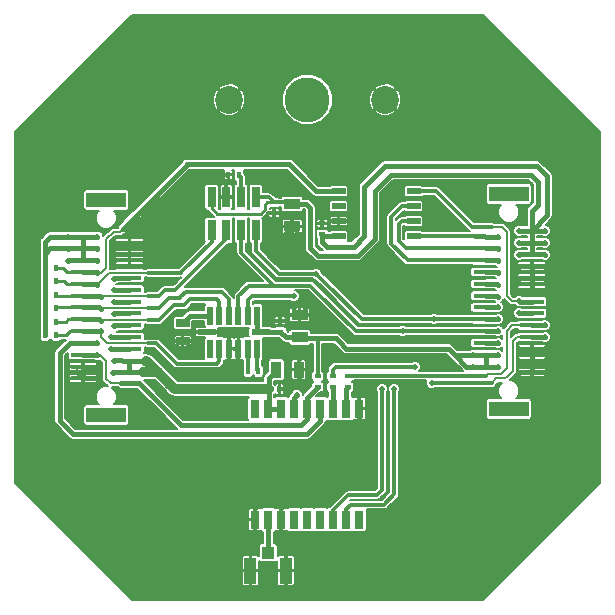
<source format=gtl>
G04 (created by PCBNEW (2013-09-06 BZR 4312)-stable) date N 14 nov   2013 22:35:42 EET*
%MOIN*%
G04 Gerber Fmt 3.4, Leading zero omitted, Abs format*
%FSLAX34Y34*%
G01*
G70*
G90*
G04 APERTURE LIST*
%ADD10C,0.000787*%
%ADD11R,0.081890X0.015748*%
%ADD12R,0.133858X0.051181*%
%ADD13C,0.196850*%
%ADD14C,0.093000*%
%ADD15C,0.150000*%
%ADD16R,0.023600X0.015700*%
%ADD17R,0.055000X0.035000*%
%ADD18R,0.015700X0.023600*%
%ADD19R,0.045000X0.025000*%
%ADD20R,0.045000X0.020000*%
%ADD21R,0.027559X0.070866*%
%ADD22R,0.043307X0.043307*%
%ADD23R,0.043307X0.086614*%
%ADD24R,0.035000X0.055000*%
%ADD25R,0.019685X0.062992*%
%ADD26R,0.062992X0.019685*%
%ADD27R,0.031496X0.062992*%
%ADD28C,0.020000*%
%ADD29C,0.032000*%
%ADD30C,0.016000*%
%ADD31C,0.010000*%
%ADD32C,0.012000*%
%ADD33C,0.008000*%
%ADD34C,0.006000*%
%ADD35C,0.005000*%
G04 APERTURE END LIST*
G54D10*
G54D11*
X41732Y-42913D03*
X41732Y-43307D03*
X41732Y-43700D03*
X41732Y-44094D03*
X41732Y-44488D03*
X41732Y-44881D03*
X41732Y-45275D03*
X41732Y-45669D03*
X41732Y-46062D03*
X41732Y-46456D03*
X41732Y-46850D03*
X41732Y-47244D03*
X41732Y-47637D03*
X43275Y-47440D03*
X43275Y-47047D03*
X43275Y-46653D03*
X43275Y-46259D03*
X43275Y-45866D03*
X43275Y-45472D03*
X43275Y-45078D03*
X43275Y-44685D03*
X43275Y-44291D03*
X43275Y-43897D03*
X43275Y-43503D03*
X43275Y-43110D03*
G54D12*
X42503Y-41692D03*
X42503Y-48858D03*
X42503Y-48858D03*
X42503Y-41692D03*
G54D11*
X56692Y-47440D03*
X56692Y-47047D03*
X56692Y-46653D03*
X56692Y-46259D03*
X56692Y-45866D03*
X56692Y-45472D03*
X56692Y-45078D03*
X56692Y-44685D03*
X56692Y-44291D03*
X56692Y-43897D03*
X56692Y-43503D03*
X56692Y-43110D03*
X56692Y-42716D03*
X55149Y-42913D03*
X55149Y-43307D03*
X55149Y-43700D03*
X55149Y-44094D03*
X55149Y-44488D03*
X55149Y-44881D03*
X55149Y-45275D03*
X55149Y-45669D03*
X55149Y-46062D03*
X55149Y-46456D03*
X55149Y-46850D03*
X55149Y-47244D03*
G54D12*
X55921Y-48661D03*
X55921Y-41496D03*
X55921Y-41496D03*
X55921Y-48661D03*
G54D13*
X44094Y-37007D03*
X54330Y-37007D03*
X54330Y-53543D03*
X44094Y-53543D03*
G54D14*
X46600Y-38350D03*
X51800Y-38350D03*
G54D15*
X49200Y-38350D03*
G54D16*
X48100Y-41773D03*
X48100Y-42127D03*
G54D17*
X48700Y-41825D03*
X48700Y-42575D03*
G54D18*
X46927Y-40850D03*
X46573Y-40850D03*
G54D16*
X49700Y-42827D03*
X49700Y-42473D03*
X48300Y-46077D03*
X48300Y-45723D03*
G54D17*
X48950Y-46275D03*
X48950Y-45525D03*
G54D18*
X47923Y-48000D03*
X48277Y-48000D03*
X47577Y-47400D03*
X47223Y-47400D03*
G54D19*
X45050Y-45800D03*
X45050Y-46400D03*
G54D18*
X40827Y-43950D03*
X40473Y-43950D03*
X40827Y-44850D03*
X40473Y-44850D03*
X40827Y-44400D03*
X40473Y-44400D03*
G54D16*
X49550Y-47927D03*
X49550Y-47573D03*
X50550Y-47927D03*
X50550Y-47573D03*
X50050Y-47927D03*
X50050Y-47573D03*
G54D18*
X40827Y-45300D03*
X40473Y-45300D03*
X40827Y-45750D03*
X40473Y-45750D03*
X40827Y-46200D03*
X40473Y-46200D03*
G54D20*
X50250Y-42900D03*
X50250Y-42400D03*
X50250Y-41900D03*
X50250Y-41400D03*
X52750Y-41400D03*
X52750Y-41900D03*
X52750Y-42400D03*
X52750Y-42900D03*
G54D21*
X47488Y-41598D03*
X46996Y-41598D03*
X46503Y-41598D03*
X46011Y-41598D03*
X46011Y-42701D03*
X46503Y-42701D03*
X46996Y-42701D03*
X47488Y-42701D03*
G54D22*
X47900Y-53459D03*
G54D23*
X47309Y-54050D03*
X48490Y-54050D03*
G54D24*
X48175Y-47350D03*
X48925Y-47350D03*
G54D25*
X47537Y-45548D03*
X47222Y-45548D03*
X46907Y-45548D03*
X46592Y-45548D03*
X46277Y-45548D03*
X45962Y-45548D03*
G54D26*
X45844Y-46100D03*
G54D25*
X45962Y-46651D03*
X46277Y-46651D03*
X46592Y-46651D03*
X46907Y-46651D03*
X47222Y-46651D03*
X47537Y-46651D03*
G54D26*
X47655Y-46100D03*
G54D27*
X50932Y-48649D03*
X50499Y-48649D03*
X50066Y-48649D03*
X49633Y-48649D03*
X49200Y-48649D03*
X48766Y-48649D03*
X48333Y-48649D03*
X47900Y-48649D03*
X47467Y-48649D03*
X47467Y-52350D03*
X47900Y-52350D03*
X48333Y-52350D03*
X48766Y-52350D03*
X49200Y-52350D03*
X49633Y-52350D03*
X50066Y-52350D03*
X50499Y-52350D03*
X50932Y-52350D03*
G54D28*
X43730Y-47440D03*
X43730Y-47050D03*
X41220Y-43718D03*
X41220Y-43318D03*
X41220Y-42918D03*
X57120Y-43518D03*
X57120Y-43118D03*
X57120Y-42718D03*
X54720Y-47268D03*
X54720Y-46868D03*
X56270Y-43518D03*
X56270Y-43118D03*
X56270Y-42718D03*
X55570Y-47268D03*
X55570Y-46868D03*
X42740Y-47470D03*
X42760Y-47060D03*
X42210Y-43720D03*
X42210Y-43320D03*
X42210Y-42920D03*
X42760Y-44320D03*
X42770Y-44700D03*
X42770Y-45100D03*
X42770Y-45490D03*
X42770Y-45900D03*
X42670Y-46268D03*
X42670Y-46668D03*
X55570Y-46468D03*
X55570Y-42918D03*
X49000Y-54500D03*
X49000Y-54000D03*
X49000Y-53500D03*
X48500Y-53300D03*
X48300Y-52900D03*
X46800Y-54500D03*
X46800Y-54000D03*
X46800Y-53500D03*
X47300Y-53300D03*
X47500Y-52900D03*
X47500Y-49750D03*
X51000Y-49750D03*
X51000Y-50250D03*
X51000Y-50750D03*
X51000Y-51250D03*
X50500Y-51250D03*
X50500Y-50750D03*
X50500Y-50250D03*
X50500Y-49750D03*
X50500Y-49250D03*
X50000Y-49250D03*
X50000Y-49750D03*
X50000Y-50250D03*
X50000Y-50750D03*
X50000Y-51250D03*
X50000Y-51750D03*
X49500Y-51750D03*
X49500Y-51250D03*
X49500Y-50750D03*
X49500Y-50250D03*
X49500Y-49750D03*
X47500Y-50250D03*
X47500Y-50750D03*
X47500Y-51250D03*
X48000Y-51750D03*
X48000Y-51250D03*
X48000Y-50750D03*
X48000Y-50250D03*
X48000Y-49750D03*
X48500Y-49750D03*
X48500Y-50250D03*
X48500Y-50750D03*
X48500Y-51250D03*
X48500Y-51750D03*
X49000Y-51750D03*
X49000Y-51250D03*
X49000Y-50750D03*
X49000Y-50250D03*
X49000Y-49750D03*
X51000Y-49050D03*
X47500Y-51950D03*
X44150Y-44500D03*
X53900Y-47300D03*
X53400Y-47000D03*
X54500Y-51000D03*
X54500Y-50000D03*
X54500Y-49000D03*
X54500Y-48250D03*
X51150Y-46950D03*
X52600Y-46950D03*
X53400Y-42600D03*
X53400Y-41800D03*
X54000Y-42400D03*
X54400Y-41400D03*
X55000Y-42200D03*
X54000Y-45200D03*
X54000Y-44600D03*
X54000Y-44000D03*
X53400Y-44000D03*
X53400Y-44600D03*
X53400Y-45200D03*
X52800Y-45200D03*
X52800Y-44600D03*
X52800Y-44000D03*
X52200Y-44000D03*
X52200Y-44600D03*
X52200Y-45200D03*
X51600Y-45200D03*
X51600Y-44600D03*
X51600Y-44000D03*
X50600Y-44600D03*
X50600Y-44000D03*
X50000Y-44000D03*
X48000Y-43200D03*
X49000Y-43200D03*
X49000Y-43800D03*
X48400Y-43600D03*
X44750Y-43750D03*
X46200Y-43800D03*
X46800Y-43600D03*
X46800Y-44400D03*
X46200Y-44400D03*
X45600Y-44400D03*
X44800Y-48400D03*
X46400Y-47600D03*
X45600Y-47600D03*
X45000Y-47600D03*
X47000Y-48600D03*
X46400Y-48600D03*
X45800Y-48600D03*
X45200Y-48600D03*
X44200Y-49000D03*
X43600Y-49000D03*
X43600Y-48400D03*
X43200Y-48200D03*
X41750Y-48250D03*
X40500Y-47000D03*
X40500Y-47750D03*
X40500Y-48500D03*
X40500Y-49500D03*
X40750Y-50750D03*
X44000Y-42500D03*
X44750Y-41500D03*
X44750Y-42000D03*
X44750Y-43000D03*
X45500Y-43000D03*
X45500Y-42000D03*
X45500Y-41000D03*
X41500Y-42500D03*
X41000Y-42000D03*
X41000Y-41000D03*
X42000Y-41000D03*
X43000Y-41000D03*
X44000Y-41000D03*
X41500Y-39000D03*
X42500Y-39000D03*
X43500Y-39000D03*
X44500Y-39000D03*
X45500Y-39000D03*
X56000Y-40000D03*
X55000Y-40000D03*
X54000Y-40000D03*
X53000Y-40000D03*
X52000Y-40000D03*
X41000Y-40000D03*
X42000Y-40000D03*
X43000Y-40000D03*
X44000Y-40000D03*
X45000Y-40000D03*
X46000Y-40000D03*
X47000Y-40000D03*
X48000Y-40000D03*
X49000Y-40000D03*
X50000Y-40000D03*
X53000Y-39000D03*
X54000Y-39000D03*
X55000Y-39000D03*
X56000Y-39000D03*
X57000Y-39000D03*
X57750Y-46250D03*
X57750Y-45250D03*
X57750Y-44250D03*
X57750Y-43250D03*
X57750Y-42250D03*
X57500Y-48250D03*
X57500Y-49000D03*
X57500Y-50000D03*
X57500Y-51000D03*
X57750Y-47250D03*
X57750Y-40250D03*
X57750Y-41250D03*
X57000Y-40000D03*
X55500Y-49250D03*
X56500Y-49250D03*
X56000Y-52500D03*
X56500Y-52000D03*
X56500Y-51000D03*
X56500Y-50000D03*
X55500Y-50000D03*
X55500Y-51000D03*
X55500Y-52000D03*
X53000Y-54000D03*
X52000Y-54000D03*
X51000Y-54000D03*
X50000Y-54000D03*
X49500Y-53000D03*
X50500Y-53000D03*
X51500Y-53000D03*
X54500Y-52000D03*
X53500Y-52500D03*
X53500Y-51500D03*
X53500Y-50500D03*
X53500Y-49500D03*
X53500Y-48500D03*
X52500Y-48000D03*
X52500Y-49000D03*
X52500Y-50000D03*
X52500Y-51000D03*
X52500Y-52000D03*
X52500Y-53000D03*
X44500Y-52000D03*
X43500Y-52000D03*
X42500Y-52000D03*
X41500Y-52000D03*
X41500Y-51000D03*
X42500Y-51000D03*
X43500Y-51000D03*
X44500Y-51000D03*
X45500Y-51000D03*
X45500Y-52000D03*
X45500Y-53000D03*
X45500Y-54000D03*
X46500Y-54000D03*
X46500Y-53000D03*
X46500Y-52000D03*
X46500Y-51000D03*
X46000Y-50000D03*
X45000Y-50000D03*
X44000Y-50000D03*
X43000Y-50000D03*
X42000Y-50000D03*
X41000Y-50000D03*
X58400Y-51200D03*
X58000Y-51600D03*
X57600Y-52000D03*
X57200Y-52400D03*
X56800Y-52800D03*
X56400Y-53200D03*
X56000Y-53600D03*
X55600Y-54000D03*
X55200Y-54400D03*
X54800Y-54800D03*
X40000Y-39400D03*
X40400Y-39000D03*
X40800Y-38600D03*
X41200Y-38200D03*
X41600Y-37800D03*
X42000Y-37400D03*
X42400Y-37000D03*
X42800Y-36600D03*
X43200Y-36200D03*
X43600Y-35800D03*
X43200Y-54400D03*
X42800Y-54000D03*
X42400Y-53600D03*
X42000Y-53200D03*
X41600Y-52800D03*
X41200Y-52400D03*
X40800Y-52000D03*
X40400Y-51600D03*
X40000Y-51200D03*
X39800Y-50600D03*
X43600Y-54800D03*
X39800Y-39800D03*
X39800Y-40400D03*
X39800Y-41000D03*
X39800Y-41600D03*
X39800Y-42200D03*
X39800Y-42800D03*
X39800Y-43400D03*
X39800Y-44000D03*
X39800Y-44600D03*
X39800Y-45200D03*
X39800Y-45800D03*
X39800Y-46400D03*
X39800Y-47000D03*
X39800Y-47600D03*
X39800Y-48200D03*
X39800Y-48800D03*
X39800Y-49400D03*
X39800Y-50000D03*
X54400Y-35800D03*
X53800Y-35800D03*
X53200Y-35800D03*
X52600Y-35800D03*
X52000Y-35800D03*
X51400Y-35800D03*
X50800Y-35800D03*
X50200Y-35800D03*
X49600Y-35800D03*
X49000Y-35800D03*
X48400Y-35800D03*
X47800Y-35800D03*
X47200Y-35800D03*
X46600Y-35800D03*
X46000Y-35800D03*
X45400Y-35800D03*
X44800Y-35800D03*
X44200Y-35800D03*
X55000Y-35800D03*
X55400Y-36200D03*
X55800Y-36600D03*
X56200Y-37000D03*
X56600Y-37400D03*
X57000Y-37800D03*
X57400Y-38200D03*
X57800Y-38600D03*
X58200Y-39000D03*
X58600Y-39400D03*
X58600Y-50800D03*
X58600Y-50200D03*
X58600Y-49600D03*
X58600Y-49000D03*
X58600Y-48400D03*
X58600Y-47800D03*
X58600Y-47200D03*
X58600Y-46600D03*
X58600Y-46000D03*
X58600Y-45400D03*
X58600Y-44800D03*
X58600Y-44200D03*
X58600Y-43600D03*
X58600Y-43000D03*
X58600Y-42400D03*
X58600Y-41800D03*
X58600Y-41200D03*
X58600Y-40600D03*
X58600Y-40000D03*
X44600Y-54800D03*
X45200Y-54800D03*
X45800Y-54800D03*
X46400Y-54800D03*
X47000Y-54800D03*
X47600Y-54800D03*
X48200Y-54800D03*
X48800Y-54800D03*
X49400Y-54800D03*
X50000Y-54800D03*
X50600Y-54800D03*
X51200Y-54800D03*
X51800Y-54800D03*
X52400Y-54800D03*
X53000Y-54800D03*
X53600Y-54800D03*
X54200Y-54800D03*
X46400Y-40850D03*
X46500Y-41150D03*
X50600Y-42400D03*
X49700Y-42300D03*
X48950Y-42850D03*
X48450Y-42850D03*
X48100Y-42300D03*
X45300Y-46600D03*
X44800Y-46600D03*
X45450Y-46100D03*
X46900Y-47100D03*
X46600Y-47100D03*
X48350Y-51950D03*
X51000Y-48200D03*
X48450Y-48000D03*
X48950Y-47700D03*
X48950Y-47000D03*
X49150Y-45300D03*
X48750Y-45300D03*
X48300Y-45550D03*
X41540Y-47440D03*
X42200Y-47640D03*
X43770Y-43918D03*
X43770Y-43518D03*
X43770Y-43118D03*
X57120Y-44718D03*
X57120Y-44318D03*
X57120Y-43918D03*
X57120Y-47468D03*
X57120Y-47068D03*
X57120Y-46668D03*
X56270Y-47468D03*
X56270Y-47068D03*
X56270Y-46668D03*
X56270Y-44718D03*
X56270Y-44318D03*
X56270Y-43918D03*
X42760Y-43920D03*
X42770Y-43520D03*
X42780Y-43120D03*
X42200Y-47270D03*
X49450Y-38600D03*
X48850Y-48200D03*
X49200Y-38350D03*
X42200Y-46870D03*
X42200Y-46470D03*
X42320Y-46068D03*
X42320Y-45718D03*
X42320Y-45318D03*
X42320Y-44918D03*
X42210Y-44520D03*
X42210Y-44120D03*
X56270Y-45068D03*
X56270Y-45468D03*
X57120Y-45868D03*
X53430Y-45670D03*
X52100Y-48000D03*
X49500Y-44150D03*
X48750Y-44900D03*
X55570Y-45668D03*
X51700Y-48000D03*
X52380Y-46060D03*
X55570Y-46068D03*
X55570Y-44918D03*
X55570Y-43718D03*
X55570Y-44518D03*
X55570Y-43318D03*
X55570Y-45268D03*
X55570Y-44118D03*
X53350Y-47800D03*
X52800Y-47250D03*
X57120Y-46268D03*
G54D29*
X47650Y-48000D02*
X44790Y-48000D01*
X44230Y-47440D02*
X44640Y-47850D01*
X47650Y-48000D02*
X47923Y-48000D01*
X44790Y-48000D02*
X44640Y-47850D01*
G54D30*
X56650Y-40550D02*
X56850Y-40550D01*
X51100Y-41250D02*
X51800Y-40550D01*
X51800Y-40550D02*
X56650Y-40550D01*
X49700Y-42827D02*
X49700Y-43100D01*
X51100Y-42900D02*
X51100Y-41500D01*
X50750Y-43250D02*
X51100Y-42900D01*
X49850Y-43250D02*
X50750Y-43250D01*
X49700Y-43100D02*
X49850Y-43250D01*
X51100Y-41500D02*
X51100Y-41250D01*
X57200Y-42209D02*
X56692Y-42716D01*
X57200Y-40900D02*
X57200Y-42209D01*
X56850Y-40550D02*
X57200Y-40900D01*
X56350Y-40850D02*
X56650Y-40850D01*
X56650Y-40850D02*
X56900Y-41100D01*
X56900Y-41100D02*
X56900Y-41850D01*
X56900Y-41850D02*
X56692Y-42057D01*
X56692Y-42057D02*
X56692Y-42716D01*
X51750Y-41100D02*
X51850Y-41000D01*
X49300Y-43300D02*
X49550Y-43550D01*
X48700Y-41825D02*
X49175Y-41825D01*
X49300Y-41950D02*
X49175Y-41825D01*
X49300Y-43250D02*
X49300Y-41950D01*
X51750Y-41100D02*
X51450Y-41400D01*
X51450Y-43000D02*
X51450Y-41400D01*
X50900Y-43550D02*
X51450Y-43000D01*
X49550Y-43550D02*
X50900Y-43550D01*
X49300Y-43250D02*
X49300Y-43300D01*
X52000Y-40850D02*
X56350Y-40850D01*
X56350Y-40850D02*
X56400Y-40850D01*
X51850Y-41000D02*
X52000Y-40850D01*
X50250Y-42900D02*
X49773Y-42900D01*
X49773Y-42900D02*
X49700Y-42827D01*
G54D31*
X46011Y-41598D02*
X46011Y-41961D01*
X47877Y-41773D02*
X48100Y-41773D01*
X47800Y-41850D02*
X47877Y-41773D01*
X47800Y-42000D02*
X47800Y-41850D01*
X47650Y-42150D02*
X47800Y-42000D01*
X46200Y-42150D02*
X47650Y-42150D01*
X46011Y-41961D02*
X46200Y-42150D01*
G54D32*
X49550Y-47573D02*
X49550Y-46300D01*
X49550Y-46300D02*
X49550Y-46350D01*
X49550Y-46350D02*
X49550Y-46300D01*
G54D30*
X50250Y-46400D02*
X50150Y-46300D01*
X54131Y-46868D02*
X53913Y-46650D01*
X50500Y-46650D02*
X53913Y-46650D01*
X50250Y-46400D02*
X50500Y-46650D01*
X48975Y-46300D02*
X48950Y-46275D01*
X50150Y-46300D02*
X49550Y-46300D01*
X49550Y-46300D02*
X48975Y-46300D01*
X48950Y-46275D02*
X48498Y-46275D01*
X48498Y-46275D02*
X48300Y-46077D01*
X47655Y-46100D02*
X48277Y-46100D01*
X48277Y-46100D02*
X48300Y-46077D01*
X47537Y-45548D02*
X47537Y-45981D01*
X47537Y-45981D02*
X47655Y-46100D01*
X48175Y-47350D02*
X48175Y-47375D01*
X48175Y-47375D02*
X47923Y-47627D01*
X47923Y-47627D02*
X47923Y-48000D01*
X48333Y-48649D02*
X47900Y-48649D01*
X47923Y-48000D02*
X47923Y-48627D01*
X47923Y-48627D02*
X47900Y-48649D01*
X43730Y-47050D02*
X43840Y-47050D01*
G54D29*
X43840Y-47050D02*
X44230Y-47440D01*
X43730Y-47440D02*
X44230Y-47440D01*
G54D30*
X43729Y-47440D02*
X43730Y-47440D01*
X43729Y-47440D02*
X43275Y-47440D01*
X43727Y-47047D02*
X43730Y-47050D01*
X43727Y-47047D02*
X43275Y-47047D01*
X55149Y-47244D02*
X54507Y-47244D01*
X54507Y-47244D02*
X54131Y-46868D01*
X41220Y-42918D02*
X40631Y-42918D01*
X40473Y-43077D02*
X40473Y-43477D01*
X40631Y-42918D02*
X40473Y-43077D01*
X41250Y-43307D02*
X40642Y-43307D01*
X40642Y-43307D02*
X40473Y-43477D01*
X40473Y-43477D02*
X40473Y-43950D01*
X40473Y-44400D02*
X40473Y-43950D01*
X40473Y-44850D02*
X40473Y-44400D01*
X40473Y-45300D02*
X40473Y-44850D01*
X40473Y-45750D02*
X40473Y-45300D01*
X40473Y-46200D02*
X40473Y-45750D01*
X45987Y-41623D02*
X46011Y-41598D01*
X54131Y-46868D02*
X54720Y-46868D01*
G54D32*
X48100Y-41773D02*
X48648Y-41773D01*
X48648Y-41773D02*
X48700Y-41825D01*
X47488Y-41598D02*
X47925Y-41598D01*
X47925Y-41598D02*
X48100Y-41773D01*
X41732Y-42913D02*
X41732Y-43700D01*
G54D30*
X41732Y-43700D02*
X41237Y-43700D01*
X41237Y-43700D02*
X41220Y-43718D01*
X41231Y-43307D02*
X41250Y-43307D01*
X41250Y-43307D02*
X41732Y-43307D01*
X41220Y-43318D02*
X41231Y-43307D01*
X41732Y-42913D02*
X41224Y-42913D01*
X41224Y-42913D02*
X41220Y-42918D01*
X43275Y-47047D02*
X43275Y-47250D01*
X43275Y-47250D02*
X43275Y-47440D01*
G54D31*
X43309Y-47047D02*
X43275Y-47047D01*
G54D30*
X56692Y-43503D02*
X57105Y-43503D01*
X57105Y-43503D02*
X57120Y-43518D01*
X57112Y-43110D02*
X56692Y-43110D01*
X57120Y-43118D02*
X57112Y-43110D01*
X56692Y-42716D02*
X57118Y-42716D01*
X57118Y-42716D02*
X57120Y-42718D01*
X55149Y-47244D02*
X54744Y-47244D01*
X54744Y-47244D02*
X54720Y-47268D01*
X54737Y-46850D02*
X55149Y-46850D01*
X54720Y-46868D02*
X54737Y-46850D01*
X56692Y-43503D02*
X56284Y-43503D01*
X56284Y-43503D02*
X56270Y-43518D01*
X56277Y-43110D02*
X56692Y-43110D01*
X56270Y-43118D02*
X56277Y-43110D01*
X56692Y-42716D02*
X56271Y-42716D01*
X56271Y-42716D02*
X56270Y-42718D01*
X56692Y-43503D02*
X56692Y-43110D01*
X56692Y-43110D02*
X56692Y-42716D01*
X56692Y-42716D02*
X56692Y-43110D01*
X55149Y-47244D02*
X55546Y-47244D01*
X55546Y-47244D02*
X55570Y-47268D01*
X55552Y-46850D02*
X55149Y-46850D01*
X55570Y-46868D02*
X55552Y-46850D01*
X43275Y-47440D02*
X42767Y-47442D01*
X42767Y-47442D02*
X42740Y-47470D01*
X42780Y-47039D02*
X43275Y-47047D01*
X42760Y-47060D02*
X42780Y-47039D01*
X42192Y-43702D02*
X41732Y-43700D01*
X42210Y-43720D02*
X42192Y-43702D01*
X41732Y-43307D02*
X42198Y-43308D01*
X42198Y-43308D02*
X42210Y-43320D01*
X41732Y-42913D02*
X42205Y-42915D01*
X42205Y-42915D02*
X42210Y-42920D01*
X41732Y-43700D02*
X41732Y-43307D01*
X41732Y-43307D02*
X41732Y-42913D01*
X55149Y-46850D02*
X55149Y-47050D01*
X55149Y-47050D02*
X55149Y-47244D01*
X43275Y-44291D02*
X42786Y-44293D01*
X42786Y-44293D02*
X42760Y-44320D01*
X42784Y-44685D02*
X42770Y-44700D01*
X42784Y-44685D02*
X43275Y-44685D01*
X42791Y-45078D02*
X42770Y-45100D01*
X42791Y-45078D02*
X43275Y-45078D01*
X43275Y-45472D02*
X42787Y-45472D01*
X42787Y-45472D02*
X42770Y-45490D01*
X42770Y-45490D02*
X42774Y-45494D01*
X43275Y-45866D02*
X42803Y-45866D01*
X42803Y-45866D02*
X42770Y-45900D01*
X42771Y-45898D02*
X42770Y-45900D01*
X42678Y-46259D02*
X43275Y-46259D01*
X42670Y-46268D02*
X42678Y-46259D01*
X43275Y-46653D02*
X42684Y-46653D01*
X42684Y-46653D02*
X42670Y-46668D01*
X55149Y-46456D02*
X55558Y-46456D01*
X55558Y-46456D02*
X55570Y-46468D01*
G54D32*
X52750Y-42900D02*
X55136Y-42900D01*
X55136Y-42900D02*
X55149Y-42913D01*
G54D30*
X55565Y-42913D02*
X55149Y-42913D01*
X55570Y-42918D02*
X55565Y-42913D01*
G54D33*
X49000Y-53500D02*
X49000Y-54000D01*
X48400Y-53000D02*
X48500Y-53300D01*
X48300Y-52900D02*
X48400Y-53000D01*
X46500Y-53000D02*
X47400Y-53000D01*
X46800Y-54000D02*
X46800Y-54500D01*
X47000Y-53300D02*
X46800Y-53500D01*
X47100Y-53300D02*
X47000Y-53300D01*
X47300Y-53300D02*
X47100Y-53300D01*
X47400Y-53000D02*
X47500Y-52900D01*
X51000Y-49050D02*
X51000Y-49750D01*
X49500Y-49750D02*
X49000Y-49750D01*
X51000Y-50250D02*
X51000Y-50750D01*
X51000Y-51250D02*
X50500Y-51250D01*
X50500Y-50750D02*
X50500Y-50250D01*
X50500Y-49750D02*
X50500Y-49250D01*
X50000Y-49250D02*
X50000Y-49750D01*
X50000Y-50250D02*
X50000Y-50750D01*
X50000Y-51250D02*
X50000Y-51750D01*
X49500Y-51750D02*
X49500Y-51250D01*
X49500Y-50750D02*
X49500Y-50250D01*
G54D32*
X50932Y-48649D02*
X50932Y-48982D01*
X50932Y-48982D02*
X51000Y-49050D01*
G54D33*
X47500Y-51250D02*
X47500Y-50750D01*
X48000Y-51250D02*
X48000Y-51750D01*
X48000Y-50250D02*
X48000Y-50750D01*
X48500Y-49750D02*
X48000Y-49750D01*
X48500Y-50750D02*
X48500Y-50250D01*
X48500Y-51750D02*
X48500Y-51250D01*
X49000Y-51250D02*
X49000Y-51750D01*
X49000Y-50250D02*
X49000Y-50750D01*
X47500Y-50250D02*
X47500Y-49750D01*
G54D32*
X47467Y-51982D02*
X47500Y-51950D01*
X47467Y-52350D02*
X47467Y-51982D01*
G54D33*
X53900Y-47300D02*
X53600Y-47000D01*
X53600Y-47000D02*
X53400Y-47000D01*
X54500Y-51000D02*
X54500Y-50000D01*
X52600Y-46950D02*
X51150Y-46950D01*
X53400Y-42600D02*
X53400Y-41800D01*
X54400Y-41600D02*
X54400Y-41400D01*
X55000Y-42200D02*
X54400Y-41600D01*
X50600Y-44000D02*
X51600Y-44000D01*
X54000Y-44600D02*
X54000Y-45200D01*
X53400Y-44000D02*
X54000Y-44000D01*
X53400Y-45200D02*
X53400Y-44600D01*
X52800Y-44600D02*
X52800Y-45200D01*
X52200Y-44000D02*
X52800Y-44000D01*
X52200Y-45200D02*
X52200Y-44600D01*
X51600Y-44600D02*
X51600Y-45200D01*
X50000Y-44000D02*
X50600Y-44000D01*
X49000Y-43800D02*
X48600Y-43800D01*
X48000Y-43200D02*
X49000Y-43200D01*
X48600Y-43800D02*
X48400Y-43600D01*
X46800Y-44400D02*
X46800Y-43600D01*
X45600Y-44400D02*
X46200Y-44400D01*
X45000Y-47600D02*
X45600Y-47600D01*
X47000Y-48600D02*
X46400Y-48600D01*
X45800Y-48600D02*
X45200Y-48600D01*
X43600Y-49000D02*
X44200Y-49000D01*
X43400Y-48400D02*
X43600Y-48400D01*
X43200Y-48200D02*
X43400Y-48400D01*
X41000Y-50000D02*
X40500Y-49500D01*
X40500Y-48500D02*
X40500Y-47750D01*
X44750Y-42000D02*
X44500Y-42000D01*
X44500Y-42000D02*
X44000Y-42500D01*
X44750Y-42000D02*
X44750Y-41500D01*
X45500Y-43000D02*
X44750Y-43000D01*
X45500Y-41000D02*
X45500Y-42000D01*
X41000Y-42000D02*
X41500Y-42500D01*
X42000Y-41000D02*
X41000Y-41000D01*
X44000Y-41000D02*
X43000Y-41000D01*
X45000Y-40000D02*
X45000Y-39500D01*
X42500Y-39000D02*
X41500Y-39000D01*
X44500Y-39000D02*
X43500Y-39000D01*
X45000Y-39500D02*
X45500Y-39000D01*
X52000Y-40000D02*
X50000Y-40000D01*
X57000Y-40000D02*
X56000Y-40000D01*
X55000Y-40000D02*
X54000Y-40000D01*
X53000Y-40000D02*
X52000Y-40000D01*
X43000Y-40000D02*
X42000Y-40000D01*
X45000Y-40000D02*
X44000Y-40000D01*
X47000Y-40000D02*
X46000Y-40000D01*
X49000Y-40000D02*
X48000Y-40000D01*
X57000Y-40000D02*
X57000Y-39000D01*
X54000Y-39000D02*
X53000Y-39000D01*
X56000Y-39000D02*
X55000Y-39000D01*
X57750Y-45250D02*
X57750Y-44250D01*
X57750Y-43250D02*
X57750Y-42250D01*
X56500Y-51000D02*
X57500Y-51000D01*
X57500Y-50000D02*
X57500Y-49000D01*
X57500Y-48250D02*
X57500Y-49000D01*
X57750Y-47250D02*
X57750Y-46250D01*
X57750Y-41250D02*
X57750Y-40250D01*
X56500Y-49250D02*
X55500Y-49250D01*
X56500Y-51000D02*
X56500Y-52000D01*
X55500Y-50000D02*
X56500Y-50000D01*
X55500Y-52000D02*
X55500Y-51000D01*
X53456Y-53543D02*
X53000Y-54000D01*
X52000Y-54000D02*
X51000Y-54000D01*
X50000Y-54000D02*
X49500Y-53500D01*
X49500Y-53500D02*
X49500Y-53000D01*
X50500Y-53000D02*
X51500Y-53000D01*
X54330Y-53543D02*
X53456Y-53543D01*
X54000Y-52000D02*
X54500Y-52000D01*
X53500Y-52500D02*
X54000Y-52000D01*
X53500Y-50500D02*
X53500Y-51500D01*
X53500Y-48500D02*
X53500Y-49500D01*
X52500Y-49000D02*
X52500Y-48000D01*
X52500Y-51000D02*
X52500Y-50000D01*
X52500Y-53000D02*
X52500Y-52000D01*
X44094Y-53543D02*
X44094Y-53094D01*
X42500Y-52000D02*
X43500Y-52000D01*
X41500Y-51000D02*
X41500Y-52000D01*
X43500Y-51000D02*
X42500Y-51000D01*
X45500Y-51000D02*
X44500Y-51000D01*
X45500Y-53000D02*
X45500Y-52000D01*
X46500Y-54000D02*
X45500Y-54000D01*
X46500Y-52000D02*
X46500Y-53000D01*
X46500Y-50500D02*
X46500Y-51000D01*
X46000Y-50000D02*
X46500Y-50500D01*
X44000Y-50000D02*
X45000Y-50000D01*
X42000Y-50000D02*
X43000Y-50000D01*
X44094Y-53094D02*
X41000Y-50000D01*
X54800Y-54800D02*
X54200Y-54800D01*
X58600Y-51000D02*
X58400Y-51200D01*
X58000Y-51600D02*
X57600Y-52000D01*
X57200Y-52400D02*
X56800Y-52800D01*
X56400Y-53200D02*
X56000Y-53600D01*
X55600Y-54000D02*
X55200Y-54400D01*
X40000Y-39400D02*
X40400Y-39000D01*
X40800Y-38600D02*
X41200Y-38200D01*
X41600Y-37800D02*
X42000Y-37400D01*
X42400Y-37000D02*
X42800Y-36600D01*
X43200Y-36200D02*
X43600Y-35800D01*
X43200Y-54400D02*
X42800Y-54000D01*
X42400Y-53600D02*
X42000Y-53200D01*
X41600Y-52800D02*
X41200Y-52400D01*
X40800Y-52000D02*
X40400Y-51600D01*
X40000Y-51200D02*
X39800Y-51000D01*
X39800Y-51000D02*
X39800Y-50600D01*
X44094Y-53543D02*
X44094Y-54305D01*
X44094Y-54305D02*
X43600Y-54800D01*
X39800Y-40400D02*
X39800Y-39800D01*
X39800Y-41600D02*
X39800Y-41000D01*
X39800Y-42800D02*
X39800Y-42200D01*
X39800Y-44000D02*
X39800Y-43400D01*
X39800Y-45200D02*
X39800Y-44600D01*
X39800Y-46400D02*
X39800Y-45800D01*
X39800Y-47600D02*
X39800Y-47000D01*
X39800Y-48800D02*
X39800Y-48200D01*
X39800Y-50000D02*
X39800Y-49400D01*
X53800Y-35800D02*
X54400Y-35800D01*
X52600Y-35800D02*
X53200Y-35800D01*
X51400Y-35800D02*
X52000Y-35800D01*
X50200Y-35800D02*
X50800Y-35800D01*
X49000Y-35800D02*
X49600Y-35800D01*
X47800Y-35800D02*
X48400Y-35800D01*
X46600Y-35800D02*
X47200Y-35800D01*
X45400Y-35800D02*
X46000Y-35800D01*
X44200Y-35800D02*
X44800Y-35800D01*
X55000Y-35800D02*
X55400Y-36200D01*
X55800Y-36600D02*
X56200Y-37000D01*
X56600Y-37400D02*
X57000Y-37800D01*
X57400Y-38200D02*
X57800Y-38600D01*
X58200Y-39000D02*
X58600Y-39400D01*
X58600Y-49600D02*
X58600Y-50200D01*
X58600Y-48400D02*
X58600Y-49000D01*
X58600Y-47200D02*
X58600Y-47800D01*
X58600Y-46000D02*
X58600Y-46600D01*
X58600Y-44800D02*
X58600Y-45400D01*
X58600Y-43600D02*
X58600Y-44200D01*
X58600Y-42400D02*
X58600Y-43000D01*
X58600Y-41200D02*
X58600Y-41800D01*
X58600Y-40000D02*
X58600Y-40600D01*
X58600Y-50800D02*
X58600Y-51000D01*
X45200Y-54800D02*
X44600Y-54800D01*
X46400Y-54800D02*
X45800Y-54800D01*
X47600Y-54800D02*
X47000Y-54800D01*
X48800Y-54800D02*
X48200Y-54800D01*
X50000Y-54800D02*
X49400Y-54800D01*
X51200Y-54800D02*
X50600Y-54800D01*
X52400Y-54800D02*
X51800Y-54800D01*
X53600Y-54800D02*
X53000Y-54800D01*
G54D32*
X46573Y-40850D02*
X46400Y-40850D01*
X46503Y-41598D02*
X46503Y-41153D01*
X46503Y-41153D02*
X46500Y-41150D01*
X50250Y-42400D02*
X50600Y-42400D01*
X49700Y-42473D02*
X49700Y-42300D01*
X48700Y-42575D02*
X48700Y-42600D01*
X48700Y-42600D02*
X48950Y-42850D01*
X48700Y-42600D02*
X48450Y-42850D01*
X48100Y-42127D02*
X48100Y-42300D01*
X45050Y-46400D02*
X45100Y-46400D01*
X45100Y-46400D02*
X45300Y-46600D01*
X45050Y-46400D02*
X45000Y-46400D01*
X45000Y-46400D02*
X44800Y-46600D01*
X45844Y-46100D02*
X45450Y-46100D01*
X46907Y-46651D02*
X46907Y-47092D01*
X46907Y-47092D02*
X46900Y-47100D01*
X46592Y-46651D02*
X46592Y-47092D01*
X46592Y-47092D02*
X46600Y-47100D01*
X48333Y-52350D02*
X48333Y-51966D01*
X48333Y-51966D02*
X48350Y-51950D01*
X50932Y-48649D02*
X50932Y-48267D01*
X50932Y-48267D02*
X51000Y-48200D01*
X48277Y-48000D02*
X48450Y-48000D01*
X48925Y-47350D02*
X48925Y-47675D01*
X48925Y-47675D02*
X48950Y-47700D01*
X48925Y-47350D02*
X48925Y-47025D01*
X48925Y-47025D02*
X48950Y-47000D01*
X48950Y-45525D02*
X48975Y-45525D01*
X49150Y-45350D02*
X49150Y-45300D01*
X48975Y-45525D02*
X49150Y-45350D01*
X48950Y-45525D02*
X48925Y-45525D01*
X48750Y-45350D02*
X48750Y-45300D01*
X48925Y-45525D02*
X48750Y-45350D01*
X48300Y-45723D02*
X48300Y-45550D01*
G54D30*
X41732Y-47450D02*
X41550Y-47450D01*
X41550Y-47450D02*
X41540Y-47440D01*
X41732Y-47637D02*
X41732Y-47450D01*
X41732Y-47450D02*
X41732Y-47244D01*
X41732Y-47637D02*
X42197Y-47637D01*
X42197Y-47637D02*
X42200Y-47640D01*
X43749Y-43897D02*
X43275Y-43897D01*
X43770Y-43918D02*
X43749Y-43897D01*
X43275Y-43503D02*
X43755Y-43503D01*
X43755Y-43503D02*
X43770Y-43518D01*
X43762Y-43110D02*
X43275Y-43110D01*
X43770Y-43118D02*
X43762Y-43110D01*
G54D31*
X41732Y-47244D02*
X41634Y-47244D01*
G54D30*
X57087Y-44685D02*
X56692Y-44685D01*
X57120Y-44718D02*
X57087Y-44685D01*
X56692Y-44291D02*
X57093Y-44291D01*
X57093Y-44291D02*
X57120Y-44318D01*
X57099Y-43897D02*
X56692Y-43897D01*
X57120Y-43918D02*
X57099Y-43897D01*
X57092Y-47440D02*
X56692Y-47440D01*
X57120Y-47468D02*
X57092Y-47440D01*
X56692Y-47047D02*
X57099Y-47047D01*
X57099Y-47047D02*
X57120Y-47068D01*
X57105Y-46653D02*
X56692Y-46653D01*
X57120Y-46668D02*
X57105Y-46653D01*
X56692Y-47440D02*
X56297Y-47440D01*
X56297Y-47440D02*
X56270Y-47468D01*
X56290Y-47047D02*
X56692Y-47047D01*
X56270Y-47068D02*
X56290Y-47047D01*
X56692Y-46653D02*
X56284Y-46653D01*
X56284Y-46653D02*
X56270Y-46668D01*
X56692Y-46653D02*
X56692Y-47047D01*
X56692Y-47047D02*
X56692Y-47440D01*
X56692Y-44685D02*
X56303Y-44685D01*
X56303Y-44685D02*
X56270Y-44718D01*
X56296Y-44291D02*
X56692Y-44291D01*
X56270Y-44318D02*
X56296Y-44291D01*
X56692Y-43897D02*
X56692Y-44291D01*
X56692Y-44291D02*
X56692Y-44685D01*
X56290Y-43897D02*
X56692Y-43897D01*
X56270Y-43918D02*
X56290Y-43897D01*
X42780Y-43899D02*
X43275Y-43897D01*
X42760Y-43920D02*
X42780Y-43899D01*
X43275Y-43503D02*
X42784Y-43505D01*
X42784Y-43505D02*
X42770Y-43520D01*
X42787Y-43112D02*
X43275Y-43110D01*
X42780Y-43120D02*
X42787Y-43112D01*
X41732Y-47244D02*
X42175Y-47245D01*
X42175Y-47245D02*
X42200Y-47270D01*
X47900Y-52350D02*
X47900Y-53458D01*
X47900Y-53458D02*
X47900Y-53459D01*
X49200Y-38350D02*
X49450Y-38600D01*
X48766Y-48649D02*
X48766Y-48283D01*
X48766Y-48283D02*
X48850Y-48200D01*
G54D32*
X47537Y-46651D02*
X47537Y-47360D01*
X47537Y-47360D02*
X47577Y-47400D01*
G54D30*
X45962Y-45548D02*
X45301Y-45548D01*
X45301Y-45548D02*
X45050Y-45800D01*
G54D32*
X46996Y-41598D02*
X46996Y-40919D01*
X46996Y-40919D02*
X46927Y-40850D01*
X47222Y-46651D02*
X47222Y-47399D01*
X47222Y-47399D02*
X47223Y-47400D01*
G54D30*
X50499Y-48649D02*
X50499Y-47977D01*
X50499Y-47977D02*
X50550Y-47927D01*
X50066Y-48649D02*
X50066Y-47943D01*
X50066Y-47943D02*
X50050Y-47927D01*
X49200Y-49000D02*
X49000Y-49200D01*
X43600Y-47800D02*
X43000Y-47800D01*
X49200Y-48649D02*
X49200Y-49000D01*
G54D33*
X42650Y-47800D02*
X43000Y-47800D01*
X42302Y-46852D02*
X42200Y-46852D01*
X42500Y-47650D02*
X42650Y-47800D01*
X42500Y-47050D02*
X42500Y-47650D01*
X42302Y-46852D02*
X42500Y-47050D01*
G54D30*
X44350Y-48550D02*
X43600Y-47800D01*
X45000Y-49200D02*
X44350Y-48550D01*
X49000Y-49200D02*
X45000Y-49200D01*
X49200Y-48649D02*
X49200Y-48277D01*
X49200Y-48277D02*
X49550Y-47927D01*
X42182Y-46852D02*
X42200Y-46852D01*
X42200Y-46870D02*
X42182Y-46852D01*
X42200Y-46852D02*
X41732Y-46850D01*
X44800Y-49500D02*
X41400Y-49500D01*
X41293Y-46456D02*
X41150Y-46600D01*
X40950Y-46800D02*
X41150Y-46600D01*
X40950Y-48400D02*
X40950Y-46800D01*
X41732Y-46456D02*
X41293Y-46456D01*
X49633Y-49000D02*
X49633Y-49066D01*
X49633Y-49000D02*
X49633Y-48649D01*
X49200Y-49500D02*
X44800Y-49500D01*
X49633Y-49066D02*
X49200Y-49500D01*
X40950Y-49050D02*
X40950Y-48400D01*
X41400Y-49500D02*
X40950Y-49050D01*
X41732Y-46456D02*
X42188Y-46458D01*
X42188Y-46458D02*
X42200Y-46470D01*
G54D34*
X43770Y-46470D02*
X43900Y-46470D01*
X43680Y-46470D02*
X43770Y-46470D01*
G54D32*
X44170Y-46470D02*
X43900Y-46470D01*
X44170Y-46470D02*
X44305Y-46605D01*
G54D31*
X41732Y-46062D02*
X41287Y-46062D01*
X41150Y-46200D02*
X40827Y-46200D01*
X41287Y-46062D02*
X41150Y-46200D01*
G54D32*
X46277Y-46651D02*
X46277Y-47072D01*
X44800Y-47100D02*
X44305Y-46605D01*
X44850Y-47150D02*
X44800Y-47100D01*
X46200Y-47150D02*
X44850Y-47150D01*
X46277Y-47072D02*
X46200Y-47150D01*
X44305Y-46605D02*
X44300Y-46600D01*
G54D34*
X43690Y-46470D02*
X43680Y-46470D01*
X43680Y-46470D02*
X42750Y-46470D01*
X42320Y-46260D02*
X42530Y-46470D01*
X42530Y-46470D02*
X42750Y-46470D01*
X42320Y-46260D02*
X42320Y-46062D01*
G54D30*
X42314Y-46062D02*
X42320Y-46062D01*
X42320Y-46062D02*
X41732Y-46062D01*
X42320Y-46068D02*
X42314Y-46062D01*
G54D34*
X42613Y-45696D02*
X42342Y-45696D01*
X42960Y-45696D02*
X42613Y-45696D01*
X42342Y-45696D02*
X42320Y-45718D01*
X42960Y-45696D02*
X43896Y-45696D01*
G54D32*
X44750Y-45200D02*
X44250Y-45700D01*
X44250Y-45700D02*
X43900Y-45700D01*
X44750Y-45200D02*
X45100Y-45200D01*
G54D34*
X43896Y-45696D02*
X43900Y-45700D01*
G54D32*
X45750Y-45000D02*
X45300Y-45000D01*
X45300Y-45000D02*
X45100Y-45200D01*
X46277Y-45077D02*
X46200Y-45000D01*
X46200Y-45000D02*
X45750Y-45000D01*
X46277Y-45077D02*
X46277Y-45548D01*
G54D34*
X42960Y-45696D02*
X42973Y-45696D01*
G54D32*
X45100Y-45200D02*
X45100Y-45200D01*
G54D31*
X41732Y-45669D02*
X41230Y-45669D01*
X41150Y-45750D02*
X40827Y-45750D01*
X41230Y-45669D02*
X41150Y-45750D01*
G54D30*
X41732Y-45669D02*
X42271Y-45669D01*
X42271Y-45669D02*
X42320Y-45718D01*
G54D34*
X42670Y-45295D02*
X42343Y-45295D01*
X42670Y-45295D02*
X42930Y-45295D01*
X42950Y-45295D02*
X42930Y-45295D01*
X42343Y-45295D02*
X42320Y-45318D01*
X42950Y-45295D02*
X43895Y-45295D01*
G54D32*
X44950Y-44950D02*
X44600Y-44950D01*
X44600Y-44950D02*
X44250Y-45300D01*
X44250Y-45300D02*
X43900Y-45300D01*
X45150Y-44750D02*
X45000Y-44900D01*
X45750Y-44750D02*
X45150Y-44750D01*
X46592Y-44992D02*
X46350Y-44750D01*
X46350Y-44750D02*
X45750Y-44750D01*
X46592Y-44992D02*
X46592Y-45548D01*
X45000Y-44900D02*
X44950Y-44950D01*
G54D34*
X43895Y-45295D02*
X43900Y-45300D01*
G54D31*
X41732Y-45275D02*
X40851Y-45275D01*
X40851Y-45275D02*
X40827Y-45300D01*
G54D34*
X42950Y-45295D02*
X42965Y-45295D01*
G54D30*
X42277Y-45275D02*
X41732Y-45275D01*
X42320Y-45318D02*
X42277Y-45275D01*
G54D34*
X42630Y-44900D02*
X42338Y-44900D01*
G54D32*
X44900Y-44600D02*
X44800Y-44700D01*
X46503Y-42701D02*
X46503Y-42996D01*
X46503Y-42996D02*
X44900Y-44600D01*
X44250Y-44900D02*
X43900Y-44900D01*
X44450Y-44700D02*
X44250Y-44900D01*
X44800Y-44700D02*
X44450Y-44700D01*
G54D34*
X42820Y-44900D02*
X42870Y-44900D01*
X42630Y-44900D02*
X42820Y-44900D01*
X42870Y-44900D02*
X43900Y-44900D01*
X42338Y-44900D02*
X42320Y-44918D01*
G54D31*
X41732Y-44881D02*
X40858Y-44881D01*
X40858Y-44881D02*
X40827Y-44850D01*
G54D30*
X41732Y-44881D02*
X42283Y-44881D01*
X42283Y-44881D02*
X42320Y-44918D01*
G54D34*
X43650Y-44120D02*
X43900Y-44120D01*
X42750Y-44120D02*
X43650Y-44120D01*
G54D32*
X45075Y-44025D02*
X45000Y-44100D01*
X46011Y-43088D02*
X46011Y-42701D01*
X45075Y-44025D02*
X46011Y-43088D01*
X44980Y-44120D02*
X45000Y-44100D01*
X43900Y-44120D02*
X44980Y-44120D01*
G54D31*
X41732Y-44488D02*
X41188Y-44488D01*
X41100Y-44400D02*
X40827Y-44400D01*
X41188Y-44488D02*
X41100Y-44400D01*
G54D34*
X42570Y-44150D02*
X42600Y-44120D01*
X42210Y-44510D02*
X42570Y-44150D01*
X42210Y-44510D02*
X42210Y-44520D01*
X42600Y-44120D02*
X42750Y-44120D01*
X42750Y-44120D02*
X42840Y-44120D01*
G54D33*
X46011Y-42701D02*
X45951Y-42701D01*
X46011Y-42701D02*
X46011Y-42511D01*
X41720Y-44500D02*
X41732Y-44488D01*
G54D30*
X42210Y-44520D02*
X42180Y-44490D01*
X42180Y-44490D02*
X41732Y-44488D01*
X43550Y-42150D02*
X45150Y-40550D01*
G54D33*
X42500Y-43950D02*
X42330Y-44120D01*
X42210Y-44120D02*
X42330Y-44120D01*
G54D30*
X43550Y-42150D02*
X43050Y-42650D01*
X49500Y-41400D02*
X50250Y-41400D01*
X48600Y-40500D02*
X46200Y-40500D01*
X49500Y-41400D02*
X48600Y-40500D01*
X46200Y-40500D02*
X45950Y-40500D01*
G54D33*
X42950Y-42750D02*
X43050Y-42650D01*
X42750Y-42750D02*
X42950Y-42750D01*
X42500Y-43000D02*
X42750Y-42750D01*
X42500Y-43900D02*
X42500Y-43000D01*
X42500Y-43900D02*
X42500Y-43950D01*
G54D30*
X45200Y-40500D02*
X45950Y-40500D01*
X45150Y-40550D02*
X45200Y-40500D01*
G54D31*
X41732Y-44094D02*
X41194Y-44094D01*
X41050Y-43950D02*
X40827Y-43950D01*
X41194Y-44094D02*
X41050Y-43950D01*
G54D33*
X42210Y-44120D02*
X42210Y-44081D01*
G54D30*
X41732Y-44094D02*
X42186Y-44096D01*
X42186Y-44096D02*
X42210Y-44120D01*
G54D33*
X55800Y-42700D02*
X55850Y-42750D01*
X55700Y-42600D02*
X55800Y-42700D01*
X56270Y-45068D02*
X56018Y-45068D01*
G54D32*
X53500Y-41400D02*
X52750Y-41400D01*
X54700Y-42600D02*
X55350Y-42600D01*
X53500Y-41400D02*
X54700Y-42600D01*
G54D33*
X55350Y-42600D02*
X55700Y-42600D01*
X55850Y-44900D02*
X56018Y-45068D01*
X55850Y-42750D02*
X55850Y-44900D01*
G54D30*
X56280Y-45078D02*
X56692Y-45078D01*
X56270Y-45068D02*
X56280Y-45078D01*
X56692Y-45472D02*
X56274Y-45472D01*
X56274Y-45472D02*
X56270Y-45468D01*
G54D32*
X55150Y-47550D02*
X50573Y-47550D01*
G54D33*
X55210Y-47490D02*
X55150Y-47550D01*
X55450Y-47490D02*
X55210Y-47490D01*
G54D32*
X50573Y-47550D02*
X50550Y-47573D01*
G54D33*
X55750Y-47400D02*
X55690Y-47460D01*
X56692Y-45866D02*
X56033Y-45866D01*
X55850Y-47300D02*
X55750Y-47400D01*
X55850Y-46050D02*
X55850Y-47300D01*
X56033Y-45866D02*
X55850Y-46050D01*
X55660Y-47490D02*
X55450Y-47490D01*
X55450Y-47490D02*
X55480Y-47490D01*
X55690Y-47460D02*
X55660Y-47490D01*
G54D30*
X57118Y-45866D02*
X56692Y-45866D01*
X57120Y-45868D02*
X57118Y-45866D01*
G54D32*
X52100Y-50300D02*
X52100Y-51500D01*
X53430Y-45669D02*
X53430Y-45670D01*
X52100Y-50300D02*
X52100Y-48000D01*
X50499Y-52000D02*
X50650Y-51850D01*
X50650Y-51850D02*
X51600Y-51850D01*
X50499Y-52000D02*
X50499Y-52350D01*
X51750Y-51850D02*
X51600Y-51850D01*
X52100Y-51500D02*
X51750Y-51850D01*
X53430Y-45669D02*
X53430Y-45680D01*
X53430Y-45680D02*
X53430Y-45669D01*
X47222Y-45548D02*
X47222Y-45027D01*
X47350Y-44900D02*
X48750Y-44900D01*
X47222Y-45027D02*
X47350Y-44900D01*
X47488Y-42701D02*
X47488Y-43388D01*
X51019Y-45669D02*
X49800Y-44450D01*
X51019Y-45669D02*
X53430Y-45669D01*
X53430Y-45669D02*
X55149Y-45669D01*
X49500Y-44150D02*
X49800Y-44450D01*
X48250Y-44150D02*
X49500Y-44150D01*
X47488Y-43388D02*
X48250Y-44150D01*
G54D33*
X55628Y-45668D02*
X55570Y-45668D01*
G54D30*
X55149Y-45669D02*
X55568Y-45669D01*
X55568Y-45669D02*
X55570Y-45668D01*
G54D32*
X51700Y-51100D02*
X51700Y-51350D01*
X50066Y-52350D02*
X50066Y-52033D01*
X50066Y-52033D02*
X50500Y-51600D01*
X51700Y-50200D02*
X51700Y-48000D01*
X51700Y-50200D02*
X51700Y-51100D01*
X50575Y-51525D02*
X50500Y-51600D01*
X51525Y-51525D02*
X50575Y-51525D01*
X51700Y-51350D02*
X51525Y-51525D01*
X46907Y-45548D02*
X46907Y-44892D01*
X47250Y-44550D02*
X48100Y-44550D01*
X46907Y-44892D02*
X47250Y-44550D01*
X52380Y-46060D02*
X52380Y-46062D01*
X52380Y-46062D02*
X52380Y-46060D01*
X52380Y-46060D02*
X52380Y-46062D01*
X46996Y-42701D02*
X46996Y-43446D01*
X50812Y-46062D02*
X49500Y-44750D01*
X50812Y-46062D02*
X52380Y-46062D01*
X52380Y-46062D02*
X52500Y-46062D01*
X52500Y-46062D02*
X55149Y-46062D01*
X49300Y-44550D02*
X49500Y-44750D01*
X48100Y-44550D02*
X49300Y-44550D01*
X46996Y-43446D02*
X48100Y-44550D01*
G54D30*
X55564Y-46062D02*
X55149Y-46062D01*
X55570Y-46068D02*
X55564Y-46062D01*
X55149Y-44881D02*
X55533Y-44881D01*
X55533Y-44881D02*
X55570Y-44918D01*
G54D32*
X52750Y-41900D02*
X52350Y-41900D01*
X52550Y-43700D02*
X52000Y-43150D01*
X52000Y-43150D02*
X52000Y-42450D01*
X52550Y-43700D02*
X55149Y-43700D01*
X52000Y-42250D02*
X52000Y-42450D01*
X52350Y-41900D02*
X52000Y-42250D01*
G54D30*
X55552Y-43700D02*
X55149Y-43700D01*
X55570Y-43718D02*
X55552Y-43700D01*
X55540Y-44488D02*
X55149Y-44488D01*
X55570Y-44518D02*
X55540Y-44488D01*
G54D32*
X55149Y-43307D02*
X52507Y-43307D01*
X52350Y-42400D02*
X52750Y-42400D01*
X52250Y-42500D02*
X52350Y-42400D01*
X52250Y-43050D02*
X52250Y-42500D01*
X52507Y-43307D02*
X52250Y-43050D01*
G54D30*
X55149Y-43307D02*
X55559Y-43307D01*
X55559Y-43307D02*
X55570Y-43318D01*
X55562Y-45275D02*
X55149Y-45275D01*
X55570Y-45268D02*
X55562Y-45275D01*
X55149Y-44094D02*
X55546Y-44094D01*
X55546Y-44094D02*
X55570Y-44118D01*
G54D32*
X50200Y-47250D02*
X50150Y-47250D01*
G54D33*
X55510Y-47640D02*
X55350Y-47800D01*
X55810Y-47640D02*
X55540Y-47640D01*
X56050Y-47200D02*
X56050Y-47400D01*
X56190Y-46259D02*
X56050Y-46400D01*
X56050Y-46400D02*
X56050Y-47200D01*
X56692Y-46259D02*
X56190Y-46259D01*
X56050Y-47400D02*
X55850Y-47600D01*
X55850Y-47600D02*
X55810Y-47640D01*
G54D32*
X54550Y-47800D02*
X55350Y-47800D01*
X53350Y-47800D02*
X54550Y-47800D01*
X50200Y-47250D02*
X52800Y-47250D01*
G54D33*
X55540Y-47640D02*
X55510Y-47640D01*
G54D32*
X50050Y-47350D02*
X50050Y-47573D01*
X50150Y-47250D02*
X50050Y-47350D01*
G54D30*
X56692Y-46259D02*
X57111Y-46259D01*
X57111Y-46259D02*
X57120Y-46268D01*
G54D10*
G36*
X44866Y-49320D02*
X44800Y-49320D01*
X41707Y-49320D01*
X41707Y-47772D01*
X41707Y-47662D01*
X41707Y-47612D01*
X41707Y-47502D01*
X41707Y-47379D01*
X41707Y-47269D01*
X41707Y-47219D01*
X41707Y-47109D01*
X41688Y-47090D01*
X41337Y-47090D01*
X41307Y-47090D01*
X41280Y-47101D01*
X41259Y-47122D01*
X41247Y-47150D01*
X41247Y-47200D01*
X41266Y-47219D01*
X41707Y-47219D01*
X41707Y-47269D01*
X41266Y-47269D01*
X41247Y-47287D01*
X41247Y-47337D01*
X41259Y-47365D01*
X41280Y-47386D01*
X41307Y-47397D01*
X41337Y-47397D01*
X41688Y-47397D01*
X41707Y-47379D01*
X41707Y-47502D01*
X41688Y-47484D01*
X41337Y-47484D01*
X41307Y-47484D01*
X41280Y-47495D01*
X41259Y-47516D01*
X41247Y-47544D01*
X41247Y-47594D01*
X41266Y-47612D01*
X41707Y-47612D01*
X41707Y-47662D01*
X41266Y-47662D01*
X41247Y-47681D01*
X41247Y-47731D01*
X41259Y-47759D01*
X41280Y-47780D01*
X41307Y-47791D01*
X41337Y-47791D01*
X41688Y-47791D01*
X41707Y-47772D01*
X41707Y-49320D01*
X41474Y-49320D01*
X41129Y-48975D01*
X41129Y-48400D01*
X41129Y-46874D01*
X41223Y-46780D01*
X41223Y-46791D01*
X41223Y-46948D01*
X41238Y-46985D01*
X41266Y-47013D01*
X41303Y-47028D01*
X41342Y-47028D01*
X41725Y-47028D01*
X41731Y-47029D01*
X42079Y-47031D01*
X42086Y-47038D01*
X42160Y-47069D01*
X42239Y-47069D01*
X42298Y-47045D01*
X42360Y-47107D01*
X42360Y-47649D01*
X42360Y-47650D01*
X42371Y-47703D01*
X42401Y-47748D01*
X42545Y-47892D01*
X42433Y-47892D01*
X42302Y-47946D01*
X42216Y-48032D01*
X42216Y-47731D01*
X42216Y-47681D01*
X42216Y-47594D01*
X42216Y-47544D01*
X42216Y-47337D01*
X42216Y-47287D01*
X42216Y-47200D01*
X42216Y-47150D01*
X42205Y-47122D01*
X42184Y-47101D01*
X42156Y-47090D01*
X42126Y-47090D01*
X41776Y-47090D01*
X41757Y-47109D01*
X41757Y-47219D01*
X42197Y-47219D01*
X42216Y-47200D01*
X42216Y-47287D01*
X42197Y-47269D01*
X41757Y-47269D01*
X41757Y-47379D01*
X41776Y-47397D01*
X42126Y-47397D01*
X42156Y-47397D01*
X42184Y-47386D01*
X42205Y-47365D01*
X42216Y-47337D01*
X42216Y-47544D01*
X42205Y-47516D01*
X42184Y-47495D01*
X42156Y-47484D01*
X42126Y-47484D01*
X41776Y-47484D01*
X41757Y-47502D01*
X41757Y-47612D01*
X42197Y-47612D01*
X42216Y-47594D01*
X42216Y-47681D01*
X42197Y-47662D01*
X41757Y-47662D01*
X41757Y-47772D01*
X41776Y-47791D01*
X42126Y-47791D01*
X42156Y-47791D01*
X42184Y-47780D01*
X42205Y-47759D01*
X42216Y-47731D01*
X42216Y-48032D01*
X42202Y-48046D01*
X42148Y-48177D01*
X42148Y-48318D01*
X42202Y-48449D01*
X42256Y-48502D01*
X41814Y-48502D01*
X41778Y-48518D01*
X41750Y-48546D01*
X41735Y-48582D01*
X41735Y-48622D01*
X41735Y-49133D01*
X41750Y-49170D01*
X41778Y-49198D01*
X41814Y-49213D01*
X41854Y-49213D01*
X43193Y-49213D01*
X43229Y-49198D01*
X43257Y-49170D01*
X43272Y-49133D01*
X43272Y-49094D01*
X43272Y-48582D01*
X43257Y-48546D01*
X43229Y-48518D01*
X43193Y-48502D01*
X43153Y-48502D01*
X42751Y-48502D01*
X42804Y-48449D01*
X42859Y-48319D01*
X42859Y-48177D01*
X42805Y-48047D01*
X42705Y-47946D01*
X42687Y-47939D01*
X42891Y-47939D01*
X42931Y-47965D01*
X43000Y-47979D01*
X43525Y-47979D01*
X44223Y-48676D01*
X44223Y-48676D01*
X44223Y-48676D01*
X44866Y-49320D01*
X44866Y-49320D01*
G37*
G54D35*
X44866Y-49320D02*
X44800Y-49320D01*
X41707Y-49320D01*
X41707Y-47772D01*
X41707Y-47662D01*
X41707Y-47612D01*
X41707Y-47502D01*
X41707Y-47379D01*
X41707Y-47269D01*
X41707Y-47219D01*
X41707Y-47109D01*
X41688Y-47090D01*
X41337Y-47090D01*
X41307Y-47090D01*
X41280Y-47101D01*
X41259Y-47122D01*
X41247Y-47150D01*
X41247Y-47200D01*
X41266Y-47219D01*
X41707Y-47219D01*
X41707Y-47269D01*
X41266Y-47269D01*
X41247Y-47287D01*
X41247Y-47337D01*
X41259Y-47365D01*
X41280Y-47386D01*
X41307Y-47397D01*
X41337Y-47397D01*
X41688Y-47397D01*
X41707Y-47379D01*
X41707Y-47502D01*
X41688Y-47484D01*
X41337Y-47484D01*
X41307Y-47484D01*
X41280Y-47495D01*
X41259Y-47516D01*
X41247Y-47544D01*
X41247Y-47594D01*
X41266Y-47612D01*
X41707Y-47612D01*
X41707Y-47662D01*
X41266Y-47662D01*
X41247Y-47681D01*
X41247Y-47731D01*
X41259Y-47759D01*
X41280Y-47780D01*
X41307Y-47791D01*
X41337Y-47791D01*
X41688Y-47791D01*
X41707Y-47772D01*
X41707Y-49320D01*
X41474Y-49320D01*
X41129Y-48975D01*
X41129Y-48400D01*
X41129Y-46874D01*
X41223Y-46780D01*
X41223Y-46791D01*
X41223Y-46948D01*
X41238Y-46985D01*
X41266Y-47013D01*
X41303Y-47028D01*
X41342Y-47028D01*
X41725Y-47028D01*
X41731Y-47029D01*
X42079Y-47031D01*
X42086Y-47038D01*
X42160Y-47069D01*
X42239Y-47069D01*
X42298Y-47045D01*
X42360Y-47107D01*
X42360Y-47649D01*
X42360Y-47650D01*
X42371Y-47703D01*
X42401Y-47748D01*
X42545Y-47892D01*
X42433Y-47892D01*
X42302Y-47946D01*
X42216Y-48032D01*
X42216Y-47731D01*
X42216Y-47681D01*
X42216Y-47594D01*
X42216Y-47544D01*
X42216Y-47337D01*
X42216Y-47287D01*
X42216Y-47200D01*
X42216Y-47150D01*
X42205Y-47122D01*
X42184Y-47101D01*
X42156Y-47090D01*
X42126Y-47090D01*
X41776Y-47090D01*
X41757Y-47109D01*
X41757Y-47219D01*
X42197Y-47219D01*
X42216Y-47200D01*
X42216Y-47287D01*
X42197Y-47269D01*
X41757Y-47269D01*
X41757Y-47379D01*
X41776Y-47397D01*
X42126Y-47397D01*
X42156Y-47397D01*
X42184Y-47386D01*
X42205Y-47365D01*
X42216Y-47337D01*
X42216Y-47544D01*
X42205Y-47516D01*
X42184Y-47495D01*
X42156Y-47484D01*
X42126Y-47484D01*
X41776Y-47484D01*
X41757Y-47502D01*
X41757Y-47612D01*
X42197Y-47612D01*
X42216Y-47594D01*
X42216Y-47681D01*
X42197Y-47662D01*
X41757Y-47662D01*
X41757Y-47772D01*
X41776Y-47791D01*
X42126Y-47791D01*
X42156Y-47791D01*
X42184Y-47780D01*
X42205Y-47759D01*
X42216Y-47731D01*
X42216Y-48032D01*
X42202Y-48046D01*
X42148Y-48177D01*
X42148Y-48318D01*
X42202Y-48449D01*
X42256Y-48502D01*
X41814Y-48502D01*
X41778Y-48518D01*
X41750Y-48546D01*
X41735Y-48582D01*
X41735Y-48622D01*
X41735Y-49133D01*
X41750Y-49170D01*
X41778Y-49198D01*
X41814Y-49213D01*
X41854Y-49213D01*
X43193Y-49213D01*
X43229Y-49198D01*
X43257Y-49170D01*
X43272Y-49133D01*
X43272Y-49094D01*
X43272Y-48582D01*
X43257Y-48546D01*
X43229Y-48518D01*
X43193Y-48502D01*
X43153Y-48502D01*
X42751Y-48502D01*
X42804Y-48449D01*
X42859Y-48319D01*
X42859Y-48177D01*
X42805Y-48047D01*
X42705Y-47946D01*
X42687Y-47939D01*
X42891Y-47939D01*
X42931Y-47965D01*
X43000Y-47979D01*
X43525Y-47979D01*
X44223Y-48676D01*
X44223Y-48676D01*
X44223Y-48676D01*
X44866Y-49320D01*
G54D10*
G36*
X44998Y-44275D02*
X44787Y-44487D01*
X44787Y-44487D01*
X44733Y-44540D01*
X44450Y-44540D01*
X44388Y-44552D01*
X44337Y-44587D01*
X44337Y-44587D01*
X44183Y-44740D01*
X43900Y-44740D01*
X43838Y-44752D01*
X43812Y-44770D01*
X43784Y-44770D01*
X43784Y-44744D01*
X43784Y-44586D01*
X43769Y-44549D01*
X43741Y-44522D01*
X43704Y-44506D01*
X43665Y-44506D01*
X43281Y-44506D01*
X43275Y-44505D01*
X42832Y-44505D01*
X42872Y-44489D01*
X42889Y-44472D01*
X43276Y-44470D01*
X43282Y-44469D01*
X43704Y-44469D01*
X43741Y-44454D01*
X43769Y-44426D01*
X43784Y-44389D01*
X43784Y-44350D01*
X43784Y-44249D01*
X43812Y-44249D01*
X43838Y-44267D01*
X43900Y-44279D01*
X44979Y-44279D01*
X44980Y-44279D01*
X44980Y-44279D01*
X44998Y-44275D01*
X44998Y-44275D01*
G37*
G54D35*
X44998Y-44275D02*
X44787Y-44487D01*
X44787Y-44487D01*
X44733Y-44540D01*
X44450Y-44540D01*
X44388Y-44552D01*
X44337Y-44587D01*
X44337Y-44587D01*
X44183Y-44740D01*
X43900Y-44740D01*
X43838Y-44752D01*
X43812Y-44770D01*
X43784Y-44770D01*
X43784Y-44744D01*
X43784Y-44586D01*
X43769Y-44549D01*
X43741Y-44522D01*
X43704Y-44506D01*
X43665Y-44506D01*
X43281Y-44506D01*
X43275Y-44505D01*
X42832Y-44505D01*
X42872Y-44489D01*
X42889Y-44472D01*
X43276Y-44470D01*
X43282Y-44469D01*
X43704Y-44469D01*
X43741Y-44454D01*
X43769Y-44426D01*
X43784Y-44389D01*
X43784Y-44350D01*
X43784Y-44249D01*
X43812Y-44249D01*
X43838Y-44267D01*
X43900Y-44279D01*
X44979Y-44279D01*
X44980Y-44279D01*
X44980Y-44279D01*
X44998Y-44275D01*
G54D10*
G36*
X46836Y-41145D02*
X46801Y-41160D01*
X46773Y-41188D01*
X46758Y-41224D01*
X46758Y-41264D01*
X46758Y-41972D01*
X46770Y-42000D01*
X46726Y-42000D01*
X46726Y-40982D01*
X46726Y-40953D01*
X46726Y-40893D01*
X46707Y-40875D01*
X46598Y-40875D01*
X46598Y-41024D01*
X46616Y-41043D01*
X46666Y-41043D01*
X46693Y-41031D01*
X46715Y-41010D01*
X46726Y-40982D01*
X46726Y-42000D01*
X46700Y-42000D01*
X46705Y-41995D01*
X46716Y-41968D01*
X46716Y-41642D01*
X46716Y-41555D01*
X46716Y-41229D01*
X46705Y-41202D01*
X46684Y-41180D01*
X46656Y-41169D01*
X46626Y-41169D01*
X46548Y-41169D01*
X46548Y-41024D01*
X46548Y-40875D01*
X46438Y-40875D01*
X46419Y-40893D01*
X46419Y-40953D01*
X46419Y-40982D01*
X46430Y-41010D01*
X46452Y-41031D01*
X46479Y-41043D01*
X46529Y-41043D01*
X46548Y-41024D01*
X46548Y-41169D01*
X46547Y-41169D01*
X46528Y-41188D01*
X46528Y-41573D01*
X46697Y-41573D01*
X46716Y-41555D01*
X46716Y-41642D01*
X46697Y-41623D01*
X46528Y-41623D01*
X46528Y-41631D01*
X46478Y-41631D01*
X46478Y-41623D01*
X46478Y-41573D01*
X46478Y-41188D01*
X46460Y-41169D01*
X46381Y-41169D01*
X46351Y-41169D01*
X46323Y-41180D01*
X46302Y-41202D01*
X46291Y-41229D01*
X46291Y-41555D01*
X46309Y-41573D01*
X46478Y-41573D01*
X46478Y-41623D01*
X46309Y-41623D01*
X46291Y-41642D01*
X46291Y-41968D01*
X46302Y-41995D01*
X46307Y-42000D01*
X46261Y-42000D01*
X46244Y-41983D01*
X46249Y-41972D01*
X46249Y-41933D01*
X46249Y-41224D01*
X46233Y-41188D01*
X46205Y-41160D01*
X46169Y-41145D01*
X46129Y-41145D01*
X45854Y-41145D01*
X45817Y-41160D01*
X45789Y-41188D01*
X45774Y-41224D01*
X45774Y-41264D01*
X45774Y-41972D01*
X45789Y-42009D01*
X45817Y-42037D01*
X45854Y-42052D01*
X45893Y-42052D01*
X45896Y-42052D01*
X45906Y-42067D01*
X46086Y-42247D01*
X45854Y-42247D01*
X45817Y-42262D01*
X45789Y-42290D01*
X45774Y-42327D01*
X45774Y-42366D01*
X45774Y-43075D01*
X45781Y-43092D01*
X44962Y-43912D01*
X44962Y-43912D01*
X44913Y-43960D01*
X43900Y-43960D01*
X43838Y-43972D01*
X43812Y-43990D01*
X43760Y-43990D01*
X43760Y-43941D01*
X43760Y-43853D01*
X43760Y-43803D01*
X43760Y-43597D01*
X43760Y-43547D01*
X43760Y-43460D01*
X43760Y-43410D01*
X43760Y-43203D01*
X43760Y-43153D01*
X43760Y-43066D01*
X43760Y-43016D01*
X43748Y-42989D01*
X43727Y-42967D01*
X43699Y-42956D01*
X43670Y-42956D01*
X43319Y-42956D01*
X43300Y-42975D01*
X43300Y-43085D01*
X43741Y-43085D01*
X43760Y-43066D01*
X43760Y-43153D01*
X43741Y-43135D01*
X43300Y-43135D01*
X43300Y-43245D01*
X43319Y-43263D01*
X43670Y-43263D01*
X43699Y-43263D01*
X43727Y-43252D01*
X43748Y-43231D01*
X43760Y-43203D01*
X43760Y-43410D01*
X43748Y-43382D01*
X43727Y-43361D01*
X43699Y-43350D01*
X43670Y-43350D01*
X43319Y-43350D01*
X43300Y-43368D01*
X43300Y-43478D01*
X43741Y-43478D01*
X43760Y-43460D01*
X43760Y-43547D01*
X43741Y-43528D01*
X43300Y-43528D01*
X43300Y-43638D01*
X43319Y-43657D01*
X43670Y-43657D01*
X43699Y-43657D01*
X43727Y-43646D01*
X43748Y-43625D01*
X43760Y-43597D01*
X43760Y-43803D01*
X43748Y-43776D01*
X43727Y-43755D01*
X43699Y-43743D01*
X43670Y-43743D01*
X43319Y-43743D01*
X43300Y-43762D01*
X43300Y-43872D01*
X43741Y-43872D01*
X43760Y-43853D01*
X43760Y-43941D01*
X43741Y-43922D01*
X43300Y-43922D01*
X43300Y-43930D01*
X43250Y-43930D01*
X43250Y-43922D01*
X43250Y-43872D01*
X43250Y-43762D01*
X43250Y-43638D01*
X43250Y-43528D01*
X43250Y-43478D01*
X43250Y-43368D01*
X43250Y-43245D01*
X43250Y-43135D01*
X43250Y-43085D01*
X43250Y-42975D01*
X43231Y-42956D01*
X42881Y-42956D01*
X42851Y-42956D01*
X42823Y-42967D01*
X42802Y-42989D01*
X42791Y-43016D01*
X42791Y-43066D01*
X42809Y-43085D01*
X43250Y-43085D01*
X43250Y-43135D01*
X42809Y-43135D01*
X42791Y-43153D01*
X42791Y-43203D01*
X42802Y-43231D01*
X42823Y-43252D01*
X42851Y-43263D01*
X42881Y-43263D01*
X43231Y-43263D01*
X43250Y-43245D01*
X43250Y-43368D01*
X43231Y-43350D01*
X42881Y-43350D01*
X42851Y-43350D01*
X42823Y-43361D01*
X42802Y-43382D01*
X42791Y-43410D01*
X42791Y-43460D01*
X42809Y-43478D01*
X43250Y-43478D01*
X43250Y-43528D01*
X42809Y-43528D01*
X42791Y-43547D01*
X42791Y-43597D01*
X42802Y-43625D01*
X42823Y-43646D01*
X42851Y-43657D01*
X42881Y-43657D01*
X43231Y-43657D01*
X43250Y-43638D01*
X43250Y-43762D01*
X43231Y-43743D01*
X42881Y-43743D01*
X42851Y-43743D01*
X42823Y-43755D01*
X42802Y-43776D01*
X42791Y-43803D01*
X42791Y-43853D01*
X42809Y-43872D01*
X43250Y-43872D01*
X43250Y-43922D01*
X42809Y-43922D01*
X42791Y-43941D01*
X42791Y-43990D01*
X42750Y-43990D01*
X42631Y-43990D01*
X42639Y-43950D01*
X42639Y-43900D01*
X42639Y-43057D01*
X42807Y-42889D01*
X42949Y-42889D01*
X42950Y-42889D01*
X42950Y-42889D01*
X43003Y-42878D01*
X43003Y-42878D01*
X43048Y-42848D01*
X43072Y-42825D01*
X43118Y-42815D01*
X43176Y-42776D01*
X43676Y-42276D01*
X43676Y-42276D01*
X43676Y-42276D01*
X45274Y-40679D01*
X45950Y-40679D01*
X46200Y-40679D01*
X46441Y-40679D01*
X46430Y-40689D01*
X46419Y-40717D01*
X46419Y-40746D01*
X46419Y-40806D01*
X46438Y-40825D01*
X46548Y-40825D01*
X46548Y-40817D01*
X46598Y-40817D01*
X46598Y-40825D01*
X46707Y-40825D01*
X46726Y-40806D01*
X46726Y-40746D01*
X46726Y-40717D01*
X46715Y-40689D01*
X46704Y-40679D01*
X46762Y-40679D01*
X46749Y-40712D01*
X46749Y-40751D01*
X46749Y-40987D01*
X46764Y-41024D01*
X46792Y-41052D01*
X46828Y-41067D01*
X46836Y-41067D01*
X46836Y-41145D01*
X46836Y-41145D01*
G37*
G54D35*
X46836Y-41145D02*
X46801Y-41160D01*
X46773Y-41188D01*
X46758Y-41224D01*
X46758Y-41264D01*
X46758Y-41972D01*
X46770Y-42000D01*
X46726Y-42000D01*
X46726Y-40982D01*
X46726Y-40953D01*
X46726Y-40893D01*
X46707Y-40875D01*
X46598Y-40875D01*
X46598Y-41024D01*
X46616Y-41043D01*
X46666Y-41043D01*
X46693Y-41031D01*
X46715Y-41010D01*
X46726Y-40982D01*
X46726Y-42000D01*
X46700Y-42000D01*
X46705Y-41995D01*
X46716Y-41968D01*
X46716Y-41642D01*
X46716Y-41555D01*
X46716Y-41229D01*
X46705Y-41202D01*
X46684Y-41180D01*
X46656Y-41169D01*
X46626Y-41169D01*
X46548Y-41169D01*
X46548Y-41024D01*
X46548Y-40875D01*
X46438Y-40875D01*
X46419Y-40893D01*
X46419Y-40953D01*
X46419Y-40982D01*
X46430Y-41010D01*
X46452Y-41031D01*
X46479Y-41043D01*
X46529Y-41043D01*
X46548Y-41024D01*
X46548Y-41169D01*
X46547Y-41169D01*
X46528Y-41188D01*
X46528Y-41573D01*
X46697Y-41573D01*
X46716Y-41555D01*
X46716Y-41642D01*
X46697Y-41623D01*
X46528Y-41623D01*
X46528Y-41631D01*
X46478Y-41631D01*
X46478Y-41623D01*
X46478Y-41573D01*
X46478Y-41188D01*
X46460Y-41169D01*
X46381Y-41169D01*
X46351Y-41169D01*
X46323Y-41180D01*
X46302Y-41202D01*
X46291Y-41229D01*
X46291Y-41555D01*
X46309Y-41573D01*
X46478Y-41573D01*
X46478Y-41623D01*
X46309Y-41623D01*
X46291Y-41642D01*
X46291Y-41968D01*
X46302Y-41995D01*
X46307Y-42000D01*
X46261Y-42000D01*
X46244Y-41983D01*
X46249Y-41972D01*
X46249Y-41933D01*
X46249Y-41224D01*
X46233Y-41188D01*
X46205Y-41160D01*
X46169Y-41145D01*
X46129Y-41145D01*
X45854Y-41145D01*
X45817Y-41160D01*
X45789Y-41188D01*
X45774Y-41224D01*
X45774Y-41264D01*
X45774Y-41972D01*
X45789Y-42009D01*
X45817Y-42037D01*
X45854Y-42052D01*
X45893Y-42052D01*
X45896Y-42052D01*
X45906Y-42067D01*
X46086Y-42247D01*
X45854Y-42247D01*
X45817Y-42262D01*
X45789Y-42290D01*
X45774Y-42327D01*
X45774Y-42366D01*
X45774Y-43075D01*
X45781Y-43092D01*
X44962Y-43912D01*
X44962Y-43912D01*
X44913Y-43960D01*
X43900Y-43960D01*
X43838Y-43972D01*
X43812Y-43990D01*
X43760Y-43990D01*
X43760Y-43941D01*
X43760Y-43853D01*
X43760Y-43803D01*
X43760Y-43597D01*
X43760Y-43547D01*
X43760Y-43460D01*
X43760Y-43410D01*
X43760Y-43203D01*
X43760Y-43153D01*
X43760Y-43066D01*
X43760Y-43016D01*
X43748Y-42989D01*
X43727Y-42967D01*
X43699Y-42956D01*
X43670Y-42956D01*
X43319Y-42956D01*
X43300Y-42975D01*
X43300Y-43085D01*
X43741Y-43085D01*
X43760Y-43066D01*
X43760Y-43153D01*
X43741Y-43135D01*
X43300Y-43135D01*
X43300Y-43245D01*
X43319Y-43263D01*
X43670Y-43263D01*
X43699Y-43263D01*
X43727Y-43252D01*
X43748Y-43231D01*
X43760Y-43203D01*
X43760Y-43410D01*
X43748Y-43382D01*
X43727Y-43361D01*
X43699Y-43350D01*
X43670Y-43350D01*
X43319Y-43350D01*
X43300Y-43368D01*
X43300Y-43478D01*
X43741Y-43478D01*
X43760Y-43460D01*
X43760Y-43547D01*
X43741Y-43528D01*
X43300Y-43528D01*
X43300Y-43638D01*
X43319Y-43657D01*
X43670Y-43657D01*
X43699Y-43657D01*
X43727Y-43646D01*
X43748Y-43625D01*
X43760Y-43597D01*
X43760Y-43803D01*
X43748Y-43776D01*
X43727Y-43755D01*
X43699Y-43743D01*
X43670Y-43743D01*
X43319Y-43743D01*
X43300Y-43762D01*
X43300Y-43872D01*
X43741Y-43872D01*
X43760Y-43853D01*
X43760Y-43941D01*
X43741Y-43922D01*
X43300Y-43922D01*
X43300Y-43930D01*
X43250Y-43930D01*
X43250Y-43922D01*
X43250Y-43872D01*
X43250Y-43762D01*
X43250Y-43638D01*
X43250Y-43528D01*
X43250Y-43478D01*
X43250Y-43368D01*
X43250Y-43245D01*
X43250Y-43135D01*
X43250Y-43085D01*
X43250Y-42975D01*
X43231Y-42956D01*
X42881Y-42956D01*
X42851Y-42956D01*
X42823Y-42967D01*
X42802Y-42989D01*
X42791Y-43016D01*
X42791Y-43066D01*
X42809Y-43085D01*
X43250Y-43085D01*
X43250Y-43135D01*
X42809Y-43135D01*
X42791Y-43153D01*
X42791Y-43203D01*
X42802Y-43231D01*
X42823Y-43252D01*
X42851Y-43263D01*
X42881Y-43263D01*
X43231Y-43263D01*
X43250Y-43245D01*
X43250Y-43368D01*
X43231Y-43350D01*
X42881Y-43350D01*
X42851Y-43350D01*
X42823Y-43361D01*
X42802Y-43382D01*
X42791Y-43410D01*
X42791Y-43460D01*
X42809Y-43478D01*
X43250Y-43478D01*
X43250Y-43528D01*
X42809Y-43528D01*
X42791Y-43547D01*
X42791Y-43597D01*
X42802Y-43625D01*
X42823Y-43646D01*
X42851Y-43657D01*
X42881Y-43657D01*
X43231Y-43657D01*
X43250Y-43638D01*
X43250Y-43762D01*
X43231Y-43743D01*
X42881Y-43743D01*
X42851Y-43743D01*
X42823Y-43755D01*
X42802Y-43776D01*
X42791Y-43803D01*
X42791Y-43853D01*
X42809Y-43872D01*
X43250Y-43872D01*
X43250Y-43922D01*
X42809Y-43922D01*
X42791Y-43941D01*
X42791Y-43990D01*
X42750Y-43990D01*
X42631Y-43990D01*
X42639Y-43950D01*
X42639Y-43900D01*
X42639Y-43057D01*
X42807Y-42889D01*
X42949Y-42889D01*
X42950Y-42889D01*
X42950Y-42889D01*
X43003Y-42878D01*
X43003Y-42878D01*
X43048Y-42848D01*
X43072Y-42825D01*
X43118Y-42815D01*
X43176Y-42776D01*
X43676Y-42276D01*
X43676Y-42276D01*
X43676Y-42276D01*
X45274Y-40679D01*
X45950Y-40679D01*
X46200Y-40679D01*
X46441Y-40679D01*
X46430Y-40689D01*
X46419Y-40717D01*
X46419Y-40746D01*
X46419Y-40806D01*
X46438Y-40825D01*
X46548Y-40825D01*
X46548Y-40817D01*
X46598Y-40817D01*
X46598Y-40825D01*
X46707Y-40825D01*
X46726Y-40806D01*
X46726Y-40746D01*
X46726Y-40717D01*
X46715Y-40689D01*
X46704Y-40679D01*
X46762Y-40679D01*
X46749Y-40712D01*
X46749Y-40751D01*
X46749Y-40987D01*
X46764Y-41024D01*
X46792Y-41052D01*
X46828Y-41067D01*
X46836Y-41067D01*
X46836Y-41145D01*
G54D10*
G36*
X47244Y-48259D02*
X47225Y-48278D01*
X47210Y-48314D01*
X47210Y-48354D01*
X47210Y-48984D01*
X47225Y-49020D01*
X45074Y-49020D01*
X44476Y-48423D01*
X44476Y-48423D01*
X44476Y-48423D01*
X43753Y-47699D01*
X44122Y-47699D01*
X44456Y-48033D01*
X44606Y-48183D01*
X44606Y-48183D01*
X44690Y-48239D01*
X44790Y-48259D01*
X47244Y-48259D01*
X47244Y-48259D01*
G37*
G54D35*
X47244Y-48259D02*
X47225Y-48278D01*
X47210Y-48314D01*
X47210Y-48354D01*
X47210Y-48984D01*
X47225Y-49020D01*
X45074Y-49020D01*
X44476Y-48423D01*
X44476Y-48423D01*
X44476Y-48423D01*
X43753Y-47699D01*
X44122Y-47699D01*
X44456Y-48033D01*
X44606Y-48183D01*
X44606Y-48183D01*
X44690Y-48239D01*
X44790Y-48259D01*
X47244Y-48259D01*
G54D10*
G36*
X47715Y-44390D02*
X47250Y-44390D01*
X47250Y-44390D01*
X47199Y-44400D01*
X47188Y-44402D01*
X47137Y-44437D01*
X47137Y-44437D01*
X46794Y-44779D01*
X46760Y-44831D01*
X46758Y-44841D01*
X46748Y-44892D01*
X46748Y-44892D01*
X46748Y-44973D01*
X46739Y-44931D01*
X46739Y-44931D01*
X46728Y-44914D01*
X46705Y-44879D01*
X46705Y-44879D01*
X46705Y-44879D01*
X46462Y-44637D01*
X46411Y-44602D01*
X46400Y-44600D01*
X46350Y-44590D01*
X46349Y-44590D01*
X45750Y-44590D01*
X45150Y-44590D01*
X45131Y-44594D01*
X46570Y-43154D01*
X46661Y-43154D01*
X46698Y-43139D01*
X46726Y-43111D01*
X46741Y-43075D01*
X46741Y-43035D01*
X46741Y-42327D01*
X46729Y-42299D01*
X46770Y-42299D01*
X46758Y-42327D01*
X46758Y-42366D01*
X46758Y-43075D01*
X46773Y-43111D01*
X46801Y-43139D01*
X46836Y-43154D01*
X46836Y-43446D01*
X46836Y-43446D01*
X46846Y-43496D01*
X46848Y-43507D01*
X46883Y-43558D01*
X47715Y-44390D01*
X47715Y-44390D01*
G37*
G54D35*
X47715Y-44390D02*
X47250Y-44390D01*
X47250Y-44390D01*
X47199Y-44400D01*
X47188Y-44402D01*
X47137Y-44437D01*
X47137Y-44437D01*
X46794Y-44779D01*
X46760Y-44831D01*
X46758Y-44841D01*
X46748Y-44892D01*
X46748Y-44892D01*
X46748Y-44973D01*
X46739Y-44931D01*
X46739Y-44931D01*
X46728Y-44914D01*
X46705Y-44879D01*
X46705Y-44879D01*
X46705Y-44879D01*
X46462Y-44637D01*
X46411Y-44602D01*
X46400Y-44600D01*
X46350Y-44590D01*
X46349Y-44590D01*
X45750Y-44590D01*
X45150Y-44590D01*
X45131Y-44594D01*
X46570Y-43154D01*
X46661Y-43154D01*
X46698Y-43139D01*
X46726Y-43111D01*
X46741Y-43075D01*
X46741Y-43035D01*
X46741Y-42327D01*
X46729Y-42299D01*
X46770Y-42299D01*
X46758Y-42327D01*
X46758Y-42366D01*
X46758Y-43075D01*
X46773Y-43111D01*
X46801Y-43139D01*
X46836Y-43154D01*
X46836Y-43446D01*
X46836Y-43446D01*
X46846Y-43496D01*
X46848Y-43507D01*
X46883Y-43558D01*
X47715Y-44390D01*
G54D10*
G36*
X49410Y-47750D02*
X49375Y-47764D01*
X49347Y-47792D01*
X49332Y-47828D01*
X49332Y-47868D01*
X49332Y-47890D01*
X49175Y-48048D01*
X49175Y-47639D01*
X49175Y-47610D01*
X49175Y-47393D01*
X49175Y-47306D01*
X49175Y-47089D01*
X49175Y-47060D01*
X49163Y-47032D01*
X49142Y-47011D01*
X49114Y-47000D01*
X48968Y-47000D01*
X48950Y-47018D01*
X48950Y-47325D01*
X49156Y-47325D01*
X49175Y-47306D01*
X49175Y-47393D01*
X49156Y-47375D01*
X48950Y-47375D01*
X48950Y-47681D01*
X48968Y-47700D01*
X49114Y-47700D01*
X49142Y-47688D01*
X49163Y-47667D01*
X49175Y-47639D01*
X49175Y-48048D01*
X49073Y-48150D01*
X49049Y-48185D01*
X49049Y-48160D01*
X49019Y-48087D01*
X48963Y-48031D01*
X48900Y-48004D01*
X48900Y-47681D01*
X48900Y-47375D01*
X48900Y-47325D01*
X48900Y-47018D01*
X48881Y-47000D01*
X48735Y-47000D01*
X48707Y-47011D01*
X48686Y-47032D01*
X48675Y-47060D01*
X48675Y-47089D01*
X48675Y-47306D01*
X48693Y-47325D01*
X48900Y-47325D01*
X48900Y-47375D01*
X48693Y-47375D01*
X48675Y-47393D01*
X48675Y-47610D01*
X48675Y-47639D01*
X48686Y-47667D01*
X48707Y-47688D01*
X48735Y-47700D01*
X48881Y-47700D01*
X48900Y-47681D01*
X48900Y-48004D01*
X48889Y-48000D01*
X48810Y-48000D01*
X48737Y-48030D01*
X48681Y-48086D01*
X48660Y-48135D01*
X48640Y-48156D01*
X48601Y-48214D01*
X48597Y-48235D01*
X48589Y-48235D01*
X48553Y-48250D01*
X48550Y-48253D01*
X48547Y-48250D01*
X48511Y-48235D01*
X48471Y-48235D01*
X48430Y-48235D01*
X48430Y-48132D01*
X48430Y-48103D01*
X48430Y-48043D01*
X48430Y-47956D01*
X48430Y-47896D01*
X48430Y-47867D01*
X48419Y-47839D01*
X48397Y-47818D01*
X48370Y-47807D01*
X48320Y-47807D01*
X48302Y-47825D01*
X48302Y-47975D01*
X48411Y-47975D01*
X48430Y-47956D01*
X48430Y-48043D01*
X48411Y-48025D01*
X48302Y-48025D01*
X48302Y-48174D01*
X48320Y-48193D01*
X48370Y-48193D01*
X48397Y-48181D01*
X48419Y-48160D01*
X48430Y-48132D01*
X48430Y-48235D01*
X48156Y-48235D01*
X48120Y-48250D01*
X48117Y-48253D01*
X48114Y-48250D01*
X48102Y-48245D01*
X48102Y-48186D01*
X48106Y-48183D01*
X48129Y-48148D01*
X48134Y-48160D01*
X48156Y-48181D01*
X48183Y-48193D01*
X48233Y-48193D01*
X48252Y-48174D01*
X48252Y-48025D01*
X48244Y-48025D01*
X48244Y-47975D01*
X48252Y-47975D01*
X48252Y-47825D01*
X48233Y-47807D01*
X48183Y-47807D01*
X48156Y-47818D01*
X48134Y-47839D01*
X48129Y-47851D01*
X48106Y-47816D01*
X48102Y-47813D01*
X48102Y-47724D01*
X48369Y-47724D01*
X48406Y-47709D01*
X48434Y-47681D01*
X48449Y-47644D01*
X48449Y-47605D01*
X48449Y-47055D01*
X48434Y-47018D01*
X48406Y-46990D01*
X48369Y-46975D01*
X48330Y-46975D01*
X47980Y-46975D01*
X47943Y-46990D01*
X47915Y-47018D01*
X47900Y-47055D01*
X47900Y-47094D01*
X47900Y-47395D01*
X47796Y-47500D01*
X47757Y-47558D01*
X47743Y-47627D01*
X47743Y-47627D01*
X47743Y-47740D01*
X47650Y-47740D01*
X46882Y-47740D01*
X46882Y-47022D01*
X46882Y-46676D01*
X46882Y-46626D01*
X46882Y-46279D01*
X46863Y-46261D01*
X46794Y-46261D01*
X46766Y-46272D01*
X46750Y-46289D01*
X46733Y-46272D01*
X46705Y-46261D01*
X46636Y-46261D01*
X46617Y-46279D01*
X46617Y-46626D01*
X46747Y-46626D01*
X46750Y-46623D01*
X46752Y-46626D01*
X46882Y-46626D01*
X46882Y-46676D01*
X46752Y-46676D01*
X46750Y-46678D01*
X46747Y-46676D01*
X46617Y-46676D01*
X46617Y-47022D01*
X46636Y-47041D01*
X46705Y-47041D01*
X46733Y-47029D01*
X46750Y-47013D01*
X46766Y-47029D01*
X46794Y-47041D01*
X46863Y-47041D01*
X46882Y-47022D01*
X46882Y-47740D01*
X44897Y-47740D01*
X44823Y-47666D01*
X44413Y-47256D01*
X44023Y-46866D01*
X43939Y-46810D01*
X43840Y-46790D01*
X43749Y-46808D01*
X43769Y-46788D01*
X43784Y-46752D01*
X43784Y-46712D01*
X43784Y-46599D01*
X43812Y-46599D01*
X43838Y-46617D01*
X43900Y-46629D01*
X44103Y-46629D01*
X44187Y-46712D01*
X44187Y-46712D01*
X44192Y-46717D01*
X44192Y-46717D01*
X44192Y-46717D01*
X44687Y-47212D01*
X44687Y-47212D01*
X44687Y-47212D01*
X44737Y-47262D01*
X44737Y-47262D01*
X44788Y-47297D01*
X44788Y-47297D01*
X44799Y-47299D01*
X44850Y-47309D01*
X44850Y-47309D01*
X44850Y-47309D01*
X46199Y-47309D01*
X46200Y-47309D01*
X46200Y-47309D01*
X46250Y-47299D01*
X46261Y-47297D01*
X46261Y-47297D01*
X46312Y-47262D01*
X46390Y-47185D01*
X46390Y-47185D01*
X46390Y-47185D01*
X46424Y-47133D01*
X46424Y-47133D01*
X46426Y-47123D01*
X46436Y-47072D01*
X46436Y-47072D01*
X46436Y-47072D01*
X46436Y-47045D01*
X46452Y-47030D01*
X46479Y-47041D01*
X46548Y-47041D01*
X46567Y-47022D01*
X46567Y-46676D01*
X46559Y-46676D01*
X46559Y-46626D01*
X46567Y-46626D01*
X46567Y-46279D01*
X46548Y-46261D01*
X46479Y-46261D01*
X46452Y-46272D01*
X46432Y-46251D01*
X46395Y-46236D01*
X46356Y-46236D01*
X46224Y-46236D01*
X46234Y-46213D01*
X46234Y-46183D01*
X46234Y-46143D01*
X46215Y-46125D01*
X45869Y-46125D01*
X45869Y-46132D01*
X45819Y-46132D01*
X45819Y-46125D01*
X45473Y-46125D01*
X45454Y-46143D01*
X45454Y-46183D01*
X45454Y-46213D01*
X45465Y-46240D01*
X45487Y-46262D01*
X45514Y-46273D01*
X45786Y-46273D01*
X45779Y-46279D01*
X45764Y-46316D01*
X45764Y-46355D01*
X45764Y-46985D01*
X45766Y-46990D01*
X45350Y-46990D01*
X45350Y-46539D01*
X45350Y-46443D01*
X45350Y-46356D01*
X45350Y-46260D01*
X45338Y-46232D01*
X45317Y-46211D01*
X45289Y-46200D01*
X45260Y-46200D01*
X45093Y-46200D01*
X45075Y-46218D01*
X45075Y-46375D01*
X45331Y-46375D01*
X45350Y-46356D01*
X45350Y-46443D01*
X45331Y-46425D01*
X45075Y-46425D01*
X45075Y-46581D01*
X45093Y-46600D01*
X45260Y-46600D01*
X45289Y-46600D01*
X45317Y-46588D01*
X45338Y-46567D01*
X45350Y-46539D01*
X45350Y-46990D01*
X45025Y-46990D01*
X45025Y-46581D01*
X45025Y-46425D01*
X45025Y-46375D01*
X45025Y-46218D01*
X45006Y-46200D01*
X44839Y-46200D01*
X44810Y-46200D01*
X44782Y-46211D01*
X44761Y-46232D01*
X44750Y-46260D01*
X44750Y-46356D01*
X44768Y-46375D01*
X45025Y-46375D01*
X45025Y-46425D01*
X44768Y-46425D01*
X44750Y-46443D01*
X44750Y-46539D01*
X44761Y-46567D01*
X44782Y-46588D01*
X44810Y-46600D01*
X44839Y-46600D01*
X45006Y-46600D01*
X45025Y-46581D01*
X45025Y-46990D01*
X44916Y-46990D01*
X44912Y-46987D01*
X44912Y-46987D01*
X44912Y-46987D01*
X44417Y-46492D01*
X44417Y-46492D01*
X44417Y-46492D01*
X44412Y-46487D01*
X44412Y-46487D01*
X44282Y-46357D01*
X44231Y-46322D01*
X44220Y-46320D01*
X44170Y-46310D01*
X44169Y-46310D01*
X43900Y-46310D01*
X43838Y-46322D01*
X43812Y-46340D01*
X43784Y-46340D01*
X43784Y-46318D01*
X43784Y-46161D01*
X43769Y-46124D01*
X43741Y-46096D01*
X43704Y-46081D01*
X43665Y-46081D01*
X43281Y-46081D01*
X43275Y-46080D01*
X42855Y-46080D01*
X42882Y-46069D01*
X42906Y-46045D01*
X43275Y-46045D01*
X43281Y-46044D01*
X43704Y-46044D01*
X43741Y-46029D01*
X43769Y-46001D01*
X43784Y-45964D01*
X43784Y-45925D01*
X43784Y-45825D01*
X43806Y-45825D01*
X43838Y-45847D01*
X43900Y-45859D01*
X44249Y-45859D01*
X44250Y-45859D01*
X44250Y-45859D01*
X44300Y-45849D01*
X44311Y-45847D01*
X44311Y-45847D01*
X44362Y-45812D01*
X44816Y-45359D01*
X45099Y-45359D01*
X45100Y-45359D01*
X45100Y-45359D01*
X45150Y-45349D01*
X45161Y-45347D01*
X45161Y-45347D01*
X45212Y-45312D01*
X45366Y-45159D01*
X45750Y-45159D01*
X45798Y-45159D01*
X45779Y-45177D01*
X45764Y-45214D01*
X45764Y-45253D01*
X45764Y-45369D01*
X45301Y-45369D01*
X45232Y-45383D01*
X45174Y-45421D01*
X45174Y-45421D01*
X45020Y-45575D01*
X44805Y-45575D01*
X44768Y-45590D01*
X44740Y-45618D01*
X44725Y-45655D01*
X44725Y-45694D01*
X44725Y-45944D01*
X44740Y-45981D01*
X44768Y-46009D01*
X44805Y-46024D01*
X44844Y-46024D01*
X45294Y-46024D01*
X45331Y-46009D01*
X45359Y-45981D01*
X45374Y-45944D01*
X45374Y-45905D01*
X45374Y-45729D01*
X45375Y-45728D01*
X45764Y-45728D01*
X45764Y-45883D01*
X45779Y-45920D01*
X45786Y-45926D01*
X45514Y-45926D01*
X45487Y-45937D01*
X45465Y-45959D01*
X45454Y-45986D01*
X45454Y-46016D01*
X45454Y-46056D01*
X45473Y-46075D01*
X45819Y-46075D01*
X45819Y-46067D01*
X45869Y-46067D01*
X45869Y-46075D01*
X46215Y-46075D01*
X46234Y-46056D01*
X46234Y-46016D01*
X46234Y-45986D01*
X46224Y-45963D01*
X46395Y-45963D01*
X46432Y-45948D01*
X46435Y-45945D01*
X46437Y-45948D01*
X46474Y-45963D01*
X46513Y-45963D01*
X46710Y-45963D01*
X46747Y-45948D01*
X46749Y-45945D01*
X46752Y-45948D01*
X46789Y-45963D01*
X46828Y-45963D01*
X47025Y-45963D01*
X47062Y-45948D01*
X47064Y-45945D01*
X47067Y-45948D01*
X47104Y-45963D01*
X47143Y-45963D01*
X47248Y-45963D01*
X47241Y-45981D01*
X47241Y-46021D01*
X47241Y-46218D01*
X47248Y-46236D01*
X47104Y-46236D01*
X47067Y-46251D01*
X47047Y-46272D01*
X47020Y-46261D01*
X46951Y-46261D01*
X46932Y-46279D01*
X46932Y-46626D01*
X46940Y-46626D01*
X46940Y-46676D01*
X46932Y-46676D01*
X46932Y-47022D01*
X46951Y-47041D01*
X47020Y-47041D01*
X47047Y-47030D01*
X47063Y-47045D01*
X47063Y-47222D01*
X47060Y-47225D01*
X47045Y-47262D01*
X47045Y-47301D01*
X47045Y-47537D01*
X47060Y-47574D01*
X47088Y-47602D01*
X47124Y-47617D01*
X47164Y-47617D01*
X47321Y-47617D01*
X47357Y-47602D01*
X47385Y-47574D01*
X47400Y-47539D01*
X47414Y-47574D01*
X47442Y-47602D01*
X47478Y-47617D01*
X47518Y-47617D01*
X47675Y-47617D01*
X47711Y-47602D01*
X47739Y-47574D01*
X47754Y-47537D01*
X47754Y-47498D01*
X47754Y-47262D01*
X47739Y-47225D01*
X47711Y-47197D01*
X47696Y-47191D01*
X47696Y-47045D01*
X47720Y-47022D01*
X47735Y-46985D01*
X47735Y-46946D01*
X47735Y-46316D01*
X47727Y-46297D01*
X47990Y-46297D01*
X48026Y-46282D01*
X48030Y-46279D01*
X48248Y-46279D01*
X48371Y-46401D01*
X48371Y-46401D01*
X48429Y-46440D01*
X48498Y-46454D01*
X48575Y-46454D01*
X48575Y-46469D01*
X48590Y-46506D01*
X48618Y-46534D01*
X48655Y-46549D01*
X48694Y-46549D01*
X49244Y-46549D01*
X49281Y-46534D01*
X49309Y-46506D01*
X49320Y-46479D01*
X49390Y-46479D01*
X49390Y-47404D01*
X49375Y-47410D01*
X49347Y-47438D01*
X49332Y-47474D01*
X49332Y-47514D01*
X49332Y-47671D01*
X49347Y-47707D01*
X49375Y-47735D01*
X49410Y-47750D01*
X49410Y-47750D01*
G37*
G54D35*
X49410Y-47750D02*
X49375Y-47764D01*
X49347Y-47792D01*
X49332Y-47828D01*
X49332Y-47868D01*
X49332Y-47890D01*
X49175Y-48048D01*
X49175Y-47639D01*
X49175Y-47610D01*
X49175Y-47393D01*
X49175Y-47306D01*
X49175Y-47089D01*
X49175Y-47060D01*
X49163Y-47032D01*
X49142Y-47011D01*
X49114Y-47000D01*
X48968Y-47000D01*
X48950Y-47018D01*
X48950Y-47325D01*
X49156Y-47325D01*
X49175Y-47306D01*
X49175Y-47393D01*
X49156Y-47375D01*
X48950Y-47375D01*
X48950Y-47681D01*
X48968Y-47700D01*
X49114Y-47700D01*
X49142Y-47688D01*
X49163Y-47667D01*
X49175Y-47639D01*
X49175Y-48048D01*
X49073Y-48150D01*
X49049Y-48185D01*
X49049Y-48160D01*
X49019Y-48087D01*
X48963Y-48031D01*
X48900Y-48004D01*
X48900Y-47681D01*
X48900Y-47375D01*
X48900Y-47325D01*
X48900Y-47018D01*
X48881Y-47000D01*
X48735Y-47000D01*
X48707Y-47011D01*
X48686Y-47032D01*
X48675Y-47060D01*
X48675Y-47089D01*
X48675Y-47306D01*
X48693Y-47325D01*
X48900Y-47325D01*
X48900Y-47375D01*
X48693Y-47375D01*
X48675Y-47393D01*
X48675Y-47610D01*
X48675Y-47639D01*
X48686Y-47667D01*
X48707Y-47688D01*
X48735Y-47700D01*
X48881Y-47700D01*
X48900Y-47681D01*
X48900Y-48004D01*
X48889Y-48000D01*
X48810Y-48000D01*
X48737Y-48030D01*
X48681Y-48086D01*
X48660Y-48135D01*
X48640Y-48156D01*
X48601Y-48214D01*
X48597Y-48235D01*
X48589Y-48235D01*
X48553Y-48250D01*
X48550Y-48253D01*
X48547Y-48250D01*
X48511Y-48235D01*
X48471Y-48235D01*
X48430Y-48235D01*
X48430Y-48132D01*
X48430Y-48103D01*
X48430Y-48043D01*
X48430Y-47956D01*
X48430Y-47896D01*
X48430Y-47867D01*
X48419Y-47839D01*
X48397Y-47818D01*
X48370Y-47807D01*
X48320Y-47807D01*
X48302Y-47825D01*
X48302Y-47975D01*
X48411Y-47975D01*
X48430Y-47956D01*
X48430Y-48043D01*
X48411Y-48025D01*
X48302Y-48025D01*
X48302Y-48174D01*
X48320Y-48193D01*
X48370Y-48193D01*
X48397Y-48181D01*
X48419Y-48160D01*
X48430Y-48132D01*
X48430Y-48235D01*
X48156Y-48235D01*
X48120Y-48250D01*
X48117Y-48253D01*
X48114Y-48250D01*
X48102Y-48245D01*
X48102Y-48186D01*
X48106Y-48183D01*
X48129Y-48148D01*
X48134Y-48160D01*
X48156Y-48181D01*
X48183Y-48193D01*
X48233Y-48193D01*
X48252Y-48174D01*
X48252Y-48025D01*
X48244Y-48025D01*
X48244Y-47975D01*
X48252Y-47975D01*
X48252Y-47825D01*
X48233Y-47807D01*
X48183Y-47807D01*
X48156Y-47818D01*
X48134Y-47839D01*
X48129Y-47851D01*
X48106Y-47816D01*
X48102Y-47813D01*
X48102Y-47724D01*
X48369Y-47724D01*
X48406Y-47709D01*
X48434Y-47681D01*
X48449Y-47644D01*
X48449Y-47605D01*
X48449Y-47055D01*
X48434Y-47018D01*
X48406Y-46990D01*
X48369Y-46975D01*
X48330Y-46975D01*
X47980Y-46975D01*
X47943Y-46990D01*
X47915Y-47018D01*
X47900Y-47055D01*
X47900Y-47094D01*
X47900Y-47395D01*
X47796Y-47500D01*
X47757Y-47558D01*
X47743Y-47627D01*
X47743Y-47627D01*
X47743Y-47740D01*
X47650Y-47740D01*
X46882Y-47740D01*
X46882Y-47022D01*
X46882Y-46676D01*
X46882Y-46626D01*
X46882Y-46279D01*
X46863Y-46261D01*
X46794Y-46261D01*
X46766Y-46272D01*
X46750Y-46289D01*
X46733Y-46272D01*
X46705Y-46261D01*
X46636Y-46261D01*
X46617Y-46279D01*
X46617Y-46626D01*
X46747Y-46626D01*
X46750Y-46623D01*
X46752Y-46626D01*
X46882Y-46626D01*
X46882Y-46676D01*
X46752Y-46676D01*
X46750Y-46678D01*
X46747Y-46676D01*
X46617Y-46676D01*
X46617Y-47022D01*
X46636Y-47041D01*
X46705Y-47041D01*
X46733Y-47029D01*
X46750Y-47013D01*
X46766Y-47029D01*
X46794Y-47041D01*
X46863Y-47041D01*
X46882Y-47022D01*
X46882Y-47740D01*
X44897Y-47740D01*
X44823Y-47666D01*
X44413Y-47256D01*
X44023Y-46866D01*
X43939Y-46810D01*
X43840Y-46790D01*
X43749Y-46808D01*
X43769Y-46788D01*
X43784Y-46752D01*
X43784Y-46712D01*
X43784Y-46599D01*
X43812Y-46599D01*
X43838Y-46617D01*
X43900Y-46629D01*
X44103Y-46629D01*
X44187Y-46712D01*
X44187Y-46712D01*
X44192Y-46717D01*
X44192Y-46717D01*
X44192Y-46717D01*
X44687Y-47212D01*
X44687Y-47212D01*
X44687Y-47212D01*
X44737Y-47262D01*
X44737Y-47262D01*
X44788Y-47297D01*
X44788Y-47297D01*
X44799Y-47299D01*
X44850Y-47309D01*
X44850Y-47309D01*
X44850Y-47309D01*
X46199Y-47309D01*
X46200Y-47309D01*
X46200Y-47309D01*
X46250Y-47299D01*
X46261Y-47297D01*
X46261Y-47297D01*
X46312Y-47262D01*
X46390Y-47185D01*
X46390Y-47185D01*
X46390Y-47185D01*
X46424Y-47133D01*
X46424Y-47133D01*
X46426Y-47123D01*
X46436Y-47072D01*
X46436Y-47072D01*
X46436Y-47072D01*
X46436Y-47045D01*
X46452Y-47030D01*
X46479Y-47041D01*
X46548Y-47041D01*
X46567Y-47022D01*
X46567Y-46676D01*
X46559Y-46676D01*
X46559Y-46626D01*
X46567Y-46626D01*
X46567Y-46279D01*
X46548Y-46261D01*
X46479Y-46261D01*
X46452Y-46272D01*
X46432Y-46251D01*
X46395Y-46236D01*
X46356Y-46236D01*
X46224Y-46236D01*
X46234Y-46213D01*
X46234Y-46183D01*
X46234Y-46143D01*
X46215Y-46125D01*
X45869Y-46125D01*
X45869Y-46132D01*
X45819Y-46132D01*
X45819Y-46125D01*
X45473Y-46125D01*
X45454Y-46143D01*
X45454Y-46183D01*
X45454Y-46213D01*
X45465Y-46240D01*
X45487Y-46262D01*
X45514Y-46273D01*
X45786Y-46273D01*
X45779Y-46279D01*
X45764Y-46316D01*
X45764Y-46355D01*
X45764Y-46985D01*
X45766Y-46990D01*
X45350Y-46990D01*
X45350Y-46539D01*
X45350Y-46443D01*
X45350Y-46356D01*
X45350Y-46260D01*
X45338Y-46232D01*
X45317Y-46211D01*
X45289Y-46200D01*
X45260Y-46200D01*
X45093Y-46200D01*
X45075Y-46218D01*
X45075Y-46375D01*
X45331Y-46375D01*
X45350Y-46356D01*
X45350Y-46443D01*
X45331Y-46425D01*
X45075Y-46425D01*
X45075Y-46581D01*
X45093Y-46600D01*
X45260Y-46600D01*
X45289Y-46600D01*
X45317Y-46588D01*
X45338Y-46567D01*
X45350Y-46539D01*
X45350Y-46990D01*
X45025Y-46990D01*
X45025Y-46581D01*
X45025Y-46425D01*
X45025Y-46375D01*
X45025Y-46218D01*
X45006Y-46200D01*
X44839Y-46200D01*
X44810Y-46200D01*
X44782Y-46211D01*
X44761Y-46232D01*
X44750Y-46260D01*
X44750Y-46356D01*
X44768Y-46375D01*
X45025Y-46375D01*
X45025Y-46425D01*
X44768Y-46425D01*
X44750Y-46443D01*
X44750Y-46539D01*
X44761Y-46567D01*
X44782Y-46588D01*
X44810Y-46600D01*
X44839Y-46600D01*
X45006Y-46600D01*
X45025Y-46581D01*
X45025Y-46990D01*
X44916Y-46990D01*
X44912Y-46987D01*
X44912Y-46987D01*
X44912Y-46987D01*
X44417Y-46492D01*
X44417Y-46492D01*
X44417Y-46492D01*
X44412Y-46487D01*
X44412Y-46487D01*
X44282Y-46357D01*
X44231Y-46322D01*
X44220Y-46320D01*
X44170Y-46310D01*
X44169Y-46310D01*
X43900Y-46310D01*
X43838Y-46322D01*
X43812Y-46340D01*
X43784Y-46340D01*
X43784Y-46318D01*
X43784Y-46161D01*
X43769Y-46124D01*
X43741Y-46096D01*
X43704Y-46081D01*
X43665Y-46081D01*
X43281Y-46081D01*
X43275Y-46080D01*
X42855Y-46080D01*
X42882Y-46069D01*
X42906Y-46045D01*
X43275Y-46045D01*
X43281Y-46044D01*
X43704Y-46044D01*
X43741Y-46029D01*
X43769Y-46001D01*
X43784Y-45964D01*
X43784Y-45925D01*
X43784Y-45825D01*
X43806Y-45825D01*
X43838Y-45847D01*
X43900Y-45859D01*
X44249Y-45859D01*
X44250Y-45859D01*
X44250Y-45859D01*
X44300Y-45849D01*
X44311Y-45847D01*
X44311Y-45847D01*
X44362Y-45812D01*
X44816Y-45359D01*
X45099Y-45359D01*
X45100Y-45359D01*
X45100Y-45359D01*
X45150Y-45349D01*
X45161Y-45347D01*
X45161Y-45347D01*
X45212Y-45312D01*
X45366Y-45159D01*
X45750Y-45159D01*
X45798Y-45159D01*
X45779Y-45177D01*
X45764Y-45214D01*
X45764Y-45253D01*
X45764Y-45369D01*
X45301Y-45369D01*
X45232Y-45383D01*
X45174Y-45421D01*
X45174Y-45421D01*
X45020Y-45575D01*
X44805Y-45575D01*
X44768Y-45590D01*
X44740Y-45618D01*
X44725Y-45655D01*
X44725Y-45694D01*
X44725Y-45944D01*
X44740Y-45981D01*
X44768Y-46009D01*
X44805Y-46024D01*
X44844Y-46024D01*
X45294Y-46024D01*
X45331Y-46009D01*
X45359Y-45981D01*
X45374Y-45944D01*
X45374Y-45905D01*
X45374Y-45729D01*
X45375Y-45728D01*
X45764Y-45728D01*
X45764Y-45883D01*
X45779Y-45920D01*
X45786Y-45926D01*
X45514Y-45926D01*
X45487Y-45937D01*
X45465Y-45959D01*
X45454Y-45986D01*
X45454Y-46016D01*
X45454Y-46056D01*
X45473Y-46075D01*
X45819Y-46075D01*
X45819Y-46067D01*
X45869Y-46067D01*
X45869Y-46075D01*
X46215Y-46075D01*
X46234Y-46056D01*
X46234Y-46016D01*
X46234Y-45986D01*
X46224Y-45963D01*
X46395Y-45963D01*
X46432Y-45948D01*
X46435Y-45945D01*
X46437Y-45948D01*
X46474Y-45963D01*
X46513Y-45963D01*
X46710Y-45963D01*
X46747Y-45948D01*
X46749Y-45945D01*
X46752Y-45948D01*
X46789Y-45963D01*
X46828Y-45963D01*
X47025Y-45963D01*
X47062Y-45948D01*
X47064Y-45945D01*
X47067Y-45948D01*
X47104Y-45963D01*
X47143Y-45963D01*
X47248Y-45963D01*
X47241Y-45981D01*
X47241Y-46021D01*
X47241Y-46218D01*
X47248Y-46236D01*
X47104Y-46236D01*
X47067Y-46251D01*
X47047Y-46272D01*
X47020Y-46261D01*
X46951Y-46261D01*
X46932Y-46279D01*
X46932Y-46626D01*
X46940Y-46626D01*
X46940Y-46676D01*
X46932Y-46676D01*
X46932Y-47022D01*
X46951Y-47041D01*
X47020Y-47041D01*
X47047Y-47030D01*
X47063Y-47045D01*
X47063Y-47222D01*
X47060Y-47225D01*
X47045Y-47262D01*
X47045Y-47301D01*
X47045Y-47537D01*
X47060Y-47574D01*
X47088Y-47602D01*
X47124Y-47617D01*
X47164Y-47617D01*
X47321Y-47617D01*
X47357Y-47602D01*
X47385Y-47574D01*
X47400Y-47539D01*
X47414Y-47574D01*
X47442Y-47602D01*
X47478Y-47617D01*
X47518Y-47617D01*
X47675Y-47617D01*
X47711Y-47602D01*
X47739Y-47574D01*
X47754Y-47537D01*
X47754Y-47498D01*
X47754Y-47262D01*
X47739Y-47225D01*
X47711Y-47197D01*
X47696Y-47191D01*
X47696Y-47045D01*
X47720Y-47022D01*
X47735Y-46985D01*
X47735Y-46946D01*
X47735Y-46316D01*
X47727Y-46297D01*
X47990Y-46297D01*
X48026Y-46282D01*
X48030Y-46279D01*
X48248Y-46279D01*
X48371Y-46401D01*
X48371Y-46401D01*
X48429Y-46440D01*
X48498Y-46454D01*
X48575Y-46454D01*
X48575Y-46469D01*
X48590Y-46506D01*
X48618Y-46534D01*
X48655Y-46549D01*
X48694Y-46549D01*
X49244Y-46549D01*
X49281Y-46534D01*
X49309Y-46506D01*
X49320Y-46479D01*
X49390Y-46479D01*
X49390Y-47404D01*
X49375Y-47410D01*
X49347Y-47438D01*
X49332Y-47474D01*
X49332Y-47514D01*
X49332Y-47671D01*
X49347Y-47707D01*
X49375Y-47735D01*
X49410Y-47750D01*
G54D10*
G36*
X54410Y-47390D02*
X52941Y-47390D01*
X52968Y-47363D01*
X52999Y-47289D01*
X52999Y-47210D01*
X52969Y-47137D01*
X52913Y-47081D01*
X52839Y-47050D01*
X52760Y-47050D01*
X52687Y-47080D01*
X52677Y-47090D01*
X50200Y-47090D01*
X50150Y-47090D01*
X50088Y-47102D01*
X50037Y-47137D01*
X50037Y-47137D01*
X49937Y-47237D01*
X49902Y-47288D01*
X49900Y-47299D01*
X49890Y-47350D01*
X49890Y-47350D01*
X49890Y-47404D01*
X49875Y-47410D01*
X49847Y-47438D01*
X49832Y-47474D01*
X49832Y-47514D01*
X49832Y-47671D01*
X49847Y-47707D01*
X49875Y-47735D01*
X49910Y-47750D01*
X49875Y-47764D01*
X49847Y-47792D01*
X49832Y-47828D01*
X49832Y-47868D01*
X49832Y-48025D01*
X49847Y-48061D01*
X49875Y-48089D01*
X49886Y-48094D01*
X49886Y-48236D01*
X49852Y-48250D01*
X49849Y-48253D01*
X49846Y-48250D01*
X49810Y-48235D01*
X49770Y-48235D01*
X49495Y-48235D01*
X49625Y-48104D01*
X49687Y-48104D01*
X49724Y-48089D01*
X49752Y-48061D01*
X49767Y-48025D01*
X49767Y-47985D01*
X49767Y-47828D01*
X49752Y-47792D01*
X49724Y-47764D01*
X49689Y-47749D01*
X49724Y-47735D01*
X49752Y-47707D01*
X49767Y-47671D01*
X49767Y-47631D01*
X49767Y-47474D01*
X49752Y-47438D01*
X49724Y-47410D01*
X49709Y-47404D01*
X49709Y-46479D01*
X50075Y-46479D01*
X50123Y-46526D01*
X50123Y-46526D01*
X50373Y-46776D01*
X50373Y-46776D01*
X50373Y-46776D01*
X50431Y-46815D01*
X50500Y-46829D01*
X50500Y-46829D01*
X50500Y-46829D01*
X53839Y-46829D01*
X54005Y-46994D01*
X54005Y-46994D01*
X54381Y-47370D01*
X54410Y-47390D01*
X54410Y-47390D01*
G37*
G54D35*
X54410Y-47390D02*
X52941Y-47390D01*
X52968Y-47363D01*
X52999Y-47289D01*
X52999Y-47210D01*
X52969Y-47137D01*
X52913Y-47081D01*
X52839Y-47050D01*
X52760Y-47050D01*
X52687Y-47080D01*
X52677Y-47090D01*
X50200Y-47090D01*
X50150Y-47090D01*
X50088Y-47102D01*
X50037Y-47137D01*
X50037Y-47137D01*
X49937Y-47237D01*
X49902Y-47288D01*
X49900Y-47299D01*
X49890Y-47350D01*
X49890Y-47350D01*
X49890Y-47404D01*
X49875Y-47410D01*
X49847Y-47438D01*
X49832Y-47474D01*
X49832Y-47514D01*
X49832Y-47671D01*
X49847Y-47707D01*
X49875Y-47735D01*
X49910Y-47750D01*
X49875Y-47764D01*
X49847Y-47792D01*
X49832Y-47828D01*
X49832Y-47868D01*
X49832Y-48025D01*
X49847Y-48061D01*
X49875Y-48089D01*
X49886Y-48094D01*
X49886Y-48236D01*
X49852Y-48250D01*
X49849Y-48253D01*
X49846Y-48250D01*
X49810Y-48235D01*
X49770Y-48235D01*
X49495Y-48235D01*
X49625Y-48104D01*
X49687Y-48104D01*
X49724Y-48089D01*
X49752Y-48061D01*
X49767Y-48025D01*
X49767Y-47985D01*
X49767Y-47828D01*
X49752Y-47792D01*
X49724Y-47764D01*
X49689Y-47749D01*
X49724Y-47735D01*
X49752Y-47707D01*
X49767Y-47671D01*
X49767Y-47631D01*
X49767Y-47474D01*
X49752Y-47438D01*
X49724Y-47410D01*
X49709Y-47404D01*
X49709Y-46479D01*
X50075Y-46479D01*
X50123Y-46526D01*
X50123Y-46526D01*
X50373Y-46776D01*
X50373Y-46776D01*
X50373Y-46776D01*
X50431Y-46815D01*
X50500Y-46829D01*
X50500Y-46829D01*
X50500Y-46829D01*
X53839Y-46829D01*
X54005Y-46994D01*
X54005Y-46994D01*
X54381Y-47370D01*
X54410Y-47390D01*
G54D10*
G36*
X55710Y-46726D02*
X55683Y-46699D01*
X55609Y-46668D01*
X55530Y-46668D01*
X55524Y-46670D01*
X55149Y-46670D01*
X54765Y-46670D01*
X54759Y-46668D01*
X54680Y-46668D01*
X54632Y-46688D01*
X54206Y-46688D01*
X54040Y-46523D01*
X53982Y-46484D01*
X53913Y-46470D01*
X53913Y-46470D01*
X50574Y-46470D01*
X50376Y-46273D01*
X50376Y-46273D01*
X50276Y-46173D01*
X50218Y-46134D01*
X50150Y-46120D01*
X50149Y-46120D01*
X49550Y-46120D01*
X49324Y-46120D01*
X49324Y-46080D01*
X49309Y-46043D01*
X49300Y-46034D01*
X49300Y-45714D01*
X49300Y-45568D01*
X49300Y-45481D01*
X49300Y-45335D01*
X49288Y-45307D01*
X49267Y-45286D01*
X49239Y-45275D01*
X49210Y-45275D01*
X48993Y-45275D01*
X48975Y-45293D01*
X48975Y-45500D01*
X49281Y-45500D01*
X49300Y-45481D01*
X49300Y-45568D01*
X49281Y-45550D01*
X48975Y-45550D01*
X48975Y-45756D01*
X48993Y-45775D01*
X49210Y-45775D01*
X49239Y-45775D01*
X49267Y-45763D01*
X49288Y-45742D01*
X49300Y-45714D01*
X49300Y-46034D01*
X49281Y-46015D01*
X49244Y-46000D01*
X49205Y-46000D01*
X48925Y-46000D01*
X48925Y-45756D01*
X48925Y-45550D01*
X48925Y-45500D01*
X48925Y-45293D01*
X48906Y-45275D01*
X48689Y-45275D01*
X48660Y-45275D01*
X48632Y-45286D01*
X48611Y-45307D01*
X48600Y-45335D01*
X48600Y-45481D01*
X48618Y-45500D01*
X48925Y-45500D01*
X48925Y-45550D01*
X48618Y-45550D01*
X48600Y-45568D01*
X48600Y-45714D01*
X48611Y-45742D01*
X48632Y-45763D01*
X48660Y-45775D01*
X48689Y-45775D01*
X48906Y-45775D01*
X48925Y-45756D01*
X48925Y-46000D01*
X48655Y-46000D01*
X48618Y-46015D01*
X48590Y-46043D01*
X48575Y-46080D01*
X48575Y-46095D01*
X48572Y-46095D01*
X48517Y-46040D01*
X48517Y-45978D01*
X48502Y-45942D01*
X48493Y-45932D01*
X48493Y-45816D01*
X48493Y-45766D01*
X48493Y-45679D01*
X48493Y-45629D01*
X48481Y-45602D01*
X48460Y-45580D01*
X48432Y-45569D01*
X48403Y-45569D01*
X48343Y-45569D01*
X48325Y-45588D01*
X48325Y-45698D01*
X48474Y-45698D01*
X48493Y-45679D01*
X48493Y-45766D01*
X48474Y-45748D01*
X48325Y-45748D01*
X48325Y-45857D01*
X48343Y-45876D01*
X48403Y-45876D01*
X48432Y-45876D01*
X48460Y-45865D01*
X48481Y-45843D01*
X48493Y-45816D01*
X48493Y-45932D01*
X48474Y-45914D01*
X48437Y-45899D01*
X48398Y-45899D01*
X48307Y-45899D01*
X48300Y-45897D01*
X48292Y-45899D01*
X48275Y-45899D01*
X48275Y-45857D01*
X48275Y-45748D01*
X48275Y-45698D01*
X48275Y-45588D01*
X48256Y-45569D01*
X48196Y-45569D01*
X48167Y-45569D01*
X48139Y-45580D01*
X48118Y-45602D01*
X48107Y-45629D01*
X48107Y-45679D01*
X48125Y-45698D01*
X48275Y-45698D01*
X48275Y-45748D01*
X48125Y-45748D01*
X48107Y-45766D01*
X48107Y-45816D01*
X48118Y-45843D01*
X48139Y-45865D01*
X48167Y-45876D01*
X48196Y-45876D01*
X48256Y-45876D01*
X48275Y-45857D01*
X48275Y-45899D01*
X48162Y-45899D01*
X48125Y-45914D01*
X48119Y-45920D01*
X48030Y-45920D01*
X48026Y-45917D01*
X47990Y-45902D01*
X47950Y-45902D01*
X47727Y-45902D01*
X47735Y-45883D01*
X47735Y-45844D01*
X47735Y-45214D01*
X47720Y-45177D01*
X47692Y-45149D01*
X47655Y-45134D01*
X47616Y-45134D01*
X47419Y-45134D01*
X47382Y-45149D01*
X47381Y-45150D01*
X47381Y-45093D01*
X47416Y-45059D01*
X48627Y-45059D01*
X48636Y-45068D01*
X48710Y-45099D01*
X48789Y-45099D01*
X48862Y-45069D01*
X48918Y-45013D01*
X48949Y-44939D01*
X48949Y-44860D01*
X48919Y-44787D01*
X48863Y-44731D01*
X48810Y-44709D01*
X49233Y-44709D01*
X49387Y-44862D01*
X49387Y-44862D01*
X50700Y-46175D01*
X50700Y-46175D01*
X50751Y-46210D01*
X50751Y-46210D01*
X50812Y-46222D01*
X52260Y-46222D01*
X52266Y-46228D01*
X52340Y-46259D01*
X52419Y-46259D01*
X52492Y-46229D01*
X52499Y-46222D01*
X52500Y-46222D01*
X54680Y-46222D01*
X54683Y-46226D01*
X54720Y-46241D01*
X54759Y-46241D01*
X55143Y-46241D01*
X55149Y-46242D01*
X55469Y-46242D01*
X55530Y-46267D01*
X55609Y-46267D01*
X55682Y-46237D01*
X55710Y-46209D01*
X55710Y-46326D01*
X55683Y-46299D01*
X55609Y-46268D01*
X55530Y-46268D01*
X55509Y-46277D01*
X55149Y-46277D01*
X55143Y-46278D01*
X54720Y-46278D01*
X54683Y-46293D01*
X54655Y-46321D01*
X54640Y-46358D01*
X54640Y-46397D01*
X54640Y-46555D01*
X54655Y-46591D01*
X54683Y-46619D01*
X54720Y-46634D01*
X54759Y-46634D01*
X55143Y-46634D01*
X55149Y-46636D01*
X55456Y-46636D01*
X55456Y-46637D01*
X55530Y-46667D01*
X55609Y-46667D01*
X55682Y-46637D01*
X55710Y-46609D01*
X55710Y-46726D01*
X55710Y-46726D01*
G37*
G54D35*
X55710Y-46726D02*
X55683Y-46699D01*
X55609Y-46668D01*
X55530Y-46668D01*
X55524Y-46670D01*
X55149Y-46670D01*
X54765Y-46670D01*
X54759Y-46668D01*
X54680Y-46668D01*
X54632Y-46688D01*
X54206Y-46688D01*
X54040Y-46523D01*
X53982Y-46484D01*
X53913Y-46470D01*
X53913Y-46470D01*
X50574Y-46470D01*
X50376Y-46273D01*
X50376Y-46273D01*
X50276Y-46173D01*
X50218Y-46134D01*
X50150Y-46120D01*
X50149Y-46120D01*
X49550Y-46120D01*
X49324Y-46120D01*
X49324Y-46080D01*
X49309Y-46043D01*
X49300Y-46034D01*
X49300Y-45714D01*
X49300Y-45568D01*
X49300Y-45481D01*
X49300Y-45335D01*
X49288Y-45307D01*
X49267Y-45286D01*
X49239Y-45275D01*
X49210Y-45275D01*
X48993Y-45275D01*
X48975Y-45293D01*
X48975Y-45500D01*
X49281Y-45500D01*
X49300Y-45481D01*
X49300Y-45568D01*
X49281Y-45550D01*
X48975Y-45550D01*
X48975Y-45756D01*
X48993Y-45775D01*
X49210Y-45775D01*
X49239Y-45775D01*
X49267Y-45763D01*
X49288Y-45742D01*
X49300Y-45714D01*
X49300Y-46034D01*
X49281Y-46015D01*
X49244Y-46000D01*
X49205Y-46000D01*
X48925Y-46000D01*
X48925Y-45756D01*
X48925Y-45550D01*
X48925Y-45500D01*
X48925Y-45293D01*
X48906Y-45275D01*
X48689Y-45275D01*
X48660Y-45275D01*
X48632Y-45286D01*
X48611Y-45307D01*
X48600Y-45335D01*
X48600Y-45481D01*
X48618Y-45500D01*
X48925Y-45500D01*
X48925Y-45550D01*
X48618Y-45550D01*
X48600Y-45568D01*
X48600Y-45714D01*
X48611Y-45742D01*
X48632Y-45763D01*
X48660Y-45775D01*
X48689Y-45775D01*
X48906Y-45775D01*
X48925Y-45756D01*
X48925Y-46000D01*
X48655Y-46000D01*
X48618Y-46015D01*
X48590Y-46043D01*
X48575Y-46080D01*
X48575Y-46095D01*
X48572Y-46095D01*
X48517Y-46040D01*
X48517Y-45978D01*
X48502Y-45942D01*
X48493Y-45932D01*
X48493Y-45816D01*
X48493Y-45766D01*
X48493Y-45679D01*
X48493Y-45629D01*
X48481Y-45602D01*
X48460Y-45580D01*
X48432Y-45569D01*
X48403Y-45569D01*
X48343Y-45569D01*
X48325Y-45588D01*
X48325Y-45698D01*
X48474Y-45698D01*
X48493Y-45679D01*
X48493Y-45766D01*
X48474Y-45748D01*
X48325Y-45748D01*
X48325Y-45857D01*
X48343Y-45876D01*
X48403Y-45876D01*
X48432Y-45876D01*
X48460Y-45865D01*
X48481Y-45843D01*
X48493Y-45816D01*
X48493Y-45932D01*
X48474Y-45914D01*
X48437Y-45899D01*
X48398Y-45899D01*
X48307Y-45899D01*
X48300Y-45897D01*
X48292Y-45899D01*
X48275Y-45899D01*
X48275Y-45857D01*
X48275Y-45748D01*
X48275Y-45698D01*
X48275Y-45588D01*
X48256Y-45569D01*
X48196Y-45569D01*
X48167Y-45569D01*
X48139Y-45580D01*
X48118Y-45602D01*
X48107Y-45629D01*
X48107Y-45679D01*
X48125Y-45698D01*
X48275Y-45698D01*
X48275Y-45748D01*
X48125Y-45748D01*
X48107Y-45766D01*
X48107Y-45816D01*
X48118Y-45843D01*
X48139Y-45865D01*
X48167Y-45876D01*
X48196Y-45876D01*
X48256Y-45876D01*
X48275Y-45857D01*
X48275Y-45899D01*
X48162Y-45899D01*
X48125Y-45914D01*
X48119Y-45920D01*
X48030Y-45920D01*
X48026Y-45917D01*
X47990Y-45902D01*
X47950Y-45902D01*
X47727Y-45902D01*
X47735Y-45883D01*
X47735Y-45844D01*
X47735Y-45214D01*
X47720Y-45177D01*
X47692Y-45149D01*
X47655Y-45134D01*
X47616Y-45134D01*
X47419Y-45134D01*
X47382Y-45149D01*
X47381Y-45150D01*
X47381Y-45093D01*
X47416Y-45059D01*
X48627Y-45059D01*
X48636Y-45068D01*
X48710Y-45099D01*
X48789Y-45099D01*
X48862Y-45069D01*
X48918Y-45013D01*
X48949Y-44939D01*
X48949Y-44860D01*
X48919Y-44787D01*
X48863Y-44731D01*
X48810Y-44709D01*
X49233Y-44709D01*
X49387Y-44862D01*
X49387Y-44862D01*
X50700Y-46175D01*
X50700Y-46175D01*
X50751Y-46210D01*
X50751Y-46210D01*
X50812Y-46222D01*
X52260Y-46222D01*
X52266Y-46228D01*
X52340Y-46259D01*
X52419Y-46259D01*
X52492Y-46229D01*
X52499Y-46222D01*
X52500Y-46222D01*
X54680Y-46222D01*
X54683Y-46226D01*
X54720Y-46241D01*
X54759Y-46241D01*
X55143Y-46241D01*
X55149Y-46242D01*
X55469Y-46242D01*
X55530Y-46267D01*
X55609Y-46267D01*
X55682Y-46237D01*
X55710Y-46209D01*
X55710Y-46326D01*
X55683Y-46299D01*
X55609Y-46268D01*
X55530Y-46268D01*
X55509Y-46277D01*
X55149Y-46277D01*
X55143Y-46278D01*
X54720Y-46278D01*
X54683Y-46293D01*
X54655Y-46321D01*
X54640Y-46358D01*
X54640Y-46397D01*
X54640Y-46555D01*
X54655Y-46591D01*
X54683Y-46619D01*
X54720Y-46634D01*
X54759Y-46634D01*
X55143Y-46634D01*
X55149Y-46636D01*
X55456Y-46636D01*
X55456Y-46637D01*
X55530Y-46667D01*
X55609Y-46667D01*
X55682Y-46637D01*
X55710Y-46609D01*
X55710Y-46726D01*
G54D10*
G36*
X58950Y-51137D02*
X57379Y-52709D01*
X57379Y-42209D01*
X57379Y-42209D01*
X57379Y-40900D01*
X57379Y-40900D01*
X57379Y-40900D01*
X57365Y-40831D01*
X57326Y-40773D01*
X57326Y-40773D01*
X57326Y-40773D01*
X56976Y-40423D01*
X56918Y-40384D01*
X56850Y-40370D01*
X56849Y-40370D01*
X56650Y-40370D01*
X52340Y-40370D01*
X52340Y-38454D01*
X52339Y-38239D01*
X52259Y-38046D01*
X52193Y-37992D01*
X52157Y-38027D01*
X52157Y-37956D01*
X52103Y-37890D01*
X51904Y-37809D01*
X51689Y-37810D01*
X51496Y-37890D01*
X51442Y-37956D01*
X51800Y-38314D01*
X52157Y-37956D01*
X52157Y-38027D01*
X51835Y-38350D01*
X52193Y-38707D01*
X52259Y-38653D01*
X52340Y-38454D01*
X52340Y-40370D01*
X52157Y-40370D01*
X52157Y-38743D01*
X51800Y-38385D01*
X51764Y-38420D01*
X51764Y-38350D01*
X51406Y-37992D01*
X51340Y-38046D01*
X51259Y-38245D01*
X51260Y-38460D01*
X51340Y-38653D01*
X51406Y-38707D01*
X51764Y-38350D01*
X51764Y-38420D01*
X51442Y-38743D01*
X51496Y-38809D01*
X51695Y-38890D01*
X51910Y-38889D01*
X52103Y-38809D01*
X52157Y-38743D01*
X52157Y-40370D01*
X51800Y-40370D01*
X51800Y-40370D01*
X51731Y-40384D01*
X51673Y-40423D01*
X51673Y-40423D01*
X50973Y-41123D01*
X50934Y-41181D01*
X50920Y-41250D01*
X50920Y-41250D01*
X50920Y-41500D01*
X50920Y-42825D01*
X50675Y-43070D01*
X50544Y-43070D01*
X50559Y-43056D01*
X50574Y-43019D01*
X50574Y-42980D01*
X50574Y-42780D01*
X50574Y-42019D01*
X50574Y-41980D01*
X50574Y-41780D01*
X50559Y-41743D01*
X50531Y-41715D01*
X50494Y-41700D01*
X50455Y-41700D01*
X50005Y-41700D01*
X49968Y-41715D01*
X49940Y-41743D01*
X49925Y-41780D01*
X49925Y-41819D01*
X49925Y-42019D01*
X49940Y-42056D01*
X49968Y-42084D01*
X50005Y-42099D01*
X50044Y-42099D01*
X50494Y-42099D01*
X50531Y-42084D01*
X50559Y-42056D01*
X50574Y-42019D01*
X50574Y-42780D01*
X50559Y-42743D01*
X50550Y-42734D01*
X50550Y-42514D01*
X50550Y-42443D01*
X50550Y-42356D01*
X50550Y-42285D01*
X50538Y-42257D01*
X50517Y-42236D01*
X50489Y-42225D01*
X50460Y-42225D01*
X50293Y-42225D01*
X50275Y-42243D01*
X50275Y-42375D01*
X50531Y-42375D01*
X50550Y-42356D01*
X50550Y-42443D01*
X50531Y-42425D01*
X50275Y-42425D01*
X50275Y-42556D01*
X50293Y-42575D01*
X50460Y-42575D01*
X50489Y-42575D01*
X50517Y-42563D01*
X50538Y-42542D01*
X50550Y-42514D01*
X50550Y-42734D01*
X50531Y-42715D01*
X50494Y-42700D01*
X50455Y-42700D01*
X50225Y-42700D01*
X50225Y-42556D01*
X50225Y-42425D01*
X50225Y-42375D01*
X50225Y-42243D01*
X50206Y-42225D01*
X50039Y-42225D01*
X50010Y-42225D01*
X49982Y-42236D01*
X49961Y-42257D01*
X49950Y-42285D01*
X49950Y-42356D01*
X49968Y-42375D01*
X50225Y-42375D01*
X50225Y-42425D01*
X49968Y-42425D01*
X49950Y-42443D01*
X49950Y-42514D01*
X49961Y-42542D01*
X49982Y-42563D01*
X50010Y-42575D01*
X50039Y-42575D01*
X50206Y-42575D01*
X50225Y-42556D01*
X50225Y-42700D01*
X50005Y-42700D01*
X49968Y-42715D01*
X49963Y-42720D01*
X49914Y-42720D01*
X49902Y-42692D01*
X49893Y-42682D01*
X49893Y-42566D01*
X49893Y-42516D01*
X49893Y-42429D01*
X49893Y-42379D01*
X49881Y-42352D01*
X49860Y-42330D01*
X49832Y-42319D01*
X49803Y-42319D01*
X49743Y-42319D01*
X49725Y-42338D01*
X49725Y-42448D01*
X49874Y-42448D01*
X49893Y-42429D01*
X49893Y-42516D01*
X49874Y-42498D01*
X49725Y-42498D01*
X49725Y-42607D01*
X49743Y-42626D01*
X49803Y-42626D01*
X49832Y-42626D01*
X49860Y-42615D01*
X49881Y-42593D01*
X49893Y-42566D01*
X49893Y-42682D01*
X49874Y-42664D01*
X49837Y-42649D01*
X49798Y-42649D01*
X49707Y-42649D01*
X49700Y-42647D01*
X49692Y-42649D01*
X49675Y-42649D01*
X49675Y-42607D01*
X49675Y-42498D01*
X49675Y-42448D01*
X49675Y-42338D01*
X49656Y-42319D01*
X49596Y-42319D01*
X49567Y-42319D01*
X49539Y-42330D01*
X49518Y-42352D01*
X49507Y-42379D01*
X49507Y-42429D01*
X49525Y-42448D01*
X49675Y-42448D01*
X49675Y-42498D01*
X49525Y-42498D01*
X49507Y-42516D01*
X49507Y-42566D01*
X49518Y-42593D01*
X49539Y-42615D01*
X49567Y-42626D01*
X49596Y-42626D01*
X49656Y-42626D01*
X49675Y-42607D01*
X49675Y-42649D01*
X49562Y-42649D01*
X49525Y-42664D01*
X49497Y-42692D01*
X49482Y-42728D01*
X49482Y-42768D01*
X49482Y-42925D01*
X49497Y-42961D01*
X49520Y-42984D01*
X49520Y-43099D01*
X49520Y-43100D01*
X49534Y-43168D01*
X49573Y-43226D01*
X49716Y-43370D01*
X49624Y-43370D01*
X49479Y-43225D01*
X49479Y-41950D01*
X49479Y-41950D01*
X49479Y-41950D01*
X49465Y-41881D01*
X49426Y-41823D01*
X49426Y-41823D01*
X49426Y-41823D01*
X49301Y-41698D01*
X49243Y-41659D01*
X49175Y-41645D01*
X49174Y-41645D01*
X49074Y-41645D01*
X49074Y-41630D01*
X49059Y-41593D01*
X49031Y-41565D01*
X48994Y-41550D01*
X48955Y-41550D01*
X48405Y-41550D01*
X48368Y-41565D01*
X48340Y-41593D01*
X48332Y-41613D01*
X48277Y-41613D01*
X48274Y-41610D01*
X48237Y-41595D01*
X48198Y-41595D01*
X48147Y-41595D01*
X48038Y-41486D01*
X47986Y-41451D01*
X47976Y-41449D01*
X47925Y-41439D01*
X47925Y-41439D01*
X47725Y-41439D01*
X47725Y-41224D01*
X47710Y-41188D01*
X47682Y-41160D01*
X47645Y-41145D01*
X47606Y-41145D01*
X47330Y-41145D01*
X47294Y-41160D01*
X47266Y-41188D01*
X47250Y-41224D01*
X47250Y-41264D01*
X47250Y-41972D01*
X47262Y-42000D01*
X47221Y-42000D01*
X47233Y-41972D01*
X47233Y-41933D01*
X47233Y-41224D01*
X47218Y-41188D01*
X47190Y-41160D01*
X47155Y-41145D01*
X47155Y-40919D01*
X47143Y-40858D01*
X47108Y-40806D01*
X47108Y-40806D01*
X47104Y-40802D01*
X47104Y-40712D01*
X47091Y-40679D01*
X48525Y-40679D01*
X49373Y-41526D01*
X49373Y-41526D01*
X49431Y-41565D01*
X49500Y-41579D01*
X49963Y-41579D01*
X49968Y-41584D01*
X50005Y-41599D01*
X50044Y-41599D01*
X50494Y-41599D01*
X50531Y-41584D01*
X50559Y-41556D01*
X50574Y-41519D01*
X50574Y-41480D01*
X50574Y-41280D01*
X50559Y-41243D01*
X50531Y-41215D01*
X50494Y-41200D01*
X50455Y-41200D01*
X50049Y-41200D01*
X50049Y-38181D01*
X49920Y-37869D01*
X49681Y-37630D01*
X49369Y-37500D01*
X49031Y-37500D01*
X48719Y-37629D01*
X48480Y-37868D01*
X48350Y-38180D01*
X48350Y-38518D01*
X48479Y-38830D01*
X48718Y-39069D01*
X49030Y-39199D01*
X49368Y-39199D01*
X49680Y-39070D01*
X49919Y-38831D01*
X50049Y-38519D01*
X50049Y-38181D01*
X50049Y-41200D01*
X50005Y-41200D01*
X49968Y-41215D01*
X49963Y-41220D01*
X49574Y-41220D01*
X48726Y-40373D01*
X48668Y-40334D01*
X48600Y-40320D01*
X48599Y-40320D01*
X47140Y-40320D01*
X47140Y-38454D01*
X47139Y-38239D01*
X47059Y-38046D01*
X46993Y-37992D01*
X46957Y-38027D01*
X46957Y-37956D01*
X46903Y-37890D01*
X46704Y-37809D01*
X46489Y-37810D01*
X46296Y-37890D01*
X46242Y-37956D01*
X46600Y-38314D01*
X46957Y-37956D01*
X46957Y-38027D01*
X46635Y-38350D01*
X46993Y-38707D01*
X47059Y-38653D01*
X47140Y-38454D01*
X47140Y-40320D01*
X46957Y-40320D01*
X46957Y-38743D01*
X46600Y-38385D01*
X46564Y-38420D01*
X46564Y-38350D01*
X46206Y-37992D01*
X46140Y-38046D01*
X46059Y-38245D01*
X46060Y-38460D01*
X46140Y-38653D01*
X46206Y-38707D01*
X46564Y-38350D01*
X46564Y-38420D01*
X46242Y-38743D01*
X46296Y-38809D01*
X46495Y-38890D01*
X46710Y-38889D01*
X46903Y-38809D01*
X46957Y-38743D01*
X46957Y-40320D01*
X46200Y-40320D01*
X45950Y-40320D01*
X45200Y-40320D01*
X45200Y-40320D01*
X45131Y-40334D01*
X45073Y-40373D01*
X45073Y-40373D01*
X45023Y-40423D01*
X43423Y-42023D01*
X43423Y-42023D01*
X43272Y-42173D01*
X43272Y-41968D01*
X43272Y-41929D01*
X43272Y-41417D01*
X43257Y-41380D01*
X43229Y-41352D01*
X43193Y-41337D01*
X43153Y-41337D01*
X41814Y-41337D01*
X41778Y-41352D01*
X41750Y-41380D01*
X41735Y-41417D01*
X41735Y-41456D01*
X41735Y-41968D01*
X41750Y-42005D01*
X41778Y-42033D01*
X41814Y-42048D01*
X41854Y-42048D01*
X42256Y-42048D01*
X42202Y-42101D01*
X42148Y-42232D01*
X42148Y-42373D01*
X42202Y-42504D01*
X42302Y-42604D01*
X42432Y-42658D01*
X42574Y-42658D01*
X42704Y-42604D01*
X42804Y-42504D01*
X42859Y-42374D01*
X42859Y-42232D01*
X42805Y-42102D01*
X42751Y-42048D01*
X43193Y-42048D01*
X43229Y-42033D01*
X43257Y-42005D01*
X43272Y-41968D01*
X43272Y-42173D01*
X42923Y-42523D01*
X42884Y-42581D01*
X42878Y-42610D01*
X42750Y-42610D01*
X42750Y-42610D01*
X42696Y-42621D01*
X42651Y-42651D01*
X42651Y-42651D01*
X42409Y-42893D01*
X42409Y-42880D01*
X42379Y-42807D01*
X42323Y-42751D01*
X42249Y-42720D01*
X42170Y-42720D01*
X42134Y-42735D01*
X42121Y-42735D01*
X42047Y-42735D01*
X41733Y-42733D01*
X41732Y-42734D01*
X41732Y-42733D01*
X41296Y-42733D01*
X41259Y-42718D01*
X41180Y-42718D01*
X41132Y-42738D01*
X40631Y-42738D01*
X40563Y-42752D01*
X40505Y-42791D01*
X40505Y-42791D01*
X40346Y-42950D01*
X40307Y-43008D01*
X40293Y-43077D01*
X40293Y-43077D01*
X40293Y-43476D01*
X40293Y-43477D01*
X40293Y-43477D01*
X40293Y-43950D01*
X40293Y-44400D01*
X40293Y-44850D01*
X40293Y-45300D01*
X40293Y-45750D01*
X40293Y-46200D01*
X40295Y-46207D01*
X40295Y-46337D01*
X40310Y-46374D01*
X40338Y-46402D01*
X40374Y-46417D01*
X40414Y-46417D01*
X40571Y-46417D01*
X40607Y-46402D01*
X40635Y-46374D01*
X40650Y-46339D01*
X40664Y-46374D01*
X40692Y-46402D01*
X40728Y-46417D01*
X40768Y-46417D01*
X40925Y-46417D01*
X40961Y-46402D01*
X40989Y-46374D01*
X41000Y-46349D01*
X41146Y-46349D01*
X41023Y-46473D01*
X41023Y-46473D01*
X40823Y-46673D01*
X40784Y-46731D01*
X40770Y-46800D01*
X40770Y-46800D01*
X40770Y-48400D01*
X40770Y-49049D01*
X40770Y-49050D01*
X40784Y-49118D01*
X40823Y-49176D01*
X41273Y-49626D01*
X41273Y-49626D01*
X41331Y-49665D01*
X41400Y-49679D01*
X41400Y-49679D01*
X41400Y-49679D01*
X44800Y-49679D01*
X49199Y-49679D01*
X49200Y-49679D01*
X49200Y-49679D01*
X49268Y-49665D01*
X49326Y-49626D01*
X49759Y-49193D01*
X49798Y-49135D01*
X49812Y-49066D01*
X49812Y-49066D01*
X49812Y-49066D01*
X49812Y-49063D01*
X49846Y-49048D01*
X49849Y-49046D01*
X49852Y-49048D01*
X49888Y-49063D01*
X49928Y-49063D01*
X50243Y-49063D01*
X50279Y-49048D01*
X50282Y-49046D01*
X50285Y-49048D01*
X50321Y-49063D01*
X50361Y-49063D01*
X50676Y-49063D01*
X50713Y-49048D01*
X50733Y-49028D01*
X50759Y-49039D01*
X50789Y-49039D01*
X50888Y-49039D01*
X50907Y-49020D01*
X50907Y-48674D01*
X50899Y-48674D01*
X50899Y-48624D01*
X50907Y-48624D01*
X50907Y-48278D01*
X50888Y-48259D01*
X50789Y-48259D01*
X50759Y-48259D01*
X50733Y-48270D01*
X50713Y-48250D01*
X50678Y-48236D01*
X50678Y-48104D01*
X50687Y-48104D01*
X50724Y-48089D01*
X50752Y-48061D01*
X50767Y-48025D01*
X50767Y-47985D01*
X50767Y-47828D01*
X50752Y-47792D01*
X50724Y-47764D01*
X50689Y-47749D01*
X50724Y-47735D01*
X50750Y-47709D01*
X53171Y-47709D01*
X53150Y-47760D01*
X53150Y-47839D01*
X53180Y-47912D01*
X53236Y-47968D01*
X53310Y-47999D01*
X53389Y-47999D01*
X53462Y-47969D01*
X53472Y-47959D01*
X54550Y-47959D01*
X55350Y-47959D01*
X55411Y-47947D01*
X55462Y-47912D01*
X55497Y-47861D01*
X55500Y-47847D01*
X55567Y-47779D01*
X55690Y-47779D01*
X55620Y-47849D01*
X55566Y-47980D01*
X55565Y-48121D01*
X55619Y-48252D01*
X55673Y-48306D01*
X55232Y-48306D01*
X55195Y-48321D01*
X55167Y-48349D01*
X55152Y-48385D01*
X55152Y-48425D01*
X55152Y-48937D01*
X55167Y-48973D01*
X55195Y-49001D01*
X55232Y-49016D01*
X55271Y-49016D01*
X56610Y-49016D01*
X56646Y-49001D01*
X56674Y-48973D01*
X56689Y-48937D01*
X56689Y-48897D01*
X56689Y-48385D01*
X56674Y-48349D01*
X56667Y-48342D01*
X56667Y-47575D01*
X56667Y-47465D01*
X56667Y-47415D01*
X56667Y-47305D01*
X56667Y-47182D01*
X56667Y-47072D01*
X56667Y-47022D01*
X56667Y-46912D01*
X56667Y-46788D01*
X56667Y-46678D01*
X56667Y-46628D01*
X56667Y-46518D01*
X56649Y-46499D01*
X56298Y-46499D01*
X56268Y-46499D01*
X56240Y-46511D01*
X56219Y-46532D01*
X56208Y-46559D01*
X56208Y-46609D01*
X56227Y-46628D01*
X56667Y-46628D01*
X56667Y-46678D01*
X56227Y-46678D01*
X56208Y-46697D01*
X56208Y-46747D01*
X56219Y-46774D01*
X56240Y-46795D01*
X56268Y-46807D01*
X56298Y-46807D01*
X56649Y-46807D01*
X56667Y-46788D01*
X56667Y-46912D01*
X56649Y-46893D01*
X56298Y-46893D01*
X56268Y-46893D01*
X56240Y-46904D01*
X56219Y-46926D01*
X56208Y-46953D01*
X56208Y-47003D01*
X56227Y-47022D01*
X56667Y-47022D01*
X56667Y-47072D01*
X56227Y-47072D01*
X56208Y-47090D01*
X56208Y-47140D01*
X56219Y-47168D01*
X56240Y-47189D01*
X56268Y-47200D01*
X56298Y-47200D01*
X56649Y-47200D01*
X56667Y-47182D01*
X56667Y-47305D01*
X56649Y-47287D01*
X56298Y-47287D01*
X56268Y-47287D01*
X56240Y-47298D01*
X56219Y-47319D01*
X56208Y-47347D01*
X56208Y-47397D01*
X56227Y-47415D01*
X56667Y-47415D01*
X56667Y-47465D01*
X56227Y-47465D01*
X56208Y-47484D01*
X56208Y-47534D01*
X56219Y-47562D01*
X56240Y-47583D01*
X56268Y-47594D01*
X56298Y-47594D01*
X56649Y-47594D01*
X56667Y-47575D01*
X56667Y-48342D01*
X56646Y-48321D01*
X56610Y-48306D01*
X56570Y-48306D01*
X56168Y-48306D01*
X56222Y-48252D01*
X56276Y-48122D01*
X56276Y-47980D01*
X56222Y-47850D01*
X56122Y-47750D01*
X55992Y-47695D01*
X55951Y-47695D01*
X56148Y-47498D01*
X56148Y-47498D01*
X56148Y-47498D01*
X56178Y-47453D01*
X56178Y-47453D01*
X56189Y-47400D01*
X56189Y-47200D01*
X56189Y-46457D01*
X56225Y-46421D01*
X56227Y-46422D01*
X56263Y-46437D01*
X56303Y-46437D01*
X56686Y-46437D01*
X56692Y-46439D01*
X57012Y-46439D01*
X57080Y-46467D01*
X57159Y-46467D01*
X57232Y-46437D01*
X57289Y-46381D01*
X57319Y-46307D01*
X57319Y-46228D01*
X57289Y-46155D01*
X57233Y-46099D01*
X57159Y-46068D01*
X57080Y-46068D01*
X57052Y-46080D01*
X56692Y-46080D01*
X56686Y-46081D01*
X56263Y-46081D01*
X56227Y-46096D01*
X56203Y-46120D01*
X56190Y-46120D01*
X56190Y-46120D01*
X56136Y-46131D01*
X56118Y-46143D01*
X56091Y-46161D01*
X56091Y-46161D01*
X55989Y-46263D01*
X55989Y-46107D01*
X56091Y-46005D01*
X56203Y-46005D01*
X56227Y-46029D01*
X56263Y-46044D01*
X56303Y-46044D01*
X56686Y-46044D01*
X56692Y-46045D01*
X57027Y-46045D01*
X57080Y-46067D01*
X57159Y-46067D01*
X57232Y-46037D01*
X57289Y-45981D01*
X57319Y-45907D01*
X57319Y-45828D01*
X57289Y-45755D01*
X57233Y-45699D01*
X57201Y-45686D01*
X57201Y-45570D01*
X57201Y-45531D01*
X57201Y-45373D01*
X57201Y-45177D01*
X57201Y-45137D01*
X57201Y-44980D01*
X57186Y-44943D01*
X57177Y-44934D01*
X57177Y-44778D01*
X57177Y-44728D01*
X57177Y-44641D01*
X57177Y-44591D01*
X57177Y-44384D01*
X57177Y-44335D01*
X57177Y-44247D01*
X57177Y-44197D01*
X57177Y-43991D01*
X57177Y-43941D01*
X57177Y-43853D01*
X57177Y-43803D01*
X57165Y-43776D01*
X57144Y-43755D01*
X57117Y-43743D01*
X57087Y-43743D01*
X56736Y-43743D01*
X56717Y-43762D01*
X56717Y-43872D01*
X57158Y-43872D01*
X57177Y-43853D01*
X57177Y-43941D01*
X57158Y-43922D01*
X56717Y-43922D01*
X56717Y-44032D01*
X56736Y-44051D01*
X57087Y-44051D01*
X57117Y-44051D01*
X57144Y-44039D01*
X57165Y-44018D01*
X57177Y-43991D01*
X57177Y-44197D01*
X57165Y-44170D01*
X57144Y-44149D01*
X57117Y-44137D01*
X57087Y-44137D01*
X56736Y-44137D01*
X56717Y-44156D01*
X56717Y-44266D01*
X57158Y-44266D01*
X57177Y-44247D01*
X57177Y-44335D01*
X57158Y-44316D01*
X56717Y-44316D01*
X56717Y-44426D01*
X56736Y-44445D01*
X57087Y-44445D01*
X57117Y-44445D01*
X57144Y-44433D01*
X57165Y-44412D01*
X57177Y-44384D01*
X57177Y-44591D01*
X57165Y-44563D01*
X57144Y-44542D01*
X57117Y-44531D01*
X57087Y-44531D01*
X56736Y-44531D01*
X56717Y-44550D01*
X56717Y-44660D01*
X57158Y-44660D01*
X57177Y-44641D01*
X57177Y-44728D01*
X57158Y-44710D01*
X56717Y-44710D01*
X56717Y-44820D01*
X56736Y-44838D01*
X57087Y-44838D01*
X57117Y-44838D01*
X57144Y-44827D01*
X57165Y-44806D01*
X57177Y-44778D01*
X57177Y-44934D01*
X57158Y-44915D01*
X57122Y-44900D01*
X57082Y-44900D01*
X56699Y-44900D01*
X56692Y-44899D01*
X56667Y-44899D01*
X56667Y-44820D01*
X56667Y-44710D01*
X56667Y-44660D01*
X56667Y-44550D01*
X56667Y-44426D01*
X56667Y-44316D01*
X56667Y-44266D01*
X56667Y-44156D01*
X56667Y-44032D01*
X56667Y-43922D01*
X56667Y-43872D01*
X56667Y-43762D01*
X56649Y-43743D01*
X56298Y-43743D01*
X56268Y-43743D01*
X56240Y-43755D01*
X56219Y-43776D01*
X56208Y-43803D01*
X56208Y-43853D01*
X56227Y-43872D01*
X56667Y-43872D01*
X56667Y-43922D01*
X56227Y-43922D01*
X56208Y-43941D01*
X56208Y-43991D01*
X56219Y-44018D01*
X56240Y-44039D01*
X56268Y-44051D01*
X56298Y-44051D01*
X56649Y-44051D01*
X56667Y-44032D01*
X56667Y-44156D01*
X56649Y-44137D01*
X56298Y-44137D01*
X56268Y-44137D01*
X56240Y-44149D01*
X56219Y-44170D01*
X56208Y-44197D01*
X56208Y-44247D01*
X56227Y-44266D01*
X56667Y-44266D01*
X56667Y-44316D01*
X56227Y-44316D01*
X56208Y-44335D01*
X56208Y-44384D01*
X56219Y-44412D01*
X56240Y-44433D01*
X56268Y-44445D01*
X56298Y-44445D01*
X56649Y-44445D01*
X56667Y-44426D01*
X56667Y-44550D01*
X56649Y-44531D01*
X56298Y-44531D01*
X56268Y-44531D01*
X56240Y-44542D01*
X56219Y-44563D01*
X56208Y-44591D01*
X56208Y-44641D01*
X56227Y-44660D01*
X56667Y-44660D01*
X56667Y-44710D01*
X56227Y-44710D01*
X56208Y-44728D01*
X56208Y-44778D01*
X56219Y-44806D01*
X56240Y-44827D01*
X56268Y-44838D01*
X56298Y-44838D01*
X56649Y-44838D01*
X56667Y-44820D01*
X56667Y-44899D01*
X56383Y-44899D01*
X56383Y-44899D01*
X56309Y-44868D01*
X56230Y-44868D01*
X56157Y-44898D01*
X56127Y-44928D01*
X56075Y-44928D01*
X55989Y-44842D01*
X55989Y-42750D01*
X55989Y-42750D01*
X55989Y-42750D01*
X55978Y-42696D01*
X55978Y-42696D01*
X55966Y-42678D01*
X55948Y-42651D01*
X55948Y-42651D01*
X55898Y-42601D01*
X55898Y-42601D01*
X55798Y-42501D01*
X55753Y-42471D01*
X55700Y-42460D01*
X55699Y-42460D01*
X55422Y-42460D01*
X55411Y-42452D01*
X55350Y-42440D01*
X54766Y-42440D01*
X53612Y-41287D01*
X53561Y-41252D01*
X53550Y-41250D01*
X53500Y-41240D01*
X53499Y-41240D01*
X53056Y-41240D01*
X53031Y-41215D01*
X52994Y-41200D01*
X52955Y-41200D01*
X52505Y-41200D01*
X52468Y-41215D01*
X52440Y-41243D01*
X52425Y-41280D01*
X52425Y-41319D01*
X52425Y-41519D01*
X52440Y-41556D01*
X52468Y-41584D01*
X52505Y-41599D01*
X52544Y-41599D01*
X52994Y-41599D01*
X53031Y-41584D01*
X53056Y-41559D01*
X53433Y-41559D01*
X54587Y-42712D01*
X54587Y-42712D01*
X54587Y-42712D01*
X54628Y-42740D01*
X53056Y-42740D01*
X53031Y-42715D01*
X52994Y-42700D01*
X52955Y-42700D01*
X52505Y-42700D01*
X52468Y-42715D01*
X52440Y-42743D01*
X52425Y-42780D01*
X52425Y-42819D01*
X52425Y-43000D01*
X52409Y-42983D01*
X52409Y-42566D01*
X52416Y-42559D01*
X52443Y-42559D01*
X52468Y-42584D01*
X52505Y-42599D01*
X52544Y-42599D01*
X52994Y-42599D01*
X53031Y-42584D01*
X53059Y-42556D01*
X53074Y-42519D01*
X53074Y-42480D01*
X53074Y-42280D01*
X53059Y-42243D01*
X53031Y-42215D01*
X52994Y-42200D01*
X52955Y-42200D01*
X52505Y-42200D01*
X52468Y-42215D01*
X52443Y-42240D01*
X52350Y-42240D01*
X52288Y-42252D01*
X52237Y-42287D01*
X52237Y-42287D01*
X52159Y-42365D01*
X52159Y-42316D01*
X52416Y-42059D01*
X52443Y-42059D01*
X52468Y-42084D01*
X52505Y-42099D01*
X52544Y-42099D01*
X52994Y-42099D01*
X53031Y-42084D01*
X53059Y-42056D01*
X53074Y-42019D01*
X53074Y-41980D01*
X53074Y-41780D01*
X53059Y-41743D01*
X53031Y-41715D01*
X52994Y-41700D01*
X52955Y-41700D01*
X52505Y-41700D01*
X52468Y-41715D01*
X52443Y-41740D01*
X52350Y-41740D01*
X52350Y-41740D01*
X52299Y-41750D01*
X52288Y-41752D01*
X52237Y-41787D01*
X52237Y-41787D01*
X51887Y-42137D01*
X51852Y-42188D01*
X51850Y-42199D01*
X51840Y-42250D01*
X51840Y-42250D01*
X51840Y-42450D01*
X51840Y-43149D01*
X51840Y-43150D01*
X51850Y-43200D01*
X51852Y-43211D01*
X51887Y-43262D01*
X52438Y-43813D01*
X52438Y-43813D01*
X52438Y-43813D01*
X52489Y-43848D01*
X52489Y-43848D01*
X52499Y-43850D01*
X52550Y-43860D01*
X52550Y-43860D01*
X52550Y-43860D01*
X54680Y-43860D01*
X54683Y-43863D01*
X54720Y-43878D01*
X54759Y-43878D01*
X55143Y-43878D01*
X55149Y-43880D01*
X55450Y-43880D01*
X55456Y-43887D01*
X55524Y-43915D01*
X55149Y-43915D01*
X55143Y-43916D01*
X54720Y-43916D01*
X54683Y-43931D01*
X54655Y-43959D01*
X54640Y-43995D01*
X54640Y-44035D01*
X54640Y-44193D01*
X54655Y-44229D01*
X54683Y-44257D01*
X54720Y-44272D01*
X54759Y-44272D01*
X55143Y-44272D01*
X55149Y-44273D01*
X55443Y-44273D01*
X55456Y-44287D01*
X55509Y-44308D01*
X55149Y-44308D01*
X55143Y-44310D01*
X54720Y-44310D01*
X54683Y-44325D01*
X54655Y-44353D01*
X54640Y-44389D01*
X54640Y-44429D01*
X54640Y-44586D01*
X54655Y-44623D01*
X54683Y-44651D01*
X54720Y-44666D01*
X54759Y-44666D01*
X55143Y-44666D01*
X55149Y-44667D01*
X55437Y-44667D01*
X55456Y-44687D01*
X55494Y-44702D01*
X55149Y-44702D01*
X55143Y-44703D01*
X54720Y-44703D01*
X54683Y-44718D01*
X54655Y-44746D01*
X54640Y-44783D01*
X54640Y-44822D01*
X54640Y-44980D01*
X54655Y-45016D01*
X54683Y-45044D01*
X54720Y-45060D01*
X54759Y-45060D01*
X55143Y-45060D01*
X55149Y-45061D01*
X55431Y-45061D01*
X55456Y-45087D01*
X55471Y-45093D01*
X55463Y-45096D01*
X55149Y-45096D01*
X55143Y-45097D01*
X54720Y-45097D01*
X54683Y-45112D01*
X54655Y-45140D01*
X54640Y-45177D01*
X54640Y-45216D01*
X54640Y-45374D01*
X54655Y-45410D01*
X54683Y-45438D01*
X54720Y-45453D01*
X54759Y-45453D01*
X55143Y-45453D01*
X55149Y-45455D01*
X55500Y-45455D01*
X55530Y-45467D01*
X55609Y-45467D01*
X55682Y-45437D01*
X55739Y-45381D01*
X55769Y-45307D01*
X55769Y-45228D01*
X55739Y-45155D01*
X55683Y-45099D01*
X55668Y-45093D01*
X55682Y-45087D01*
X55739Y-45031D01*
X55752Y-44999D01*
X55919Y-45166D01*
X55919Y-45166D01*
X55946Y-45184D01*
X55964Y-45196D01*
X55964Y-45196D01*
X56018Y-45207D01*
X56018Y-45207D01*
X56018Y-45207D01*
X56127Y-45207D01*
X56156Y-45237D01*
X56230Y-45267D01*
X56309Y-45267D01*
X56332Y-45258D01*
X56692Y-45258D01*
X56699Y-45256D01*
X57122Y-45256D01*
X57158Y-45241D01*
X57186Y-45213D01*
X57201Y-45177D01*
X57201Y-45373D01*
X57186Y-45337D01*
X57158Y-45309D01*
X57122Y-45294D01*
X57082Y-45294D01*
X56699Y-45294D01*
X56692Y-45293D01*
X56368Y-45293D01*
X56309Y-45268D01*
X56230Y-45268D01*
X56157Y-45298D01*
X56101Y-45355D01*
X56070Y-45428D01*
X56070Y-45507D01*
X56100Y-45580D01*
X56156Y-45637D01*
X56230Y-45667D01*
X56309Y-45667D01*
X56347Y-45651D01*
X56692Y-45651D01*
X56699Y-45650D01*
X57122Y-45650D01*
X57158Y-45635D01*
X57186Y-45607D01*
X57201Y-45570D01*
X57201Y-45686D01*
X57159Y-45668D01*
X57080Y-45668D01*
X57036Y-45686D01*
X56692Y-45686D01*
X56686Y-45687D01*
X56263Y-45687D01*
X56227Y-45703D01*
X56203Y-45726D01*
X56033Y-45726D01*
X56033Y-45726D01*
X55980Y-45737D01*
X55935Y-45767D01*
X55935Y-45767D01*
X55751Y-45951D01*
X55742Y-45964D01*
X55739Y-45955D01*
X55683Y-45899D01*
X55609Y-45868D01*
X55530Y-45868D01*
X55494Y-45883D01*
X55149Y-45883D01*
X55143Y-45884D01*
X54720Y-45884D01*
X54683Y-45899D01*
X54680Y-45903D01*
X52505Y-45903D01*
X52493Y-45891D01*
X52419Y-45860D01*
X52340Y-45860D01*
X52267Y-45890D01*
X52254Y-45903D01*
X50879Y-45903D01*
X49612Y-44637D01*
X49612Y-44637D01*
X49412Y-44437D01*
X49361Y-44402D01*
X49350Y-44400D01*
X49300Y-44390D01*
X49299Y-44390D01*
X48166Y-44390D01*
X47155Y-43380D01*
X47155Y-43154D01*
X47190Y-43139D01*
X47218Y-43111D01*
X47233Y-43075D01*
X47233Y-43035D01*
X47233Y-42327D01*
X47221Y-42299D01*
X47262Y-42299D01*
X47250Y-42327D01*
X47250Y-42366D01*
X47250Y-43075D01*
X47266Y-43111D01*
X47294Y-43139D01*
X47328Y-43154D01*
X47328Y-43388D01*
X47328Y-43388D01*
X47338Y-43439D01*
X47340Y-43449D01*
X47375Y-43500D01*
X48137Y-44262D01*
X48137Y-44262D01*
X48188Y-44297D01*
X48188Y-44297D01*
X48250Y-44309D01*
X49377Y-44309D01*
X49386Y-44318D01*
X49460Y-44349D01*
X49473Y-44349D01*
X49687Y-44562D01*
X49687Y-44562D01*
X49687Y-44562D01*
X50906Y-45782D01*
X50906Y-45782D01*
X50958Y-45816D01*
X51019Y-45828D01*
X53306Y-45828D01*
X53316Y-45838D01*
X53390Y-45869D01*
X53469Y-45869D01*
X53542Y-45839D01*
X53553Y-45828D01*
X54680Y-45828D01*
X54683Y-45832D01*
X54720Y-45847D01*
X54759Y-45847D01*
X55143Y-45847D01*
X55149Y-45848D01*
X55485Y-45848D01*
X55530Y-45867D01*
X55609Y-45867D01*
X55682Y-45837D01*
X55739Y-45781D01*
X55769Y-45707D01*
X55769Y-45628D01*
X55739Y-45555D01*
X55683Y-45499D01*
X55609Y-45468D01*
X55530Y-45468D01*
X55479Y-45489D01*
X55149Y-45489D01*
X55143Y-45491D01*
X54720Y-45491D01*
X54683Y-45506D01*
X54680Y-45509D01*
X53551Y-45509D01*
X53543Y-45501D01*
X53469Y-45470D01*
X53390Y-45470D01*
X53317Y-45500D01*
X53308Y-45509D01*
X51085Y-45509D01*
X49912Y-44337D01*
X49912Y-44337D01*
X49912Y-44337D01*
X49699Y-44123D01*
X49699Y-44110D01*
X49669Y-44037D01*
X49613Y-43981D01*
X49539Y-43950D01*
X49460Y-43950D01*
X49387Y-43980D01*
X49377Y-43990D01*
X49050Y-43990D01*
X49050Y-42764D01*
X49050Y-42618D01*
X49050Y-42531D01*
X49050Y-42385D01*
X49038Y-42357D01*
X49017Y-42336D01*
X48989Y-42325D01*
X48960Y-42325D01*
X48743Y-42325D01*
X48725Y-42343D01*
X48725Y-42550D01*
X49031Y-42550D01*
X49050Y-42531D01*
X49050Y-42618D01*
X49031Y-42600D01*
X48725Y-42600D01*
X48725Y-42806D01*
X48743Y-42825D01*
X48960Y-42825D01*
X48989Y-42825D01*
X49017Y-42813D01*
X49038Y-42792D01*
X49050Y-42764D01*
X49050Y-43990D01*
X48675Y-43990D01*
X48675Y-42806D01*
X48675Y-42600D01*
X48675Y-42550D01*
X48675Y-42343D01*
X48656Y-42325D01*
X48439Y-42325D01*
X48410Y-42325D01*
X48382Y-42336D01*
X48361Y-42357D01*
X48350Y-42385D01*
X48350Y-42531D01*
X48368Y-42550D01*
X48675Y-42550D01*
X48675Y-42600D01*
X48368Y-42600D01*
X48350Y-42618D01*
X48350Y-42764D01*
X48361Y-42792D01*
X48382Y-42813D01*
X48410Y-42825D01*
X48439Y-42825D01*
X48656Y-42825D01*
X48675Y-42806D01*
X48675Y-43990D01*
X48316Y-43990D01*
X48293Y-43967D01*
X48293Y-42220D01*
X48293Y-42170D01*
X48293Y-42083D01*
X48293Y-42033D01*
X48281Y-42006D01*
X48260Y-41984D01*
X48232Y-41973D01*
X48203Y-41973D01*
X48143Y-41973D01*
X48125Y-41992D01*
X48125Y-42102D01*
X48274Y-42102D01*
X48293Y-42083D01*
X48293Y-42170D01*
X48274Y-42152D01*
X48125Y-42152D01*
X48125Y-42261D01*
X48143Y-42280D01*
X48203Y-42280D01*
X48232Y-42280D01*
X48260Y-42269D01*
X48281Y-42247D01*
X48293Y-42220D01*
X48293Y-43967D01*
X48075Y-43749D01*
X48075Y-42261D01*
X48075Y-42152D01*
X47925Y-42152D01*
X47907Y-42170D01*
X47907Y-42220D01*
X47918Y-42247D01*
X47939Y-42269D01*
X47967Y-42280D01*
X47996Y-42280D01*
X48056Y-42280D01*
X48075Y-42261D01*
X48075Y-43749D01*
X47647Y-43322D01*
X47647Y-43154D01*
X47682Y-43139D01*
X47710Y-43111D01*
X47725Y-43075D01*
X47725Y-43035D01*
X47725Y-42327D01*
X47710Y-42290D01*
X47707Y-42287D01*
X47755Y-42255D01*
X47905Y-42105D01*
X47915Y-42091D01*
X47925Y-42102D01*
X48075Y-42102D01*
X48075Y-41992D01*
X48056Y-41973D01*
X47996Y-41973D01*
X47967Y-41973D01*
X47949Y-41980D01*
X47949Y-41945D01*
X47962Y-41950D01*
X48001Y-41950D01*
X48237Y-41950D01*
X48274Y-41935D01*
X48277Y-41932D01*
X48325Y-41932D01*
X48325Y-42019D01*
X48340Y-42056D01*
X48368Y-42084D01*
X48405Y-42099D01*
X48444Y-42099D01*
X48994Y-42099D01*
X49031Y-42084D01*
X49059Y-42056D01*
X49074Y-42019D01*
X49074Y-42004D01*
X49100Y-42004D01*
X49120Y-42024D01*
X49120Y-43250D01*
X49120Y-43299D01*
X49120Y-43300D01*
X49134Y-43368D01*
X49173Y-43426D01*
X49423Y-43676D01*
X49423Y-43676D01*
X49423Y-43676D01*
X49481Y-43715D01*
X49550Y-43729D01*
X49550Y-43729D01*
X49550Y-43729D01*
X50899Y-43729D01*
X50900Y-43729D01*
X50900Y-43729D01*
X50968Y-43715D01*
X51026Y-43676D01*
X51576Y-43126D01*
X51576Y-43126D01*
X51576Y-43126D01*
X51615Y-43068D01*
X51629Y-43000D01*
X51629Y-41474D01*
X51876Y-41226D01*
X51876Y-41226D01*
X51876Y-41226D01*
X51976Y-41126D01*
X51976Y-41126D01*
X51976Y-41126D01*
X52074Y-41029D01*
X56350Y-41029D01*
X56400Y-41029D01*
X56575Y-41029D01*
X56720Y-41174D01*
X56720Y-41775D01*
X56689Y-41806D01*
X56689Y-41771D01*
X56689Y-41732D01*
X56689Y-41220D01*
X56674Y-41183D01*
X56646Y-41155D01*
X56610Y-41140D01*
X56570Y-41140D01*
X55232Y-41140D01*
X55195Y-41155D01*
X55167Y-41183D01*
X55152Y-41220D01*
X55152Y-41259D01*
X55152Y-41771D01*
X55167Y-41808D01*
X55195Y-41836D01*
X55232Y-41851D01*
X55271Y-41851D01*
X55673Y-41851D01*
X55620Y-41904D01*
X55566Y-42035D01*
X55565Y-42176D01*
X55619Y-42307D01*
X55719Y-42407D01*
X55850Y-42461D01*
X55991Y-42461D01*
X56122Y-42407D01*
X56222Y-42307D01*
X56276Y-42177D01*
X56276Y-42035D01*
X56222Y-41905D01*
X56168Y-41851D01*
X56610Y-41851D01*
X56646Y-41836D01*
X56674Y-41808D01*
X56689Y-41771D01*
X56689Y-41806D01*
X56566Y-41930D01*
X56527Y-41988D01*
X56513Y-42057D01*
X56513Y-42057D01*
X56513Y-42537D01*
X56354Y-42537D01*
X56309Y-42518D01*
X56230Y-42518D01*
X56157Y-42548D01*
X56101Y-42605D01*
X56070Y-42678D01*
X56070Y-42757D01*
X56100Y-42830D01*
X56156Y-42887D01*
X56230Y-42917D01*
X56309Y-42917D01*
X56361Y-42895D01*
X56513Y-42895D01*
X56513Y-42930D01*
X56339Y-42930D01*
X56309Y-42918D01*
X56230Y-42918D01*
X56157Y-42948D01*
X56101Y-43005D01*
X56070Y-43078D01*
X56070Y-43157D01*
X56100Y-43230D01*
X56156Y-43287D01*
X56230Y-43317D01*
X56309Y-43317D01*
X56377Y-43289D01*
X56513Y-43289D01*
X56513Y-43324D01*
X56323Y-43324D01*
X56309Y-43318D01*
X56230Y-43318D01*
X56157Y-43348D01*
X56101Y-43405D01*
X56070Y-43478D01*
X56070Y-43557D01*
X56100Y-43630D01*
X56156Y-43687D01*
X56230Y-43717D01*
X56309Y-43717D01*
X56382Y-43687D01*
X56386Y-43683D01*
X56692Y-43683D01*
X57003Y-43683D01*
X57006Y-43687D01*
X57080Y-43717D01*
X57159Y-43717D01*
X57232Y-43687D01*
X57289Y-43631D01*
X57319Y-43557D01*
X57319Y-43478D01*
X57289Y-43405D01*
X57233Y-43349D01*
X57159Y-43318D01*
X57080Y-43318D01*
X57066Y-43324D01*
X56872Y-43324D01*
X56872Y-43289D01*
X57013Y-43289D01*
X57080Y-43317D01*
X57159Y-43317D01*
X57232Y-43287D01*
X57289Y-43231D01*
X57319Y-43157D01*
X57319Y-43078D01*
X57289Y-43005D01*
X57233Y-42949D01*
X57159Y-42918D01*
X57080Y-42918D01*
X57051Y-42930D01*
X56872Y-42930D01*
X56872Y-42895D01*
X57028Y-42895D01*
X57080Y-42917D01*
X57159Y-42917D01*
X57232Y-42887D01*
X57289Y-42831D01*
X57319Y-42757D01*
X57319Y-42678D01*
X57289Y-42605D01*
X57233Y-42549D01*
X57159Y-42518D01*
X57144Y-42518D01*
X57326Y-42336D01*
X57365Y-42278D01*
X57379Y-42209D01*
X57379Y-42209D01*
X57379Y-52709D01*
X57177Y-52911D01*
X57177Y-47534D01*
X57177Y-47484D01*
X57177Y-47397D01*
X57177Y-47347D01*
X57177Y-47140D01*
X57177Y-47090D01*
X57177Y-47003D01*
X57177Y-46953D01*
X57177Y-46747D01*
X57177Y-46697D01*
X57177Y-46609D01*
X57177Y-46559D01*
X57165Y-46532D01*
X57144Y-46511D01*
X57117Y-46499D01*
X57087Y-46499D01*
X56736Y-46499D01*
X56717Y-46518D01*
X56717Y-46628D01*
X57158Y-46628D01*
X57177Y-46609D01*
X57177Y-46697D01*
X57158Y-46678D01*
X56717Y-46678D01*
X56717Y-46788D01*
X56736Y-46807D01*
X57087Y-46807D01*
X57117Y-46807D01*
X57144Y-46795D01*
X57165Y-46774D01*
X57177Y-46747D01*
X57177Y-46953D01*
X57165Y-46926D01*
X57144Y-46904D01*
X57117Y-46893D01*
X57087Y-46893D01*
X56736Y-46893D01*
X56717Y-46912D01*
X56717Y-47022D01*
X57158Y-47022D01*
X57177Y-47003D01*
X57177Y-47090D01*
X57158Y-47072D01*
X56717Y-47072D01*
X56717Y-47182D01*
X56736Y-47200D01*
X57087Y-47200D01*
X57117Y-47200D01*
X57144Y-47189D01*
X57165Y-47168D01*
X57177Y-47140D01*
X57177Y-47347D01*
X57165Y-47319D01*
X57144Y-47298D01*
X57117Y-47287D01*
X57087Y-47287D01*
X56736Y-47287D01*
X56717Y-47305D01*
X56717Y-47415D01*
X57158Y-47415D01*
X57177Y-47397D01*
X57177Y-47484D01*
X57158Y-47465D01*
X56717Y-47465D01*
X56717Y-47575D01*
X56736Y-47594D01*
X57087Y-47594D01*
X57117Y-47594D01*
X57144Y-47583D01*
X57165Y-47562D01*
X57177Y-47534D01*
X57177Y-52911D01*
X55074Y-55013D01*
X52299Y-55013D01*
X52299Y-47960D01*
X52269Y-47887D01*
X52213Y-47831D01*
X52139Y-47800D01*
X52060Y-47800D01*
X51987Y-47830D01*
X51931Y-47886D01*
X51900Y-47960D01*
X51900Y-48039D01*
X51930Y-48112D01*
X51940Y-48122D01*
X51940Y-50300D01*
X51940Y-51433D01*
X51683Y-51690D01*
X51600Y-51690D01*
X50650Y-51690D01*
X50650Y-51690D01*
X50631Y-51694D01*
X50641Y-51684D01*
X51524Y-51684D01*
X51525Y-51684D01*
X51525Y-51684D01*
X51575Y-51674D01*
X51586Y-51672D01*
X51586Y-51672D01*
X51637Y-51637D01*
X51812Y-51462D01*
X51812Y-51462D01*
X51812Y-51462D01*
X51847Y-51411D01*
X51847Y-51411D01*
X51849Y-51400D01*
X51859Y-51350D01*
X51859Y-51350D01*
X51859Y-51349D01*
X51859Y-51100D01*
X51859Y-50200D01*
X51859Y-48122D01*
X51868Y-48113D01*
X51899Y-48039D01*
X51899Y-47960D01*
X51869Y-47887D01*
X51813Y-47831D01*
X51739Y-47800D01*
X51660Y-47800D01*
X51587Y-47830D01*
X51531Y-47886D01*
X51500Y-47960D01*
X51500Y-48039D01*
X51530Y-48112D01*
X51540Y-48122D01*
X51540Y-50200D01*
X51540Y-51100D01*
X51540Y-51283D01*
X51458Y-51365D01*
X51164Y-51365D01*
X51164Y-48979D01*
X51164Y-48693D01*
X51164Y-48605D01*
X51164Y-48319D01*
X51153Y-48292D01*
X51132Y-48271D01*
X51104Y-48259D01*
X51074Y-48259D01*
X50976Y-48259D01*
X50957Y-48278D01*
X50957Y-48624D01*
X51146Y-48624D01*
X51164Y-48605D01*
X51164Y-48693D01*
X51146Y-48674D01*
X50957Y-48674D01*
X50957Y-49020D01*
X50976Y-49039D01*
X51074Y-49039D01*
X51104Y-49039D01*
X51132Y-49028D01*
X51153Y-49007D01*
X51164Y-48979D01*
X51164Y-51365D01*
X50575Y-51365D01*
X50575Y-51365D01*
X50513Y-51377D01*
X50496Y-51389D01*
X50462Y-51412D01*
X50462Y-51412D01*
X50387Y-51487D01*
X50387Y-51487D01*
X49953Y-51921D01*
X49943Y-51936D01*
X49888Y-51936D01*
X49852Y-51951D01*
X49849Y-51953D01*
X49846Y-51951D01*
X49810Y-51936D01*
X49770Y-51936D01*
X49455Y-51936D01*
X49419Y-51951D01*
X49416Y-51953D01*
X49413Y-51951D01*
X49377Y-51936D01*
X49337Y-51936D01*
X49022Y-51936D01*
X48986Y-51951D01*
X48983Y-51953D01*
X48980Y-51951D01*
X48944Y-51936D01*
X48904Y-51936D01*
X48589Y-51936D01*
X48553Y-51951D01*
X48532Y-51971D01*
X48506Y-51960D01*
X48476Y-51960D01*
X48377Y-51960D01*
X48358Y-51979D01*
X48358Y-52325D01*
X48366Y-52325D01*
X48366Y-52375D01*
X48358Y-52375D01*
X48358Y-52721D01*
X48377Y-52740D01*
X48476Y-52740D01*
X48506Y-52740D01*
X48532Y-52729D01*
X48553Y-52749D01*
X48589Y-52764D01*
X48629Y-52764D01*
X48944Y-52764D01*
X48980Y-52749D01*
X48983Y-52746D01*
X48986Y-52749D01*
X49022Y-52764D01*
X49062Y-52764D01*
X49377Y-52764D01*
X49413Y-52749D01*
X49416Y-52746D01*
X49419Y-52749D01*
X49455Y-52764D01*
X49495Y-52764D01*
X49810Y-52764D01*
X49846Y-52749D01*
X49849Y-52746D01*
X49852Y-52749D01*
X49888Y-52764D01*
X49928Y-52764D01*
X50243Y-52764D01*
X50279Y-52749D01*
X50282Y-52746D01*
X50285Y-52749D01*
X50321Y-52764D01*
X50361Y-52764D01*
X50676Y-52764D01*
X50713Y-52749D01*
X50715Y-52746D01*
X50718Y-52749D01*
X50755Y-52764D01*
X50794Y-52764D01*
X51109Y-52764D01*
X51146Y-52749D01*
X51174Y-52721D01*
X51189Y-52685D01*
X51189Y-52645D01*
X51189Y-52015D01*
X51186Y-52009D01*
X51600Y-52009D01*
X51749Y-52009D01*
X51750Y-52009D01*
X51750Y-52009D01*
X51800Y-51999D01*
X51811Y-51997D01*
X51811Y-51997D01*
X51862Y-51962D01*
X52212Y-51612D01*
X52212Y-51612D01*
X52212Y-51612D01*
X52247Y-51561D01*
X52247Y-51561D01*
X52249Y-51550D01*
X52259Y-51500D01*
X52259Y-51500D01*
X52259Y-51499D01*
X52259Y-50300D01*
X52259Y-48122D01*
X52268Y-48113D01*
X52299Y-48039D01*
X52299Y-47960D01*
X52299Y-55013D01*
X48782Y-55013D01*
X48782Y-54497D01*
X48782Y-54468D01*
X48782Y-54093D01*
X48782Y-54006D01*
X48782Y-53631D01*
X48782Y-53602D01*
X48770Y-53574D01*
X48749Y-53553D01*
X48722Y-53541D01*
X48534Y-53541D01*
X48515Y-53560D01*
X48515Y-54025D01*
X48763Y-54025D01*
X48782Y-54006D01*
X48782Y-54093D01*
X48763Y-54075D01*
X48515Y-54075D01*
X48515Y-54539D01*
X48534Y-54558D01*
X48722Y-54558D01*
X48749Y-54546D01*
X48770Y-54525D01*
X48782Y-54497D01*
X48782Y-55013D01*
X48465Y-55013D01*
X48465Y-54539D01*
X48465Y-54075D01*
X48465Y-54025D01*
X48465Y-53560D01*
X48446Y-53541D01*
X48259Y-53541D01*
X48231Y-53553D01*
X48215Y-53568D01*
X48215Y-53223D01*
X48200Y-53186D01*
X48172Y-53158D01*
X48136Y-53143D01*
X48096Y-53143D01*
X48080Y-53143D01*
X48080Y-52763D01*
X48114Y-52749D01*
X48134Y-52729D01*
X48161Y-52740D01*
X48191Y-52740D01*
X48290Y-52740D01*
X48308Y-52721D01*
X48308Y-52375D01*
X48300Y-52375D01*
X48300Y-52325D01*
X48308Y-52325D01*
X48308Y-51979D01*
X48290Y-51960D01*
X48191Y-51960D01*
X48161Y-51960D01*
X48134Y-51971D01*
X48114Y-51951D01*
X48078Y-51936D01*
X48038Y-51936D01*
X47723Y-51936D01*
X47686Y-51951D01*
X47666Y-51971D01*
X47640Y-51960D01*
X47610Y-51960D01*
X47511Y-51960D01*
X47492Y-51979D01*
X47492Y-52325D01*
X47500Y-52325D01*
X47500Y-52375D01*
X47492Y-52375D01*
X47492Y-52721D01*
X47511Y-52740D01*
X47610Y-52740D01*
X47640Y-52740D01*
X47666Y-52729D01*
X47686Y-52749D01*
X47721Y-52763D01*
X47721Y-53143D01*
X47663Y-53143D01*
X47627Y-53158D01*
X47599Y-53186D01*
X47584Y-53223D01*
X47584Y-53262D01*
X47584Y-53568D01*
X47568Y-53553D01*
X47540Y-53541D01*
X47442Y-53541D01*
X47442Y-52721D01*
X47442Y-52375D01*
X47442Y-52325D01*
X47442Y-51979D01*
X47423Y-51960D01*
X47325Y-51960D01*
X47295Y-51960D01*
X47267Y-51971D01*
X47246Y-51992D01*
X47235Y-52020D01*
X47235Y-52306D01*
X47253Y-52325D01*
X47442Y-52325D01*
X47442Y-52375D01*
X47253Y-52375D01*
X47235Y-52394D01*
X47235Y-52680D01*
X47246Y-52707D01*
X47267Y-52728D01*
X47295Y-52740D01*
X47325Y-52740D01*
X47423Y-52740D01*
X47442Y-52721D01*
X47442Y-53541D01*
X47353Y-53541D01*
X47334Y-53560D01*
X47334Y-54025D01*
X47582Y-54025D01*
X47600Y-54006D01*
X47600Y-53734D01*
X47627Y-53760D01*
X47663Y-53775D01*
X47703Y-53775D01*
X48136Y-53775D01*
X48172Y-53760D01*
X48199Y-53734D01*
X48199Y-54006D01*
X48217Y-54025D01*
X48465Y-54025D01*
X48465Y-54075D01*
X48217Y-54075D01*
X48199Y-54093D01*
X48199Y-54468D01*
X48199Y-54497D01*
X48210Y-54525D01*
X48231Y-54546D01*
X48259Y-54558D01*
X48446Y-54558D01*
X48465Y-54539D01*
X48465Y-55013D01*
X47600Y-55013D01*
X47600Y-54497D01*
X47600Y-54468D01*
X47600Y-54093D01*
X47582Y-54075D01*
X47334Y-54075D01*
X47334Y-54539D01*
X47353Y-54558D01*
X47540Y-54558D01*
X47568Y-54546D01*
X47589Y-54525D01*
X47600Y-54497D01*
X47600Y-55013D01*
X47284Y-55013D01*
X47284Y-54539D01*
X47284Y-54075D01*
X47284Y-54025D01*
X47284Y-53560D01*
X47265Y-53541D01*
X47077Y-53541D01*
X47050Y-53553D01*
X47029Y-53574D01*
X47017Y-53602D01*
X47017Y-53631D01*
X47017Y-54006D01*
X47036Y-54025D01*
X47284Y-54025D01*
X47284Y-54075D01*
X47036Y-54075D01*
X47017Y-54093D01*
X47017Y-54468D01*
X47017Y-54497D01*
X47029Y-54525D01*
X47050Y-54546D01*
X47077Y-54558D01*
X47265Y-54558D01*
X47284Y-54539D01*
X47284Y-55013D01*
X43350Y-55013D01*
X39474Y-51137D01*
X39474Y-39413D01*
X43350Y-35537D01*
X55074Y-35537D01*
X58950Y-39413D01*
X58950Y-51137D01*
X58950Y-51137D01*
G37*
G54D35*
X58950Y-51137D02*
X57379Y-52709D01*
X57379Y-42209D01*
X57379Y-42209D01*
X57379Y-40900D01*
X57379Y-40900D01*
X57379Y-40900D01*
X57365Y-40831D01*
X57326Y-40773D01*
X57326Y-40773D01*
X57326Y-40773D01*
X56976Y-40423D01*
X56918Y-40384D01*
X56850Y-40370D01*
X56849Y-40370D01*
X56650Y-40370D01*
X52340Y-40370D01*
X52340Y-38454D01*
X52339Y-38239D01*
X52259Y-38046D01*
X52193Y-37992D01*
X52157Y-38027D01*
X52157Y-37956D01*
X52103Y-37890D01*
X51904Y-37809D01*
X51689Y-37810D01*
X51496Y-37890D01*
X51442Y-37956D01*
X51800Y-38314D01*
X52157Y-37956D01*
X52157Y-38027D01*
X51835Y-38350D01*
X52193Y-38707D01*
X52259Y-38653D01*
X52340Y-38454D01*
X52340Y-40370D01*
X52157Y-40370D01*
X52157Y-38743D01*
X51800Y-38385D01*
X51764Y-38420D01*
X51764Y-38350D01*
X51406Y-37992D01*
X51340Y-38046D01*
X51259Y-38245D01*
X51260Y-38460D01*
X51340Y-38653D01*
X51406Y-38707D01*
X51764Y-38350D01*
X51764Y-38420D01*
X51442Y-38743D01*
X51496Y-38809D01*
X51695Y-38890D01*
X51910Y-38889D01*
X52103Y-38809D01*
X52157Y-38743D01*
X52157Y-40370D01*
X51800Y-40370D01*
X51800Y-40370D01*
X51731Y-40384D01*
X51673Y-40423D01*
X51673Y-40423D01*
X50973Y-41123D01*
X50934Y-41181D01*
X50920Y-41250D01*
X50920Y-41250D01*
X50920Y-41500D01*
X50920Y-42825D01*
X50675Y-43070D01*
X50544Y-43070D01*
X50559Y-43056D01*
X50574Y-43019D01*
X50574Y-42980D01*
X50574Y-42780D01*
X50574Y-42019D01*
X50574Y-41980D01*
X50574Y-41780D01*
X50559Y-41743D01*
X50531Y-41715D01*
X50494Y-41700D01*
X50455Y-41700D01*
X50005Y-41700D01*
X49968Y-41715D01*
X49940Y-41743D01*
X49925Y-41780D01*
X49925Y-41819D01*
X49925Y-42019D01*
X49940Y-42056D01*
X49968Y-42084D01*
X50005Y-42099D01*
X50044Y-42099D01*
X50494Y-42099D01*
X50531Y-42084D01*
X50559Y-42056D01*
X50574Y-42019D01*
X50574Y-42780D01*
X50559Y-42743D01*
X50550Y-42734D01*
X50550Y-42514D01*
X50550Y-42443D01*
X50550Y-42356D01*
X50550Y-42285D01*
X50538Y-42257D01*
X50517Y-42236D01*
X50489Y-42225D01*
X50460Y-42225D01*
X50293Y-42225D01*
X50275Y-42243D01*
X50275Y-42375D01*
X50531Y-42375D01*
X50550Y-42356D01*
X50550Y-42443D01*
X50531Y-42425D01*
X50275Y-42425D01*
X50275Y-42556D01*
X50293Y-42575D01*
X50460Y-42575D01*
X50489Y-42575D01*
X50517Y-42563D01*
X50538Y-42542D01*
X50550Y-42514D01*
X50550Y-42734D01*
X50531Y-42715D01*
X50494Y-42700D01*
X50455Y-42700D01*
X50225Y-42700D01*
X50225Y-42556D01*
X50225Y-42425D01*
X50225Y-42375D01*
X50225Y-42243D01*
X50206Y-42225D01*
X50039Y-42225D01*
X50010Y-42225D01*
X49982Y-42236D01*
X49961Y-42257D01*
X49950Y-42285D01*
X49950Y-42356D01*
X49968Y-42375D01*
X50225Y-42375D01*
X50225Y-42425D01*
X49968Y-42425D01*
X49950Y-42443D01*
X49950Y-42514D01*
X49961Y-42542D01*
X49982Y-42563D01*
X50010Y-42575D01*
X50039Y-42575D01*
X50206Y-42575D01*
X50225Y-42556D01*
X50225Y-42700D01*
X50005Y-42700D01*
X49968Y-42715D01*
X49963Y-42720D01*
X49914Y-42720D01*
X49902Y-42692D01*
X49893Y-42682D01*
X49893Y-42566D01*
X49893Y-42516D01*
X49893Y-42429D01*
X49893Y-42379D01*
X49881Y-42352D01*
X49860Y-42330D01*
X49832Y-42319D01*
X49803Y-42319D01*
X49743Y-42319D01*
X49725Y-42338D01*
X49725Y-42448D01*
X49874Y-42448D01*
X49893Y-42429D01*
X49893Y-42516D01*
X49874Y-42498D01*
X49725Y-42498D01*
X49725Y-42607D01*
X49743Y-42626D01*
X49803Y-42626D01*
X49832Y-42626D01*
X49860Y-42615D01*
X49881Y-42593D01*
X49893Y-42566D01*
X49893Y-42682D01*
X49874Y-42664D01*
X49837Y-42649D01*
X49798Y-42649D01*
X49707Y-42649D01*
X49700Y-42647D01*
X49692Y-42649D01*
X49675Y-42649D01*
X49675Y-42607D01*
X49675Y-42498D01*
X49675Y-42448D01*
X49675Y-42338D01*
X49656Y-42319D01*
X49596Y-42319D01*
X49567Y-42319D01*
X49539Y-42330D01*
X49518Y-42352D01*
X49507Y-42379D01*
X49507Y-42429D01*
X49525Y-42448D01*
X49675Y-42448D01*
X49675Y-42498D01*
X49525Y-42498D01*
X49507Y-42516D01*
X49507Y-42566D01*
X49518Y-42593D01*
X49539Y-42615D01*
X49567Y-42626D01*
X49596Y-42626D01*
X49656Y-42626D01*
X49675Y-42607D01*
X49675Y-42649D01*
X49562Y-42649D01*
X49525Y-42664D01*
X49497Y-42692D01*
X49482Y-42728D01*
X49482Y-42768D01*
X49482Y-42925D01*
X49497Y-42961D01*
X49520Y-42984D01*
X49520Y-43099D01*
X49520Y-43100D01*
X49534Y-43168D01*
X49573Y-43226D01*
X49716Y-43370D01*
X49624Y-43370D01*
X49479Y-43225D01*
X49479Y-41950D01*
X49479Y-41950D01*
X49479Y-41950D01*
X49465Y-41881D01*
X49426Y-41823D01*
X49426Y-41823D01*
X49426Y-41823D01*
X49301Y-41698D01*
X49243Y-41659D01*
X49175Y-41645D01*
X49174Y-41645D01*
X49074Y-41645D01*
X49074Y-41630D01*
X49059Y-41593D01*
X49031Y-41565D01*
X48994Y-41550D01*
X48955Y-41550D01*
X48405Y-41550D01*
X48368Y-41565D01*
X48340Y-41593D01*
X48332Y-41613D01*
X48277Y-41613D01*
X48274Y-41610D01*
X48237Y-41595D01*
X48198Y-41595D01*
X48147Y-41595D01*
X48038Y-41486D01*
X47986Y-41451D01*
X47976Y-41449D01*
X47925Y-41439D01*
X47925Y-41439D01*
X47725Y-41439D01*
X47725Y-41224D01*
X47710Y-41188D01*
X47682Y-41160D01*
X47645Y-41145D01*
X47606Y-41145D01*
X47330Y-41145D01*
X47294Y-41160D01*
X47266Y-41188D01*
X47250Y-41224D01*
X47250Y-41264D01*
X47250Y-41972D01*
X47262Y-42000D01*
X47221Y-42000D01*
X47233Y-41972D01*
X47233Y-41933D01*
X47233Y-41224D01*
X47218Y-41188D01*
X47190Y-41160D01*
X47155Y-41145D01*
X47155Y-40919D01*
X47143Y-40858D01*
X47108Y-40806D01*
X47108Y-40806D01*
X47104Y-40802D01*
X47104Y-40712D01*
X47091Y-40679D01*
X48525Y-40679D01*
X49373Y-41526D01*
X49373Y-41526D01*
X49431Y-41565D01*
X49500Y-41579D01*
X49963Y-41579D01*
X49968Y-41584D01*
X50005Y-41599D01*
X50044Y-41599D01*
X50494Y-41599D01*
X50531Y-41584D01*
X50559Y-41556D01*
X50574Y-41519D01*
X50574Y-41480D01*
X50574Y-41280D01*
X50559Y-41243D01*
X50531Y-41215D01*
X50494Y-41200D01*
X50455Y-41200D01*
X50049Y-41200D01*
X50049Y-38181D01*
X49920Y-37869D01*
X49681Y-37630D01*
X49369Y-37500D01*
X49031Y-37500D01*
X48719Y-37629D01*
X48480Y-37868D01*
X48350Y-38180D01*
X48350Y-38518D01*
X48479Y-38830D01*
X48718Y-39069D01*
X49030Y-39199D01*
X49368Y-39199D01*
X49680Y-39070D01*
X49919Y-38831D01*
X50049Y-38519D01*
X50049Y-38181D01*
X50049Y-41200D01*
X50005Y-41200D01*
X49968Y-41215D01*
X49963Y-41220D01*
X49574Y-41220D01*
X48726Y-40373D01*
X48668Y-40334D01*
X48600Y-40320D01*
X48599Y-40320D01*
X47140Y-40320D01*
X47140Y-38454D01*
X47139Y-38239D01*
X47059Y-38046D01*
X46993Y-37992D01*
X46957Y-38027D01*
X46957Y-37956D01*
X46903Y-37890D01*
X46704Y-37809D01*
X46489Y-37810D01*
X46296Y-37890D01*
X46242Y-37956D01*
X46600Y-38314D01*
X46957Y-37956D01*
X46957Y-38027D01*
X46635Y-38350D01*
X46993Y-38707D01*
X47059Y-38653D01*
X47140Y-38454D01*
X47140Y-40320D01*
X46957Y-40320D01*
X46957Y-38743D01*
X46600Y-38385D01*
X46564Y-38420D01*
X46564Y-38350D01*
X46206Y-37992D01*
X46140Y-38046D01*
X46059Y-38245D01*
X46060Y-38460D01*
X46140Y-38653D01*
X46206Y-38707D01*
X46564Y-38350D01*
X46564Y-38420D01*
X46242Y-38743D01*
X46296Y-38809D01*
X46495Y-38890D01*
X46710Y-38889D01*
X46903Y-38809D01*
X46957Y-38743D01*
X46957Y-40320D01*
X46200Y-40320D01*
X45950Y-40320D01*
X45200Y-40320D01*
X45200Y-40320D01*
X45131Y-40334D01*
X45073Y-40373D01*
X45073Y-40373D01*
X45023Y-40423D01*
X43423Y-42023D01*
X43423Y-42023D01*
X43272Y-42173D01*
X43272Y-41968D01*
X43272Y-41929D01*
X43272Y-41417D01*
X43257Y-41380D01*
X43229Y-41352D01*
X43193Y-41337D01*
X43153Y-41337D01*
X41814Y-41337D01*
X41778Y-41352D01*
X41750Y-41380D01*
X41735Y-41417D01*
X41735Y-41456D01*
X41735Y-41968D01*
X41750Y-42005D01*
X41778Y-42033D01*
X41814Y-42048D01*
X41854Y-42048D01*
X42256Y-42048D01*
X42202Y-42101D01*
X42148Y-42232D01*
X42148Y-42373D01*
X42202Y-42504D01*
X42302Y-42604D01*
X42432Y-42658D01*
X42574Y-42658D01*
X42704Y-42604D01*
X42804Y-42504D01*
X42859Y-42374D01*
X42859Y-42232D01*
X42805Y-42102D01*
X42751Y-42048D01*
X43193Y-42048D01*
X43229Y-42033D01*
X43257Y-42005D01*
X43272Y-41968D01*
X43272Y-42173D01*
X42923Y-42523D01*
X42884Y-42581D01*
X42878Y-42610D01*
X42750Y-42610D01*
X42750Y-42610D01*
X42696Y-42621D01*
X42651Y-42651D01*
X42651Y-42651D01*
X42409Y-42893D01*
X42409Y-42880D01*
X42379Y-42807D01*
X42323Y-42751D01*
X42249Y-42720D01*
X42170Y-42720D01*
X42134Y-42735D01*
X42121Y-42735D01*
X42047Y-42735D01*
X41733Y-42733D01*
X41732Y-42734D01*
X41732Y-42733D01*
X41296Y-42733D01*
X41259Y-42718D01*
X41180Y-42718D01*
X41132Y-42738D01*
X40631Y-42738D01*
X40563Y-42752D01*
X40505Y-42791D01*
X40505Y-42791D01*
X40346Y-42950D01*
X40307Y-43008D01*
X40293Y-43077D01*
X40293Y-43077D01*
X40293Y-43476D01*
X40293Y-43477D01*
X40293Y-43477D01*
X40293Y-43950D01*
X40293Y-44400D01*
X40293Y-44850D01*
X40293Y-45300D01*
X40293Y-45750D01*
X40293Y-46200D01*
X40295Y-46207D01*
X40295Y-46337D01*
X40310Y-46374D01*
X40338Y-46402D01*
X40374Y-46417D01*
X40414Y-46417D01*
X40571Y-46417D01*
X40607Y-46402D01*
X40635Y-46374D01*
X40650Y-46339D01*
X40664Y-46374D01*
X40692Y-46402D01*
X40728Y-46417D01*
X40768Y-46417D01*
X40925Y-46417D01*
X40961Y-46402D01*
X40989Y-46374D01*
X41000Y-46349D01*
X41146Y-46349D01*
X41023Y-46473D01*
X41023Y-46473D01*
X40823Y-46673D01*
X40784Y-46731D01*
X40770Y-46800D01*
X40770Y-46800D01*
X40770Y-48400D01*
X40770Y-49049D01*
X40770Y-49050D01*
X40784Y-49118D01*
X40823Y-49176D01*
X41273Y-49626D01*
X41273Y-49626D01*
X41331Y-49665D01*
X41400Y-49679D01*
X41400Y-49679D01*
X41400Y-49679D01*
X44800Y-49679D01*
X49199Y-49679D01*
X49200Y-49679D01*
X49200Y-49679D01*
X49268Y-49665D01*
X49326Y-49626D01*
X49759Y-49193D01*
X49798Y-49135D01*
X49812Y-49066D01*
X49812Y-49066D01*
X49812Y-49066D01*
X49812Y-49063D01*
X49846Y-49048D01*
X49849Y-49046D01*
X49852Y-49048D01*
X49888Y-49063D01*
X49928Y-49063D01*
X50243Y-49063D01*
X50279Y-49048D01*
X50282Y-49046D01*
X50285Y-49048D01*
X50321Y-49063D01*
X50361Y-49063D01*
X50676Y-49063D01*
X50713Y-49048D01*
X50733Y-49028D01*
X50759Y-49039D01*
X50789Y-49039D01*
X50888Y-49039D01*
X50907Y-49020D01*
X50907Y-48674D01*
X50899Y-48674D01*
X50899Y-48624D01*
X50907Y-48624D01*
X50907Y-48278D01*
X50888Y-48259D01*
X50789Y-48259D01*
X50759Y-48259D01*
X50733Y-48270D01*
X50713Y-48250D01*
X50678Y-48236D01*
X50678Y-48104D01*
X50687Y-48104D01*
X50724Y-48089D01*
X50752Y-48061D01*
X50767Y-48025D01*
X50767Y-47985D01*
X50767Y-47828D01*
X50752Y-47792D01*
X50724Y-47764D01*
X50689Y-47749D01*
X50724Y-47735D01*
X50750Y-47709D01*
X53171Y-47709D01*
X53150Y-47760D01*
X53150Y-47839D01*
X53180Y-47912D01*
X53236Y-47968D01*
X53310Y-47999D01*
X53389Y-47999D01*
X53462Y-47969D01*
X53472Y-47959D01*
X54550Y-47959D01*
X55350Y-47959D01*
X55411Y-47947D01*
X55462Y-47912D01*
X55497Y-47861D01*
X55500Y-47847D01*
X55567Y-47779D01*
X55690Y-47779D01*
X55620Y-47849D01*
X55566Y-47980D01*
X55565Y-48121D01*
X55619Y-48252D01*
X55673Y-48306D01*
X55232Y-48306D01*
X55195Y-48321D01*
X55167Y-48349D01*
X55152Y-48385D01*
X55152Y-48425D01*
X55152Y-48937D01*
X55167Y-48973D01*
X55195Y-49001D01*
X55232Y-49016D01*
X55271Y-49016D01*
X56610Y-49016D01*
X56646Y-49001D01*
X56674Y-48973D01*
X56689Y-48937D01*
X56689Y-48897D01*
X56689Y-48385D01*
X56674Y-48349D01*
X56667Y-48342D01*
X56667Y-47575D01*
X56667Y-47465D01*
X56667Y-47415D01*
X56667Y-47305D01*
X56667Y-47182D01*
X56667Y-47072D01*
X56667Y-47022D01*
X56667Y-46912D01*
X56667Y-46788D01*
X56667Y-46678D01*
X56667Y-46628D01*
X56667Y-46518D01*
X56649Y-46499D01*
X56298Y-46499D01*
X56268Y-46499D01*
X56240Y-46511D01*
X56219Y-46532D01*
X56208Y-46559D01*
X56208Y-46609D01*
X56227Y-46628D01*
X56667Y-46628D01*
X56667Y-46678D01*
X56227Y-46678D01*
X56208Y-46697D01*
X56208Y-46747D01*
X56219Y-46774D01*
X56240Y-46795D01*
X56268Y-46807D01*
X56298Y-46807D01*
X56649Y-46807D01*
X56667Y-46788D01*
X56667Y-46912D01*
X56649Y-46893D01*
X56298Y-46893D01*
X56268Y-46893D01*
X56240Y-46904D01*
X56219Y-46926D01*
X56208Y-46953D01*
X56208Y-47003D01*
X56227Y-47022D01*
X56667Y-47022D01*
X56667Y-47072D01*
X56227Y-47072D01*
X56208Y-47090D01*
X56208Y-47140D01*
X56219Y-47168D01*
X56240Y-47189D01*
X56268Y-47200D01*
X56298Y-47200D01*
X56649Y-47200D01*
X56667Y-47182D01*
X56667Y-47305D01*
X56649Y-47287D01*
X56298Y-47287D01*
X56268Y-47287D01*
X56240Y-47298D01*
X56219Y-47319D01*
X56208Y-47347D01*
X56208Y-47397D01*
X56227Y-47415D01*
X56667Y-47415D01*
X56667Y-47465D01*
X56227Y-47465D01*
X56208Y-47484D01*
X56208Y-47534D01*
X56219Y-47562D01*
X56240Y-47583D01*
X56268Y-47594D01*
X56298Y-47594D01*
X56649Y-47594D01*
X56667Y-47575D01*
X56667Y-48342D01*
X56646Y-48321D01*
X56610Y-48306D01*
X56570Y-48306D01*
X56168Y-48306D01*
X56222Y-48252D01*
X56276Y-48122D01*
X56276Y-47980D01*
X56222Y-47850D01*
X56122Y-47750D01*
X55992Y-47695D01*
X55951Y-47695D01*
X56148Y-47498D01*
X56148Y-47498D01*
X56148Y-47498D01*
X56178Y-47453D01*
X56178Y-47453D01*
X56189Y-47400D01*
X56189Y-47200D01*
X56189Y-46457D01*
X56225Y-46421D01*
X56227Y-46422D01*
X56263Y-46437D01*
X56303Y-46437D01*
X56686Y-46437D01*
X56692Y-46439D01*
X57012Y-46439D01*
X57080Y-46467D01*
X57159Y-46467D01*
X57232Y-46437D01*
X57289Y-46381D01*
X57319Y-46307D01*
X57319Y-46228D01*
X57289Y-46155D01*
X57233Y-46099D01*
X57159Y-46068D01*
X57080Y-46068D01*
X57052Y-46080D01*
X56692Y-46080D01*
X56686Y-46081D01*
X56263Y-46081D01*
X56227Y-46096D01*
X56203Y-46120D01*
X56190Y-46120D01*
X56190Y-46120D01*
X56136Y-46131D01*
X56118Y-46143D01*
X56091Y-46161D01*
X56091Y-46161D01*
X55989Y-46263D01*
X55989Y-46107D01*
X56091Y-46005D01*
X56203Y-46005D01*
X56227Y-46029D01*
X56263Y-46044D01*
X56303Y-46044D01*
X56686Y-46044D01*
X56692Y-46045D01*
X57027Y-46045D01*
X57080Y-46067D01*
X57159Y-46067D01*
X57232Y-46037D01*
X57289Y-45981D01*
X57319Y-45907D01*
X57319Y-45828D01*
X57289Y-45755D01*
X57233Y-45699D01*
X57201Y-45686D01*
X57201Y-45570D01*
X57201Y-45531D01*
X57201Y-45373D01*
X57201Y-45177D01*
X57201Y-45137D01*
X57201Y-44980D01*
X57186Y-44943D01*
X57177Y-44934D01*
X57177Y-44778D01*
X57177Y-44728D01*
X57177Y-44641D01*
X57177Y-44591D01*
X57177Y-44384D01*
X57177Y-44335D01*
X57177Y-44247D01*
X57177Y-44197D01*
X57177Y-43991D01*
X57177Y-43941D01*
X57177Y-43853D01*
X57177Y-43803D01*
X57165Y-43776D01*
X57144Y-43755D01*
X57117Y-43743D01*
X57087Y-43743D01*
X56736Y-43743D01*
X56717Y-43762D01*
X56717Y-43872D01*
X57158Y-43872D01*
X57177Y-43853D01*
X57177Y-43941D01*
X57158Y-43922D01*
X56717Y-43922D01*
X56717Y-44032D01*
X56736Y-44051D01*
X57087Y-44051D01*
X57117Y-44051D01*
X57144Y-44039D01*
X57165Y-44018D01*
X57177Y-43991D01*
X57177Y-44197D01*
X57165Y-44170D01*
X57144Y-44149D01*
X57117Y-44137D01*
X57087Y-44137D01*
X56736Y-44137D01*
X56717Y-44156D01*
X56717Y-44266D01*
X57158Y-44266D01*
X57177Y-44247D01*
X57177Y-44335D01*
X57158Y-44316D01*
X56717Y-44316D01*
X56717Y-44426D01*
X56736Y-44445D01*
X57087Y-44445D01*
X57117Y-44445D01*
X57144Y-44433D01*
X57165Y-44412D01*
X57177Y-44384D01*
X57177Y-44591D01*
X57165Y-44563D01*
X57144Y-44542D01*
X57117Y-44531D01*
X57087Y-44531D01*
X56736Y-44531D01*
X56717Y-44550D01*
X56717Y-44660D01*
X57158Y-44660D01*
X57177Y-44641D01*
X57177Y-44728D01*
X57158Y-44710D01*
X56717Y-44710D01*
X56717Y-44820D01*
X56736Y-44838D01*
X57087Y-44838D01*
X57117Y-44838D01*
X57144Y-44827D01*
X57165Y-44806D01*
X57177Y-44778D01*
X57177Y-44934D01*
X57158Y-44915D01*
X57122Y-44900D01*
X57082Y-44900D01*
X56699Y-44900D01*
X56692Y-44899D01*
X56667Y-44899D01*
X56667Y-44820D01*
X56667Y-44710D01*
X56667Y-44660D01*
X56667Y-44550D01*
X56667Y-44426D01*
X56667Y-44316D01*
X56667Y-44266D01*
X56667Y-44156D01*
X56667Y-44032D01*
X56667Y-43922D01*
X56667Y-43872D01*
X56667Y-43762D01*
X56649Y-43743D01*
X56298Y-43743D01*
X56268Y-43743D01*
X56240Y-43755D01*
X56219Y-43776D01*
X56208Y-43803D01*
X56208Y-43853D01*
X56227Y-43872D01*
X56667Y-43872D01*
X56667Y-43922D01*
X56227Y-43922D01*
X56208Y-43941D01*
X56208Y-43991D01*
X56219Y-44018D01*
X56240Y-44039D01*
X56268Y-44051D01*
X56298Y-44051D01*
X56649Y-44051D01*
X56667Y-44032D01*
X56667Y-44156D01*
X56649Y-44137D01*
X56298Y-44137D01*
X56268Y-44137D01*
X56240Y-44149D01*
X56219Y-44170D01*
X56208Y-44197D01*
X56208Y-44247D01*
X56227Y-44266D01*
X56667Y-44266D01*
X56667Y-44316D01*
X56227Y-44316D01*
X56208Y-44335D01*
X56208Y-44384D01*
X56219Y-44412D01*
X56240Y-44433D01*
X56268Y-44445D01*
X56298Y-44445D01*
X56649Y-44445D01*
X56667Y-44426D01*
X56667Y-44550D01*
X56649Y-44531D01*
X56298Y-44531D01*
X56268Y-44531D01*
X56240Y-44542D01*
X56219Y-44563D01*
X56208Y-44591D01*
X56208Y-44641D01*
X56227Y-44660D01*
X56667Y-44660D01*
X56667Y-44710D01*
X56227Y-44710D01*
X56208Y-44728D01*
X56208Y-44778D01*
X56219Y-44806D01*
X56240Y-44827D01*
X56268Y-44838D01*
X56298Y-44838D01*
X56649Y-44838D01*
X56667Y-44820D01*
X56667Y-44899D01*
X56383Y-44899D01*
X56383Y-44899D01*
X56309Y-44868D01*
X56230Y-44868D01*
X56157Y-44898D01*
X56127Y-44928D01*
X56075Y-44928D01*
X55989Y-44842D01*
X55989Y-42750D01*
X55989Y-42750D01*
X55989Y-42750D01*
X55978Y-42696D01*
X55978Y-42696D01*
X55966Y-42678D01*
X55948Y-42651D01*
X55948Y-42651D01*
X55898Y-42601D01*
X55898Y-42601D01*
X55798Y-42501D01*
X55753Y-42471D01*
X55700Y-42460D01*
X55699Y-42460D01*
X55422Y-42460D01*
X55411Y-42452D01*
X55350Y-42440D01*
X54766Y-42440D01*
X53612Y-41287D01*
X53561Y-41252D01*
X53550Y-41250D01*
X53500Y-41240D01*
X53499Y-41240D01*
X53056Y-41240D01*
X53031Y-41215D01*
X52994Y-41200D01*
X52955Y-41200D01*
X52505Y-41200D01*
X52468Y-41215D01*
X52440Y-41243D01*
X52425Y-41280D01*
X52425Y-41319D01*
X52425Y-41519D01*
X52440Y-41556D01*
X52468Y-41584D01*
X52505Y-41599D01*
X52544Y-41599D01*
X52994Y-41599D01*
X53031Y-41584D01*
X53056Y-41559D01*
X53433Y-41559D01*
X54587Y-42712D01*
X54587Y-42712D01*
X54587Y-42712D01*
X54628Y-42740D01*
X53056Y-42740D01*
X53031Y-42715D01*
X52994Y-42700D01*
X52955Y-42700D01*
X52505Y-42700D01*
X52468Y-42715D01*
X52440Y-42743D01*
X52425Y-42780D01*
X52425Y-42819D01*
X52425Y-43000D01*
X52409Y-42983D01*
X52409Y-42566D01*
X52416Y-42559D01*
X52443Y-42559D01*
X52468Y-42584D01*
X52505Y-42599D01*
X52544Y-42599D01*
X52994Y-42599D01*
X53031Y-42584D01*
X53059Y-42556D01*
X53074Y-42519D01*
X53074Y-42480D01*
X53074Y-42280D01*
X53059Y-42243D01*
X53031Y-42215D01*
X52994Y-42200D01*
X52955Y-42200D01*
X52505Y-42200D01*
X52468Y-42215D01*
X52443Y-42240D01*
X52350Y-42240D01*
X52288Y-42252D01*
X52237Y-42287D01*
X52237Y-42287D01*
X52159Y-42365D01*
X52159Y-42316D01*
X52416Y-42059D01*
X52443Y-42059D01*
X52468Y-42084D01*
X52505Y-42099D01*
X52544Y-42099D01*
X52994Y-42099D01*
X53031Y-42084D01*
X53059Y-42056D01*
X53074Y-42019D01*
X53074Y-41980D01*
X53074Y-41780D01*
X53059Y-41743D01*
X53031Y-41715D01*
X52994Y-41700D01*
X52955Y-41700D01*
X52505Y-41700D01*
X52468Y-41715D01*
X52443Y-41740D01*
X52350Y-41740D01*
X52350Y-41740D01*
X52299Y-41750D01*
X52288Y-41752D01*
X52237Y-41787D01*
X52237Y-41787D01*
X51887Y-42137D01*
X51852Y-42188D01*
X51850Y-42199D01*
X51840Y-42250D01*
X51840Y-42250D01*
X51840Y-42450D01*
X51840Y-43149D01*
X51840Y-43150D01*
X51850Y-43200D01*
X51852Y-43211D01*
X51887Y-43262D01*
X52438Y-43813D01*
X52438Y-43813D01*
X52438Y-43813D01*
X52489Y-43848D01*
X52489Y-43848D01*
X52499Y-43850D01*
X52550Y-43860D01*
X52550Y-43860D01*
X52550Y-43860D01*
X54680Y-43860D01*
X54683Y-43863D01*
X54720Y-43878D01*
X54759Y-43878D01*
X55143Y-43878D01*
X55149Y-43880D01*
X55450Y-43880D01*
X55456Y-43887D01*
X55524Y-43915D01*
X55149Y-43915D01*
X55143Y-43916D01*
X54720Y-43916D01*
X54683Y-43931D01*
X54655Y-43959D01*
X54640Y-43995D01*
X54640Y-44035D01*
X54640Y-44193D01*
X54655Y-44229D01*
X54683Y-44257D01*
X54720Y-44272D01*
X54759Y-44272D01*
X55143Y-44272D01*
X55149Y-44273D01*
X55443Y-44273D01*
X55456Y-44287D01*
X55509Y-44308D01*
X55149Y-44308D01*
X55143Y-44310D01*
X54720Y-44310D01*
X54683Y-44325D01*
X54655Y-44353D01*
X54640Y-44389D01*
X54640Y-44429D01*
X54640Y-44586D01*
X54655Y-44623D01*
X54683Y-44651D01*
X54720Y-44666D01*
X54759Y-44666D01*
X55143Y-44666D01*
X55149Y-44667D01*
X55437Y-44667D01*
X55456Y-44687D01*
X55494Y-44702D01*
X55149Y-44702D01*
X55143Y-44703D01*
X54720Y-44703D01*
X54683Y-44718D01*
X54655Y-44746D01*
X54640Y-44783D01*
X54640Y-44822D01*
X54640Y-44980D01*
X54655Y-45016D01*
X54683Y-45044D01*
X54720Y-45060D01*
X54759Y-45060D01*
X55143Y-45060D01*
X55149Y-45061D01*
X55431Y-45061D01*
X55456Y-45087D01*
X55471Y-45093D01*
X55463Y-45096D01*
X55149Y-45096D01*
X55143Y-45097D01*
X54720Y-45097D01*
X54683Y-45112D01*
X54655Y-45140D01*
X54640Y-45177D01*
X54640Y-45216D01*
X54640Y-45374D01*
X54655Y-45410D01*
X54683Y-45438D01*
X54720Y-45453D01*
X54759Y-45453D01*
X55143Y-45453D01*
X55149Y-45455D01*
X55500Y-45455D01*
X55530Y-45467D01*
X55609Y-45467D01*
X55682Y-45437D01*
X55739Y-45381D01*
X55769Y-45307D01*
X55769Y-45228D01*
X55739Y-45155D01*
X55683Y-45099D01*
X55668Y-45093D01*
X55682Y-45087D01*
X55739Y-45031D01*
X55752Y-44999D01*
X55919Y-45166D01*
X55919Y-45166D01*
X55946Y-45184D01*
X55964Y-45196D01*
X55964Y-45196D01*
X56018Y-45207D01*
X56018Y-45207D01*
X56018Y-45207D01*
X56127Y-45207D01*
X56156Y-45237D01*
X56230Y-45267D01*
X56309Y-45267D01*
X56332Y-45258D01*
X56692Y-45258D01*
X56699Y-45256D01*
X57122Y-45256D01*
X57158Y-45241D01*
X57186Y-45213D01*
X57201Y-45177D01*
X57201Y-45373D01*
X57186Y-45337D01*
X57158Y-45309D01*
X57122Y-45294D01*
X57082Y-45294D01*
X56699Y-45294D01*
X56692Y-45293D01*
X56368Y-45293D01*
X56309Y-45268D01*
X56230Y-45268D01*
X56157Y-45298D01*
X56101Y-45355D01*
X56070Y-45428D01*
X56070Y-45507D01*
X56100Y-45580D01*
X56156Y-45637D01*
X56230Y-45667D01*
X56309Y-45667D01*
X56347Y-45651D01*
X56692Y-45651D01*
X56699Y-45650D01*
X57122Y-45650D01*
X57158Y-45635D01*
X57186Y-45607D01*
X57201Y-45570D01*
X57201Y-45686D01*
X57159Y-45668D01*
X57080Y-45668D01*
X57036Y-45686D01*
X56692Y-45686D01*
X56686Y-45687D01*
X56263Y-45687D01*
X56227Y-45703D01*
X56203Y-45726D01*
X56033Y-45726D01*
X56033Y-45726D01*
X55980Y-45737D01*
X55935Y-45767D01*
X55935Y-45767D01*
X55751Y-45951D01*
X55742Y-45964D01*
X55739Y-45955D01*
X55683Y-45899D01*
X55609Y-45868D01*
X55530Y-45868D01*
X55494Y-45883D01*
X55149Y-45883D01*
X55143Y-45884D01*
X54720Y-45884D01*
X54683Y-45899D01*
X54680Y-45903D01*
X52505Y-45903D01*
X52493Y-45891D01*
X52419Y-45860D01*
X52340Y-45860D01*
X52267Y-45890D01*
X52254Y-45903D01*
X50879Y-45903D01*
X49612Y-44637D01*
X49612Y-44637D01*
X49412Y-44437D01*
X49361Y-44402D01*
X49350Y-44400D01*
X49300Y-44390D01*
X49299Y-44390D01*
X48166Y-44390D01*
X47155Y-43380D01*
X47155Y-43154D01*
X47190Y-43139D01*
X47218Y-43111D01*
X47233Y-43075D01*
X47233Y-43035D01*
X47233Y-42327D01*
X47221Y-42299D01*
X47262Y-42299D01*
X47250Y-42327D01*
X47250Y-42366D01*
X47250Y-43075D01*
X47266Y-43111D01*
X47294Y-43139D01*
X47328Y-43154D01*
X47328Y-43388D01*
X47328Y-43388D01*
X47338Y-43439D01*
X47340Y-43449D01*
X47375Y-43500D01*
X48137Y-44262D01*
X48137Y-44262D01*
X48188Y-44297D01*
X48188Y-44297D01*
X48250Y-44309D01*
X49377Y-44309D01*
X49386Y-44318D01*
X49460Y-44349D01*
X49473Y-44349D01*
X49687Y-44562D01*
X49687Y-44562D01*
X49687Y-44562D01*
X50906Y-45782D01*
X50906Y-45782D01*
X50958Y-45816D01*
X51019Y-45828D01*
X53306Y-45828D01*
X53316Y-45838D01*
X53390Y-45869D01*
X53469Y-45869D01*
X53542Y-45839D01*
X53553Y-45828D01*
X54680Y-45828D01*
X54683Y-45832D01*
X54720Y-45847D01*
X54759Y-45847D01*
X55143Y-45847D01*
X55149Y-45848D01*
X55485Y-45848D01*
X55530Y-45867D01*
X55609Y-45867D01*
X55682Y-45837D01*
X55739Y-45781D01*
X55769Y-45707D01*
X55769Y-45628D01*
X55739Y-45555D01*
X55683Y-45499D01*
X55609Y-45468D01*
X55530Y-45468D01*
X55479Y-45489D01*
X55149Y-45489D01*
X55143Y-45491D01*
X54720Y-45491D01*
X54683Y-45506D01*
X54680Y-45509D01*
X53551Y-45509D01*
X53543Y-45501D01*
X53469Y-45470D01*
X53390Y-45470D01*
X53317Y-45500D01*
X53308Y-45509D01*
X51085Y-45509D01*
X49912Y-44337D01*
X49912Y-44337D01*
X49912Y-44337D01*
X49699Y-44123D01*
X49699Y-44110D01*
X49669Y-44037D01*
X49613Y-43981D01*
X49539Y-43950D01*
X49460Y-43950D01*
X49387Y-43980D01*
X49377Y-43990D01*
X49050Y-43990D01*
X49050Y-42764D01*
X49050Y-42618D01*
X49050Y-42531D01*
X49050Y-42385D01*
X49038Y-42357D01*
X49017Y-42336D01*
X48989Y-42325D01*
X48960Y-42325D01*
X48743Y-42325D01*
X48725Y-42343D01*
X48725Y-42550D01*
X49031Y-42550D01*
X49050Y-42531D01*
X49050Y-42618D01*
X49031Y-42600D01*
X48725Y-42600D01*
X48725Y-42806D01*
X48743Y-42825D01*
X48960Y-42825D01*
X48989Y-42825D01*
X49017Y-42813D01*
X49038Y-42792D01*
X49050Y-42764D01*
X49050Y-43990D01*
X48675Y-43990D01*
X48675Y-42806D01*
X48675Y-42600D01*
X48675Y-42550D01*
X48675Y-42343D01*
X48656Y-42325D01*
X48439Y-42325D01*
X48410Y-42325D01*
X48382Y-42336D01*
X48361Y-42357D01*
X48350Y-42385D01*
X48350Y-42531D01*
X48368Y-42550D01*
X48675Y-42550D01*
X48675Y-42600D01*
X48368Y-42600D01*
X48350Y-42618D01*
X48350Y-42764D01*
X48361Y-42792D01*
X48382Y-42813D01*
X48410Y-42825D01*
X48439Y-42825D01*
X48656Y-42825D01*
X48675Y-42806D01*
X48675Y-43990D01*
X48316Y-43990D01*
X48293Y-43967D01*
X48293Y-42220D01*
X48293Y-42170D01*
X48293Y-42083D01*
X48293Y-42033D01*
X48281Y-42006D01*
X48260Y-41984D01*
X48232Y-41973D01*
X48203Y-41973D01*
X48143Y-41973D01*
X48125Y-41992D01*
X48125Y-42102D01*
X48274Y-42102D01*
X48293Y-42083D01*
X48293Y-42170D01*
X48274Y-42152D01*
X48125Y-42152D01*
X48125Y-42261D01*
X48143Y-42280D01*
X48203Y-42280D01*
X48232Y-42280D01*
X48260Y-42269D01*
X48281Y-42247D01*
X48293Y-42220D01*
X48293Y-43967D01*
X48075Y-43749D01*
X48075Y-42261D01*
X48075Y-42152D01*
X47925Y-42152D01*
X47907Y-42170D01*
X47907Y-42220D01*
X47918Y-42247D01*
X47939Y-42269D01*
X47967Y-42280D01*
X47996Y-42280D01*
X48056Y-42280D01*
X48075Y-42261D01*
X48075Y-43749D01*
X47647Y-43322D01*
X47647Y-43154D01*
X47682Y-43139D01*
X47710Y-43111D01*
X47725Y-43075D01*
X47725Y-43035D01*
X47725Y-42327D01*
X47710Y-42290D01*
X47707Y-42287D01*
X47755Y-42255D01*
X47905Y-42105D01*
X47915Y-42091D01*
X47925Y-42102D01*
X48075Y-42102D01*
X48075Y-41992D01*
X48056Y-41973D01*
X47996Y-41973D01*
X47967Y-41973D01*
X47949Y-41980D01*
X47949Y-41945D01*
X47962Y-41950D01*
X48001Y-41950D01*
X48237Y-41950D01*
X48274Y-41935D01*
X48277Y-41932D01*
X48325Y-41932D01*
X48325Y-42019D01*
X48340Y-42056D01*
X48368Y-42084D01*
X48405Y-42099D01*
X48444Y-42099D01*
X48994Y-42099D01*
X49031Y-42084D01*
X49059Y-42056D01*
X49074Y-42019D01*
X49074Y-42004D01*
X49100Y-42004D01*
X49120Y-42024D01*
X49120Y-43250D01*
X49120Y-43299D01*
X49120Y-43300D01*
X49134Y-43368D01*
X49173Y-43426D01*
X49423Y-43676D01*
X49423Y-43676D01*
X49423Y-43676D01*
X49481Y-43715D01*
X49550Y-43729D01*
X49550Y-43729D01*
X49550Y-43729D01*
X50899Y-43729D01*
X50900Y-43729D01*
X50900Y-43729D01*
X50968Y-43715D01*
X51026Y-43676D01*
X51576Y-43126D01*
X51576Y-43126D01*
X51576Y-43126D01*
X51615Y-43068D01*
X51629Y-43000D01*
X51629Y-41474D01*
X51876Y-41226D01*
X51876Y-41226D01*
X51876Y-41226D01*
X51976Y-41126D01*
X51976Y-41126D01*
X51976Y-41126D01*
X52074Y-41029D01*
X56350Y-41029D01*
X56400Y-41029D01*
X56575Y-41029D01*
X56720Y-41174D01*
X56720Y-41775D01*
X56689Y-41806D01*
X56689Y-41771D01*
X56689Y-41732D01*
X56689Y-41220D01*
X56674Y-41183D01*
X56646Y-41155D01*
X56610Y-41140D01*
X56570Y-41140D01*
X55232Y-41140D01*
X55195Y-41155D01*
X55167Y-41183D01*
X55152Y-41220D01*
X55152Y-41259D01*
X55152Y-41771D01*
X55167Y-41808D01*
X55195Y-41836D01*
X55232Y-41851D01*
X55271Y-41851D01*
X55673Y-41851D01*
X55620Y-41904D01*
X55566Y-42035D01*
X55565Y-42176D01*
X55619Y-42307D01*
X55719Y-42407D01*
X55850Y-42461D01*
X55991Y-42461D01*
X56122Y-42407D01*
X56222Y-42307D01*
X56276Y-42177D01*
X56276Y-42035D01*
X56222Y-41905D01*
X56168Y-41851D01*
X56610Y-41851D01*
X56646Y-41836D01*
X56674Y-41808D01*
X56689Y-41771D01*
X56689Y-41806D01*
X56566Y-41930D01*
X56527Y-41988D01*
X56513Y-42057D01*
X56513Y-42057D01*
X56513Y-42537D01*
X56354Y-42537D01*
X56309Y-42518D01*
X56230Y-42518D01*
X56157Y-42548D01*
X56101Y-42605D01*
X56070Y-42678D01*
X56070Y-42757D01*
X56100Y-42830D01*
X56156Y-42887D01*
X56230Y-42917D01*
X56309Y-42917D01*
X56361Y-42895D01*
X56513Y-42895D01*
X56513Y-42930D01*
X56339Y-42930D01*
X56309Y-42918D01*
X56230Y-42918D01*
X56157Y-42948D01*
X56101Y-43005D01*
X56070Y-43078D01*
X56070Y-43157D01*
X56100Y-43230D01*
X56156Y-43287D01*
X56230Y-43317D01*
X56309Y-43317D01*
X56377Y-43289D01*
X56513Y-43289D01*
X56513Y-43324D01*
X56323Y-43324D01*
X56309Y-43318D01*
X56230Y-43318D01*
X56157Y-43348D01*
X56101Y-43405D01*
X56070Y-43478D01*
X56070Y-43557D01*
X56100Y-43630D01*
X56156Y-43687D01*
X56230Y-43717D01*
X56309Y-43717D01*
X56382Y-43687D01*
X56386Y-43683D01*
X56692Y-43683D01*
X57003Y-43683D01*
X57006Y-43687D01*
X57080Y-43717D01*
X57159Y-43717D01*
X57232Y-43687D01*
X57289Y-43631D01*
X57319Y-43557D01*
X57319Y-43478D01*
X57289Y-43405D01*
X57233Y-43349D01*
X57159Y-43318D01*
X57080Y-43318D01*
X57066Y-43324D01*
X56872Y-43324D01*
X56872Y-43289D01*
X57013Y-43289D01*
X57080Y-43317D01*
X57159Y-43317D01*
X57232Y-43287D01*
X57289Y-43231D01*
X57319Y-43157D01*
X57319Y-43078D01*
X57289Y-43005D01*
X57233Y-42949D01*
X57159Y-42918D01*
X57080Y-42918D01*
X57051Y-42930D01*
X56872Y-42930D01*
X56872Y-42895D01*
X57028Y-42895D01*
X57080Y-42917D01*
X57159Y-42917D01*
X57232Y-42887D01*
X57289Y-42831D01*
X57319Y-42757D01*
X57319Y-42678D01*
X57289Y-42605D01*
X57233Y-42549D01*
X57159Y-42518D01*
X57144Y-42518D01*
X57326Y-42336D01*
X57365Y-42278D01*
X57379Y-42209D01*
X57379Y-42209D01*
X57379Y-52709D01*
X57177Y-52911D01*
X57177Y-47534D01*
X57177Y-47484D01*
X57177Y-47397D01*
X57177Y-47347D01*
X57177Y-47140D01*
X57177Y-47090D01*
X57177Y-47003D01*
X57177Y-46953D01*
X57177Y-46747D01*
X57177Y-46697D01*
X57177Y-46609D01*
X57177Y-46559D01*
X57165Y-46532D01*
X57144Y-46511D01*
X57117Y-46499D01*
X57087Y-46499D01*
X56736Y-46499D01*
X56717Y-46518D01*
X56717Y-46628D01*
X57158Y-46628D01*
X57177Y-46609D01*
X57177Y-46697D01*
X57158Y-46678D01*
X56717Y-46678D01*
X56717Y-46788D01*
X56736Y-46807D01*
X57087Y-46807D01*
X57117Y-46807D01*
X57144Y-46795D01*
X57165Y-46774D01*
X57177Y-46747D01*
X57177Y-46953D01*
X57165Y-46926D01*
X57144Y-46904D01*
X57117Y-46893D01*
X57087Y-46893D01*
X56736Y-46893D01*
X56717Y-46912D01*
X56717Y-47022D01*
X57158Y-47022D01*
X57177Y-47003D01*
X57177Y-47090D01*
X57158Y-47072D01*
X56717Y-47072D01*
X56717Y-47182D01*
X56736Y-47200D01*
X57087Y-47200D01*
X57117Y-47200D01*
X57144Y-47189D01*
X57165Y-47168D01*
X57177Y-47140D01*
X57177Y-47347D01*
X57165Y-47319D01*
X57144Y-47298D01*
X57117Y-47287D01*
X57087Y-47287D01*
X56736Y-47287D01*
X56717Y-47305D01*
X56717Y-47415D01*
X57158Y-47415D01*
X57177Y-47397D01*
X57177Y-47484D01*
X57158Y-47465D01*
X56717Y-47465D01*
X56717Y-47575D01*
X56736Y-47594D01*
X57087Y-47594D01*
X57117Y-47594D01*
X57144Y-47583D01*
X57165Y-47562D01*
X57177Y-47534D01*
X57177Y-52911D01*
X55074Y-55013D01*
X52299Y-55013D01*
X52299Y-47960D01*
X52269Y-47887D01*
X52213Y-47831D01*
X52139Y-47800D01*
X52060Y-47800D01*
X51987Y-47830D01*
X51931Y-47886D01*
X51900Y-47960D01*
X51900Y-48039D01*
X51930Y-48112D01*
X51940Y-48122D01*
X51940Y-50300D01*
X51940Y-51433D01*
X51683Y-51690D01*
X51600Y-51690D01*
X50650Y-51690D01*
X50650Y-51690D01*
X50631Y-51694D01*
X50641Y-51684D01*
X51524Y-51684D01*
X51525Y-51684D01*
X51525Y-51684D01*
X51575Y-51674D01*
X51586Y-51672D01*
X51586Y-51672D01*
X51637Y-51637D01*
X51812Y-51462D01*
X51812Y-51462D01*
X51812Y-51462D01*
X51847Y-51411D01*
X51847Y-51411D01*
X51849Y-51400D01*
X51859Y-51350D01*
X51859Y-51350D01*
X51859Y-51349D01*
X51859Y-51100D01*
X51859Y-50200D01*
X51859Y-48122D01*
X51868Y-48113D01*
X51899Y-48039D01*
X51899Y-47960D01*
X51869Y-47887D01*
X51813Y-47831D01*
X51739Y-47800D01*
X51660Y-47800D01*
X51587Y-47830D01*
X51531Y-47886D01*
X51500Y-47960D01*
X51500Y-48039D01*
X51530Y-48112D01*
X51540Y-48122D01*
X51540Y-50200D01*
X51540Y-51100D01*
X51540Y-51283D01*
X51458Y-51365D01*
X51164Y-51365D01*
X51164Y-48979D01*
X51164Y-48693D01*
X51164Y-48605D01*
X51164Y-48319D01*
X51153Y-48292D01*
X51132Y-48271D01*
X51104Y-48259D01*
X51074Y-48259D01*
X50976Y-48259D01*
X50957Y-48278D01*
X50957Y-48624D01*
X51146Y-48624D01*
X51164Y-48605D01*
X51164Y-48693D01*
X51146Y-48674D01*
X50957Y-48674D01*
X50957Y-49020D01*
X50976Y-49039D01*
X51074Y-49039D01*
X51104Y-49039D01*
X51132Y-49028D01*
X51153Y-49007D01*
X51164Y-48979D01*
X51164Y-51365D01*
X50575Y-51365D01*
X50575Y-51365D01*
X50513Y-51377D01*
X50496Y-51389D01*
X50462Y-51412D01*
X50462Y-51412D01*
X50387Y-51487D01*
X50387Y-51487D01*
X49953Y-51921D01*
X49943Y-51936D01*
X49888Y-51936D01*
X49852Y-51951D01*
X49849Y-51953D01*
X49846Y-51951D01*
X49810Y-51936D01*
X49770Y-51936D01*
X49455Y-51936D01*
X49419Y-51951D01*
X49416Y-51953D01*
X49413Y-51951D01*
X49377Y-51936D01*
X49337Y-51936D01*
X49022Y-51936D01*
X48986Y-51951D01*
X48983Y-51953D01*
X48980Y-51951D01*
X48944Y-51936D01*
X48904Y-51936D01*
X48589Y-51936D01*
X48553Y-51951D01*
X48532Y-51971D01*
X48506Y-51960D01*
X48476Y-51960D01*
X48377Y-51960D01*
X48358Y-51979D01*
X48358Y-52325D01*
X48366Y-52325D01*
X48366Y-52375D01*
X48358Y-52375D01*
X48358Y-52721D01*
X48377Y-52740D01*
X48476Y-52740D01*
X48506Y-52740D01*
X48532Y-52729D01*
X48553Y-52749D01*
X48589Y-52764D01*
X48629Y-52764D01*
X48944Y-52764D01*
X48980Y-52749D01*
X48983Y-52746D01*
X48986Y-52749D01*
X49022Y-52764D01*
X49062Y-52764D01*
X49377Y-52764D01*
X49413Y-52749D01*
X49416Y-52746D01*
X49419Y-52749D01*
X49455Y-52764D01*
X49495Y-52764D01*
X49810Y-52764D01*
X49846Y-52749D01*
X49849Y-52746D01*
X49852Y-52749D01*
X49888Y-52764D01*
X49928Y-52764D01*
X50243Y-52764D01*
X50279Y-52749D01*
X50282Y-52746D01*
X50285Y-52749D01*
X50321Y-52764D01*
X50361Y-52764D01*
X50676Y-52764D01*
X50713Y-52749D01*
X50715Y-52746D01*
X50718Y-52749D01*
X50755Y-52764D01*
X50794Y-52764D01*
X51109Y-52764D01*
X51146Y-52749D01*
X51174Y-52721D01*
X51189Y-52685D01*
X51189Y-52645D01*
X51189Y-52015D01*
X51186Y-52009D01*
X51600Y-52009D01*
X51749Y-52009D01*
X51750Y-52009D01*
X51750Y-52009D01*
X51800Y-51999D01*
X51811Y-51997D01*
X51811Y-51997D01*
X51862Y-51962D01*
X52212Y-51612D01*
X52212Y-51612D01*
X52212Y-51612D01*
X52247Y-51561D01*
X52247Y-51561D01*
X52249Y-51550D01*
X52259Y-51500D01*
X52259Y-51500D01*
X52259Y-51499D01*
X52259Y-50300D01*
X52259Y-48122D01*
X52268Y-48113D01*
X52299Y-48039D01*
X52299Y-47960D01*
X52299Y-55013D01*
X48782Y-55013D01*
X48782Y-54497D01*
X48782Y-54468D01*
X48782Y-54093D01*
X48782Y-54006D01*
X48782Y-53631D01*
X48782Y-53602D01*
X48770Y-53574D01*
X48749Y-53553D01*
X48722Y-53541D01*
X48534Y-53541D01*
X48515Y-53560D01*
X48515Y-54025D01*
X48763Y-54025D01*
X48782Y-54006D01*
X48782Y-54093D01*
X48763Y-54075D01*
X48515Y-54075D01*
X48515Y-54539D01*
X48534Y-54558D01*
X48722Y-54558D01*
X48749Y-54546D01*
X48770Y-54525D01*
X48782Y-54497D01*
X48782Y-55013D01*
X48465Y-55013D01*
X48465Y-54539D01*
X48465Y-54075D01*
X48465Y-54025D01*
X48465Y-53560D01*
X48446Y-53541D01*
X48259Y-53541D01*
X48231Y-53553D01*
X48215Y-53568D01*
X48215Y-53223D01*
X48200Y-53186D01*
X48172Y-53158D01*
X48136Y-53143D01*
X48096Y-53143D01*
X48080Y-53143D01*
X48080Y-52763D01*
X48114Y-52749D01*
X48134Y-52729D01*
X48161Y-52740D01*
X48191Y-52740D01*
X48290Y-52740D01*
X48308Y-52721D01*
X48308Y-52375D01*
X48300Y-52375D01*
X48300Y-52325D01*
X48308Y-52325D01*
X48308Y-51979D01*
X48290Y-51960D01*
X48191Y-51960D01*
X48161Y-51960D01*
X48134Y-51971D01*
X48114Y-51951D01*
X48078Y-51936D01*
X48038Y-51936D01*
X47723Y-51936D01*
X47686Y-51951D01*
X47666Y-51971D01*
X47640Y-51960D01*
X47610Y-51960D01*
X47511Y-51960D01*
X47492Y-51979D01*
X47492Y-52325D01*
X47500Y-52325D01*
X47500Y-52375D01*
X47492Y-52375D01*
X47492Y-52721D01*
X47511Y-52740D01*
X47610Y-52740D01*
X47640Y-52740D01*
X47666Y-52729D01*
X47686Y-52749D01*
X47721Y-52763D01*
X47721Y-53143D01*
X47663Y-53143D01*
X47627Y-53158D01*
X47599Y-53186D01*
X47584Y-53223D01*
X47584Y-53262D01*
X47584Y-53568D01*
X47568Y-53553D01*
X47540Y-53541D01*
X47442Y-53541D01*
X47442Y-52721D01*
X47442Y-52375D01*
X47442Y-52325D01*
X47442Y-51979D01*
X47423Y-51960D01*
X47325Y-51960D01*
X47295Y-51960D01*
X47267Y-51971D01*
X47246Y-51992D01*
X47235Y-52020D01*
X47235Y-52306D01*
X47253Y-52325D01*
X47442Y-52325D01*
X47442Y-52375D01*
X47253Y-52375D01*
X47235Y-52394D01*
X47235Y-52680D01*
X47246Y-52707D01*
X47267Y-52728D01*
X47295Y-52740D01*
X47325Y-52740D01*
X47423Y-52740D01*
X47442Y-52721D01*
X47442Y-53541D01*
X47353Y-53541D01*
X47334Y-53560D01*
X47334Y-54025D01*
X47582Y-54025D01*
X47600Y-54006D01*
X47600Y-53734D01*
X47627Y-53760D01*
X47663Y-53775D01*
X47703Y-53775D01*
X48136Y-53775D01*
X48172Y-53760D01*
X48199Y-53734D01*
X48199Y-54006D01*
X48217Y-54025D01*
X48465Y-54025D01*
X48465Y-54075D01*
X48217Y-54075D01*
X48199Y-54093D01*
X48199Y-54468D01*
X48199Y-54497D01*
X48210Y-54525D01*
X48231Y-54546D01*
X48259Y-54558D01*
X48446Y-54558D01*
X48465Y-54539D01*
X48465Y-55013D01*
X47600Y-55013D01*
X47600Y-54497D01*
X47600Y-54468D01*
X47600Y-54093D01*
X47582Y-54075D01*
X47334Y-54075D01*
X47334Y-54539D01*
X47353Y-54558D01*
X47540Y-54558D01*
X47568Y-54546D01*
X47589Y-54525D01*
X47600Y-54497D01*
X47600Y-55013D01*
X47284Y-55013D01*
X47284Y-54539D01*
X47284Y-54075D01*
X47284Y-54025D01*
X47284Y-53560D01*
X47265Y-53541D01*
X47077Y-53541D01*
X47050Y-53553D01*
X47029Y-53574D01*
X47017Y-53602D01*
X47017Y-53631D01*
X47017Y-54006D01*
X47036Y-54025D01*
X47284Y-54025D01*
X47284Y-54075D01*
X47036Y-54075D01*
X47017Y-54093D01*
X47017Y-54468D01*
X47017Y-54497D01*
X47029Y-54525D01*
X47050Y-54546D01*
X47077Y-54558D01*
X47265Y-54558D01*
X47284Y-54539D01*
X47284Y-55013D01*
X43350Y-55013D01*
X39474Y-51137D01*
X39474Y-39413D01*
X43350Y-35537D01*
X55074Y-35537D01*
X58950Y-39413D01*
X58950Y-51137D01*
M02*

</source>
